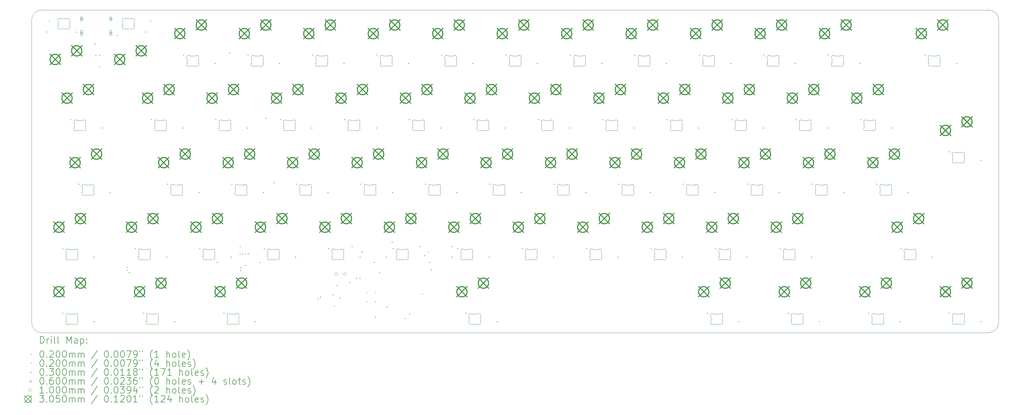
<source format=gbr>
%TF.GenerationSoftware,KiCad,Pcbnew,8.0.3*%
%TF.CreationDate,2024-11-03T23:48:09+08:00*%
%TF.ProjectId,PH60_Rev2,50483630-5f52-4657-9632-2e6b69636164,rev?*%
%TF.SameCoordinates,Original*%
%TF.FileFunction,Drillmap*%
%TF.FilePolarity,Positive*%
%FSLAX45Y45*%
G04 Gerber Fmt 4.5, Leading zero omitted, Abs format (unit mm)*
G04 Created by KiCad (PCBNEW 8.0.3) date 2024-11-03 23:48:09*
%MOMM*%
%LPD*%
G01*
G04 APERTURE LIST*
%ADD10C,0.050000*%
%ADD11C,0.100000*%
%ADD12C,0.200000*%
%ADD13C,0.305000*%
G04 APERTURE END LIST*
D10*
X2857500Y-3157500D02*
G75*
G02*
X3157500Y-2857500I300000J0D01*
G01*
X3157500Y-12382500D02*
G75*
G02*
X2857500Y-12082500I0J300000D01*
G01*
X3157500Y-12382500D02*
X31132500Y-12382500D01*
X31132500Y-2857500D02*
X3157500Y-2857500D01*
X31432500Y-12082500D02*
X31432500Y-3157500D01*
X2857500Y-3157500D02*
X2857500Y-12082500D01*
X31432500Y-12082500D02*
G75*
G02*
X31132500Y-12382500I-300000J0D01*
G01*
X31132500Y-2857500D02*
G75*
G02*
X31432500Y-3157500I0J-300000D01*
G01*
D11*
X14117500Y-6194716D02*
X14117500Y-6335284D01*
X14208055Y-6415000D02*
X14366945Y-6415000D01*
X14366945Y-6115000D02*
X14208055Y-6115000D01*
X14457500Y-6335284D02*
X14457500Y-6194716D01*
X14112552Y-6173028D02*
G75*
G02*
X14117499Y-6194716I-45082J-21692D01*
G01*
X14112552Y-6173028D02*
G75*
G02*
X14182829Y-6108170I45051J21688D01*
G01*
X14117500Y-6335284D02*
G75*
G02*
X14112551Y-6356972I-50039J9D01*
G01*
X14182829Y-6421830D02*
G75*
G02*
X14112552Y-6356972I-25226J43170D01*
G01*
X14182829Y-6421830D02*
G75*
G02*
X14208055Y-6415000I25226J-43171D01*
G01*
X14208055Y-6115000D02*
G75*
G02*
X14182829Y-6108170I0J50001D01*
G01*
X14366945Y-6415000D02*
G75*
G02*
X14392171Y-6421830I0J-50001D01*
G01*
X14392171Y-6108170D02*
G75*
G02*
X14366945Y-6115000I-25226J43171D01*
G01*
X14392171Y-6108170D02*
G75*
G02*
X14462448Y-6173028I25226J-43170D01*
G01*
X14457500Y-6194716D02*
G75*
G02*
X14462448Y-6173028I49999J0D01*
G01*
X14462448Y-6356972D02*
G75*
G02*
X14392171Y-6421830I-45052J-21688D01*
G01*
X14462448Y-6356972D02*
G75*
G02*
X14457500Y-6335284I45051J21688D01*
G01*
X15784375Y-11909716D02*
X15784375Y-12050284D01*
X15874930Y-12130000D02*
X16033820Y-12130000D01*
X16033820Y-11830000D02*
X15874930Y-11830000D01*
X16124375Y-12050284D02*
X16124375Y-11909716D01*
X15779427Y-11888028D02*
G75*
G02*
X15784374Y-11909716I-45082J-21692D01*
G01*
X15779427Y-11888028D02*
G75*
G02*
X15849704Y-11823170I45051J21688D01*
G01*
X15784375Y-12050284D02*
G75*
G02*
X15779426Y-12071972I-50039J9D01*
G01*
X15849704Y-12136830D02*
G75*
G02*
X15779427Y-12071972I-25226J43170D01*
G01*
X15849704Y-12136830D02*
G75*
G02*
X15874930Y-12130000I25226J-43171D01*
G01*
X15874930Y-11830000D02*
G75*
G02*
X15849704Y-11823170I0J50001D01*
G01*
X16033820Y-12130000D02*
G75*
G02*
X16059046Y-12136830I0J-50001D01*
G01*
X16059046Y-11823170D02*
G75*
G02*
X16033820Y-11830000I-25226J43171D01*
G01*
X16059046Y-11823170D02*
G75*
G02*
X16129323Y-11888028I25226J-43170D01*
G01*
X16124375Y-11909716D02*
G75*
G02*
X16129323Y-11888028I49999J0D01*
G01*
X16129323Y-12071972D02*
G75*
G02*
X16059046Y-12136830I-45052J-21688D01*
G01*
X16129323Y-12071972D02*
G75*
G02*
X16124375Y-12050284I45051J21688D01*
G01*
X29357500Y-4289716D02*
X29357500Y-4430284D01*
X29448055Y-4510000D02*
X29606945Y-4510000D01*
X29606945Y-4210000D02*
X29448055Y-4210000D01*
X29697500Y-4430284D02*
X29697500Y-4289716D01*
X29352552Y-4268028D02*
G75*
G02*
X29357499Y-4289716I-45082J-21692D01*
G01*
X29352552Y-4268028D02*
G75*
G02*
X29422829Y-4203170I45051J21688D01*
G01*
X29357500Y-4430284D02*
G75*
G02*
X29352551Y-4451972I-50039J9D01*
G01*
X29422829Y-4516830D02*
G75*
G02*
X29352552Y-4451972I-25226J43170D01*
G01*
X29422829Y-4516830D02*
G75*
G02*
X29448055Y-4510000I25226J-43171D01*
G01*
X29448055Y-4210000D02*
G75*
G02*
X29422829Y-4203170I0J50001D01*
G01*
X29606945Y-4510000D02*
G75*
G02*
X29632171Y-4516830I0J-50001D01*
G01*
X29632171Y-4203170D02*
G75*
G02*
X29606945Y-4210000I-25226J43171D01*
G01*
X29632171Y-4203170D02*
G75*
G02*
X29702448Y-4268028I25226J-43170D01*
G01*
X29697500Y-4289716D02*
G75*
G02*
X29702448Y-4268028I49999J0D01*
G01*
X29702448Y-4451972D02*
G75*
G02*
X29632171Y-4516830I-45052J-21688D01*
G01*
X29702448Y-4451972D02*
G75*
G02*
X29697500Y-4430284I45051J21688D01*
G01*
X3878125Y-11909716D02*
X3878125Y-12050284D01*
X3968680Y-12130000D02*
X4127570Y-12130000D01*
X4127570Y-11830000D02*
X3968680Y-11830000D01*
X4218125Y-12050284D02*
X4218125Y-11909716D01*
X3873177Y-11888028D02*
G75*
G02*
X3878124Y-11909716I-45082J-21692D01*
G01*
X3873177Y-11888028D02*
G75*
G02*
X3943454Y-11823170I45051J21688D01*
G01*
X3878125Y-12050284D02*
G75*
G02*
X3873176Y-12071972I-50039J9D01*
G01*
X3943454Y-12136830D02*
G75*
G02*
X3873177Y-12071972I-25226J43170D01*
G01*
X3943454Y-12136830D02*
G75*
G02*
X3968680Y-12130000I25226J-43171D01*
G01*
X3968680Y-11830000D02*
G75*
G02*
X3943454Y-11823170I0J50001D01*
G01*
X4127570Y-12130000D02*
G75*
G02*
X4152796Y-12136830I0J-50001D01*
G01*
X4152796Y-11823170D02*
G75*
G02*
X4127570Y-11830000I-25226J43171D01*
G01*
X4152796Y-11823170D02*
G75*
G02*
X4223073Y-11888028I25226J-43170D01*
G01*
X4218125Y-11909716D02*
G75*
G02*
X4223073Y-11888028I49999J0D01*
G01*
X4223073Y-12071972D02*
G75*
G02*
X4152796Y-12136830I-45052J-21688D01*
G01*
X4223073Y-12071972D02*
G75*
G02*
X4218125Y-12050284I45051J21688D01*
G01*
X8640625Y-11909716D02*
X8640625Y-12050284D01*
X8731180Y-12130000D02*
X8890070Y-12130000D01*
X8890070Y-11830000D02*
X8731180Y-11830000D01*
X8980625Y-12050284D02*
X8980625Y-11909716D01*
X8635677Y-11888028D02*
G75*
G02*
X8640624Y-11909716I-45082J-21692D01*
G01*
X8635677Y-11888028D02*
G75*
G02*
X8705954Y-11823170I45051J21688D01*
G01*
X8640625Y-12050284D02*
G75*
G02*
X8635677Y-12071972I-50039J9D01*
G01*
X8705954Y-12136830D02*
G75*
G02*
X8635677Y-12071972I-25226J43170D01*
G01*
X8705954Y-12136830D02*
G75*
G02*
X8731180Y-12130000I25226J-43171D01*
G01*
X8731180Y-11830000D02*
G75*
G02*
X8705954Y-11823170I0J50001D01*
G01*
X8890070Y-12130000D02*
G75*
G02*
X8915296Y-12136830I0J-50001D01*
G01*
X8915296Y-11823170D02*
G75*
G02*
X8890070Y-11830000I-25226J43171D01*
G01*
X8915296Y-11823170D02*
G75*
G02*
X8985573Y-11888028I25226J-43170D01*
G01*
X8980625Y-11909716D02*
G75*
G02*
X8985573Y-11888028I49999J0D01*
G01*
X8985573Y-12071972D02*
G75*
G02*
X8915296Y-12136830I-45052J-21688D01*
G01*
X8985573Y-12071972D02*
G75*
G02*
X8980625Y-12050284I45051J21688D01*
G01*
X22213750Y-8099716D02*
X22213750Y-8240284D01*
X22304305Y-8320000D02*
X22463195Y-8320000D01*
X22463195Y-8020000D02*
X22304305Y-8020000D01*
X22553750Y-8240284D02*
X22553750Y-8099716D01*
X22208802Y-8078028D02*
G75*
G02*
X22213749Y-8099716I-45082J-21692D01*
G01*
X22208802Y-8078028D02*
G75*
G02*
X22279079Y-8013170I45051J21688D01*
G01*
X22213750Y-8240284D02*
G75*
G02*
X22208802Y-8261972I-50039J9D01*
G01*
X22279079Y-8326830D02*
G75*
G02*
X22208802Y-8261972I-25226J43170D01*
G01*
X22279079Y-8326830D02*
G75*
G02*
X22304305Y-8320000I25226J-43171D01*
G01*
X22304305Y-8020000D02*
G75*
G02*
X22279079Y-8013170I0J50001D01*
G01*
X22463195Y-8320000D02*
G75*
G02*
X22488421Y-8326830I0J-50001D01*
G01*
X22488421Y-8013170D02*
G75*
G02*
X22463195Y-8020000I-25226J43171D01*
G01*
X22488421Y-8013170D02*
G75*
G02*
X22558698Y-8078028I25226J-43170D01*
G01*
X22553750Y-8099716D02*
G75*
G02*
X22558698Y-8078028I49999J0D01*
G01*
X22558698Y-8261972D02*
G75*
G02*
X22488421Y-8326830I-45052J-21688D01*
G01*
X22558698Y-8261972D02*
G75*
G02*
X22553750Y-8240284I45051J21688D01*
G01*
X20308750Y-8099716D02*
X20308750Y-8240284D01*
X20399305Y-8320000D02*
X20558195Y-8320000D01*
X20558195Y-8020000D02*
X20399305Y-8020000D01*
X20648750Y-8240284D02*
X20648750Y-8099716D01*
X20303802Y-8078028D02*
G75*
G02*
X20308749Y-8099716I-45082J-21692D01*
G01*
X20303802Y-8078028D02*
G75*
G02*
X20374079Y-8013170I45051J21688D01*
G01*
X20308750Y-8240284D02*
G75*
G02*
X20303802Y-8261972I-50039J9D01*
G01*
X20374079Y-8326830D02*
G75*
G02*
X20303802Y-8261972I-25226J43170D01*
G01*
X20374079Y-8326830D02*
G75*
G02*
X20399305Y-8320000I25226J-43171D01*
G01*
X20399305Y-8020000D02*
G75*
G02*
X20374079Y-8013170I0J50001D01*
G01*
X20558195Y-8320000D02*
G75*
G02*
X20583421Y-8326830I0J-50001D01*
G01*
X20583421Y-8013170D02*
G75*
G02*
X20558195Y-8020000I-25226J43171D01*
G01*
X20583421Y-8013170D02*
G75*
G02*
X20653698Y-8078028I25226J-43170D01*
G01*
X20648750Y-8099716D02*
G75*
G02*
X20653698Y-8078028I49999J0D01*
G01*
X20653698Y-8261972D02*
G75*
G02*
X20583421Y-8326830I-45052J-21688D01*
G01*
X20653698Y-8261972D02*
G75*
G02*
X20648750Y-8240284I45051J21688D01*
G01*
X23166250Y-10004716D02*
X23166250Y-10145284D01*
X23256805Y-10225000D02*
X23415695Y-10225000D01*
X23415695Y-9925000D02*
X23256805Y-9925000D01*
X23506250Y-10145284D02*
X23506250Y-10004716D01*
X23161302Y-9983028D02*
G75*
G02*
X23166249Y-10004716I-45082J-21692D01*
G01*
X23161302Y-9983028D02*
G75*
G02*
X23231579Y-9918170I45051J21688D01*
G01*
X23166250Y-10145284D02*
G75*
G02*
X23161301Y-10166972I-50039J9D01*
G01*
X23231579Y-10231830D02*
G75*
G02*
X23161302Y-10166972I-25226J43170D01*
G01*
X23231579Y-10231830D02*
G75*
G02*
X23256805Y-10225000I25226J-43171D01*
G01*
X23256805Y-9925000D02*
G75*
G02*
X23231579Y-9918170I0J50001D01*
G01*
X23415695Y-10225000D02*
G75*
G02*
X23440921Y-10231830I0J-50001D01*
G01*
X23440921Y-9918170D02*
G75*
G02*
X23415695Y-9925000I-25226J43171D01*
G01*
X23440921Y-9918170D02*
G75*
G02*
X23511198Y-9983028I25226J-43170D01*
G01*
X23506250Y-10004716D02*
G75*
G02*
X23511198Y-9983028I49999J0D01*
G01*
X23511198Y-10166972D02*
G75*
G02*
X23440921Y-10231830I-45052J-21688D01*
G01*
X23511198Y-10166972D02*
G75*
G02*
X23506250Y-10145284I45051J21688D01*
G01*
X7450000Y-4289716D02*
X7450000Y-4430284D01*
X7540555Y-4510000D02*
X7699445Y-4510000D01*
X7699445Y-4210000D02*
X7540555Y-4210000D01*
X7790000Y-4430284D02*
X7790000Y-4289716D01*
X7445052Y-4268028D02*
G75*
G02*
X7449999Y-4289716I-45082J-21692D01*
G01*
X7445052Y-4268028D02*
G75*
G02*
X7515329Y-4203170I45051J21688D01*
G01*
X7450000Y-4430284D02*
G75*
G02*
X7445051Y-4451972I-50039J9D01*
G01*
X7515329Y-4516830D02*
G75*
G02*
X7445052Y-4451972I-25226J43170D01*
G01*
X7515329Y-4516830D02*
G75*
G02*
X7540555Y-4510000I25226J-43171D01*
G01*
X7540555Y-4210000D02*
G75*
G02*
X7515329Y-4203170I0J50001D01*
G01*
X7699445Y-4510000D02*
G75*
G02*
X7724671Y-4516830I0J-50001D01*
G01*
X7724671Y-4203170D02*
G75*
G02*
X7699445Y-4210000I-25226J43171D01*
G01*
X7724671Y-4203170D02*
G75*
G02*
X7794948Y-4268028I25226J-43170D01*
G01*
X7790000Y-4289716D02*
G75*
G02*
X7794948Y-4268028I49999J0D01*
G01*
X7794948Y-4451972D02*
G75*
G02*
X7724671Y-4516830I-45052J-21688D01*
G01*
X7794948Y-4451972D02*
G75*
G02*
X7790000Y-4430284I45051J21688D01*
G01*
X25309375Y-11909716D02*
X25309375Y-12050284D01*
X25399930Y-12130000D02*
X25558820Y-12130000D01*
X25558820Y-11830000D02*
X25399930Y-11830000D01*
X25649375Y-12050284D02*
X25649375Y-11909716D01*
X25304427Y-11888028D02*
G75*
G02*
X25309374Y-11909716I-45082J-21692D01*
G01*
X25304427Y-11888028D02*
G75*
G02*
X25374704Y-11823170I45051J21688D01*
G01*
X25309375Y-12050284D02*
G75*
G02*
X25304426Y-12071972I-50039J9D01*
G01*
X25374704Y-12136830D02*
G75*
G02*
X25304427Y-12071972I-25226J43170D01*
G01*
X25374704Y-12136830D02*
G75*
G02*
X25399930Y-12130000I25226J-43171D01*
G01*
X25399930Y-11830000D02*
G75*
G02*
X25374704Y-11823170I0J50001D01*
G01*
X25558820Y-12130000D02*
G75*
G02*
X25584046Y-12136830I0J-50001D01*
G01*
X25584046Y-11823170D02*
G75*
G02*
X25558820Y-11830000I-25226J43171D01*
G01*
X25584046Y-11823170D02*
G75*
G02*
X25654323Y-11888028I25226J-43170D01*
G01*
X25649375Y-11909716D02*
G75*
G02*
X25654323Y-11888028I49999J0D01*
G01*
X25654323Y-12071972D02*
G75*
G02*
X25584046Y-12136830I-45052J-21688D01*
G01*
X25654323Y-12071972D02*
G75*
G02*
X25649375Y-12050284I45051J21688D01*
G01*
X11260000Y-4289716D02*
X11260000Y-4430284D01*
X11350555Y-4510000D02*
X11509445Y-4510000D01*
X11509445Y-4210000D02*
X11350555Y-4210000D01*
X11600000Y-4430284D02*
X11600000Y-4289716D01*
X11255052Y-4268028D02*
G75*
G02*
X11259999Y-4289716I-45082J-21692D01*
G01*
X11255052Y-4268028D02*
G75*
G02*
X11325329Y-4203170I45051J21688D01*
G01*
X11260000Y-4430284D02*
G75*
G02*
X11255051Y-4451972I-50039J9D01*
G01*
X11325329Y-4516830D02*
G75*
G02*
X11255052Y-4451972I-25226J43170D01*
G01*
X11325329Y-4516830D02*
G75*
G02*
X11350555Y-4510000I25226J-43171D01*
G01*
X11350555Y-4210000D02*
G75*
G02*
X11325329Y-4203170I0J50001D01*
G01*
X11509445Y-4510000D02*
G75*
G02*
X11534671Y-4516830I0J-50001D01*
G01*
X11534671Y-4203170D02*
G75*
G02*
X11509445Y-4210000I-25226J43171D01*
G01*
X11534671Y-4203170D02*
G75*
G02*
X11604948Y-4268028I25226J-43170D01*
G01*
X11600000Y-4289716D02*
G75*
G02*
X11604948Y-4268028I49999J0D01*
G01*
X11604948Y-4451972D02*
G75*
G02*
X11534671Y-4516830I-45052J-21688D01*
G01*
X11604948Y-4451972D02*
G75*
G02*
X11600000Y-4430284I45051J21688D01*
G01*
X6497500Y-6194716D02*
X6497500Y-6335284D01*
X6588055Y-6415000D02*
X6746945Y-6415000D01*
X6746945Y-6115000D02*
X6588055Y-6115000D01*
X6837500Y-6335284D02*
X6837500Y-6194716D01*
X6492552Y-6173028D02*
G75*
G02*
X6497499Y-6194716I-45082J-21692D01*
G01*
X6492552Y-6173028D02*
G75*
G02*
X6562829Y-6108170I45051J21688D01*
G01*
X6497500Y-6335284D02*
G75*
G02*
X6492551Y-6356972I-50039J9D01*
G01*
X6562829Y-6421830D02*
G75*
G02*
X6492552Y-6356972I-25226J43170D01*
G01*
X6562829Y-6421830D02*
G75*
G02*
X6588055Y-6415000I25226J-43171D01*
G01*
X6588055Y-6115000D02*
G75*
G02*
X6562829Y-6108170I0J50001D01*
G01*
X6746945Y-6415000D02*
G75*
G02*
X6772171Y-6421830I0J-50001D01*
G01*
X6772171Y-6108170D02*
G75*
G02*
X6746945Y-6115000I-25226J43171D01*
G01*
X6772171Y-6108170D02*
G75*
G02*
X6842448Y-6173028I25226J-43170D01*
G01*
X6837500Y-6194716D02*
G75*
G02*
X6842448Y-6173028I49999J0D01*
G01*
X6842448Y-6356972D02*
G75*
G02*
X6772171Y-6421830I-45052J-21688D01*
G01*
X6842448Y-6356972D02*
G75*
G02*
X6837500Y-6335284I45051J21688D01*
G01*
X21737500Y-6194716D02*
X21737500Y-6335284D01*
X21828055Y-6415000D02*
X21986945Y-6415000D01*
X21986945Y-6115000D02*
X21828055Y-6115000D01*
X22077500Y-6335284D02*
X22077500Y-6194716D01*
X21732552Y-6173028D02*
G75*
G02*
X21737499Y-6194716I-45082J-21692D01*
G01*
X21732552Y-6173028D02*
G75*
G02*
X21802829Y-6108170I45051J21688D01*
G01*
X21737500Y-6335284D02*
G75*
G02*
X21732552Y-6356972I-50039J9D01*
G01*
X21802829Y-6421830D02*
G75*
G02*
X21732552Y-6356972I-25226J43170D01*
G01*
X21802829Y-6421830D02*
G75*
G02*
X21828055Y-6415000I25226J-43171D01*
G01*
X21828055Y-6115000D02*
G75*
G02*
X21802829Y-6108170I0J50001D01*
G01*
X21986945Y-6415000D02*
G75*
G02*
X22012171Y-6421830I0J-50001D01*
G01*
X22012171Y-6108170D02*
G75*
G02*
X21986945Y-6115000I-25226J43171D01*
G01*
X22012171Y-6108170D02*
G75*
G02*
X22082448Y-6173028I25226J-43170D01*
G01*
X22077500Y-6194716D02*
G75*
G02*
X22082448Y-6173028I49999J0D01*
G01*
X22082448Y-6356972D02*
G75*
G02*
X22012171Y-6421830I-45052J-21688D01*
G01*
X22082448Y-6356972D02*
G75*
G02*
X22077500Y-6335284I45051J21688D01*
G01*
X10307500Y-6194716D02*
X10307500Y-6335284D01*
X10398055Y-6415000D02*
X10556945Y-6415000D01*
X10556945Y-6115000D02*
X10398055Y-6115000D01*
X10647500Y-6335284D02*
X10647500Y-6194716D01*
X10302552Y-6173028D02*
G75*
G02*
X10307499Y-6194716I-45082J-21692D01*
G01*
X10302552Y-6173028D02*
G75*
G02*
X10372829Y-6108170I45051J21688D01*
G01*
X10307500Y-6335284D02*
G75*
G02*
X10302552Y-6356972I-50039J9D01*
G01*
X10372829Y-6421830D02*
G75*
G02*
X10302552Y-6356972I-25226J43170D01*
G01*
X10372829Y-6421830D02*
G75*
G02*
X10398055Y-6415000I25226J-43171D01*
G01*
X10398055Y-6115000D02*
G75*
G02*
X10372829Y-6108170I0J50001D01*
G01*
X10556945Y-6415000D02*
G75*
G02*
X10582171Y-6421830I0J-50001D01*
G01*
X10582171Y-6108170D02*
G75*
G02*
X10556945Y-6115000I-25226J43171D01*
G01*
X10582171Y-6108170D02*
G75*
G02*
X10652448Y-6173028I25226J-43170D01*
G01*
X10647500Y-6194716D02*
G75*
G02*
X10652448Y-6173028I49999J0D01*
G01*
X10652448Y-6356972D02*
G75*
G02*
X10582171Y-6421830I-45052J-21688D01*
G01*
X10652448Y-6356972D02*
G75*
G02*
X10647500Y-6335284I45051J21688D01*
G01*
X27452500Y-6194716D02*
X27452500Y-6335284D01*
X27543055Y-6415000D02*
X27701945Y-6415000D01*
X27701945Y-6115000D02*
X27543055Y-6115000D01*
X27792500Y-6335284D02*
X27792500Y-6194716D01*
X27447552Y-6173028D02*
G75*
G02*
X27452499Y-6194716I-45082J-21692D01*
G01*
X27447552Y-6173028D02*
G75*
G02*
X27517829Y-6108170I45051J21688D01*
G01*
X27452500Y-6335284D02*
G75*
G02*
X27447551Y-6356972I-50039J9D01*
G01*
X27517829Y-6421830D02*
G75*
G02*
X27447552Y-6356972I-25226J43170D01*
G01*
X27517829Y-6421830D02*
G75*
G02*
X27543055Y-6415000I25226J-43171D01*
G01*
X27543055Y-6115000D02*
G75*
G02*
X27517829Y-6108170I0J50001D01*
G01*
X27701945Y-6415000D02*
G75*
G02*
X27727171Y-6421830I0J-50001D01*
G01*
X27727171Y-6108170D02*
G75*
G02*
X27701945Y-6115000I-25226J43171D01*
G01*
X27727171Y-6108170D02*
G75*
G02*
X27797448Y-6173028I25226J-43170D01*
G01*
X27792500Y-6194716D02*
G75*
G02*
X27797448Y-6173028I49999J0D01*
G01*
X27797448Y-6356972D02*
G75*
G02*
X27727171Y-6421830I-45052J-21688D01*
G01*
X27797448Y-6356972D02*
G75*
G02*
X27792500Y-6335284I45051J21688D01*
G01*
X14593750Y-8099716D02*
X14593750Y-8240284D01*
X14684305Y-8320000D02*
X14843195Y-8320000D01*
X14843195Y-8020000D02*
X14684305Y-8020000D01*
X14933750Y-8240284D02*
X14933750Y-8099716D01*
X14588802Y-8078028D02*
G75*
G02*
X14593749Y-8099716I-45082J-21692D01*
G01*
X14588802Y-8078028D02*
G75*
G02*
X14659079Y-8013170I45051J21688D01*
G01*
X14593750Y-8240284D02*
G75*
G02*
X14588801Y-8261972I-50039J9D01*
G01*
X14659079Y-8326830D02*
G75*
G02*
X14588802Y-8261972I-25226J43170D01*
G01*
X14659079Y-8326830D02*
G75*
G02*
X14684305Y-8320000I25226J-43171D01*
G01*
X14684305Y-8020000D02*
G75*
G02*
X14659079Y-8013170I0J50001D01*
G01*
X14843195Y-8320000D02*
G75*
G02*
X14868421Y-8326830I0J-50001D01*
G01*
X14868421Y-8013170D02*
G75*
G02*
X14843195Y-8020000I-25226J43171D01*
G01*
X14868421Y-8013170D02*
G75*
G02*
X14938698Y-8078028I25226J-43170D01*
G01*
X14933750Y-8099716D02*
G75*
G02*
X14938698Y-8078028I49999J0D01*
G01*
X14938698Y-8261972D02*
G75*
G02*
X14868421Y-8326830I-45052J-21688D01*
G01*
X14938698Y-8261972D02*
G75*
G02*
X14933750Y-8240284I45051J21688D01*
G01*
X13641250Y-10004716D02*
X13641250Y-10145284D01*
X13731805Y-10225000D02*
X13890695Y-10225000D01*
X13890695Y-9925000D02*
X13731805Y-9925000D01*
X13981250Y-10145284D02*
X13981250Y-10004716D01*
X13636302Y-9983028D02*
G75*
G02*
X13641249Y-10004716I-45082J-21692D01*
G01*
X13636302Y-9983028D02*
G75*
G02*
X13706579Y-9918170I45051J21688D01*
G01*
X13641250Y-10145284D02*
G75*
G02*
X13636301Y-10166972I-50039J9D01*
G01*
X13706579Y-10231830D02*
G75*
G02*
X13636302Y-10166972I-25226J43170D01*
G01*
X13706579Y-10231830D02*
G75*
G02*
X13731805Y-10225000I25226J-43171D01*
G01*
X13731805Y-9925000D02*
G75*
G02*
X13706579Y-9918170I0J50001D01*
G01*
X13890695Y-10225000D02*
G75*
G02*
X13915921Y-10231830I0J-50001D01*
G01*
X13915921Y-9918170D02*
G75*
G02*
X13890695Y-9925000I-25226J43171D01*
G01*
X13915921Y-9918170D02*
G75*
G02*
X13986198Y-9983028I25226J-43170D01*
G01*
X13981250Y-10004716D02*
G75*
G02*
X13986198Y-9983028I49999J0D01*
G01*
X13986198Y-10166972D02*
G75*
G02*
X13915921Y-10231830I-45052J-21688D01*
G01*
X13986198Y-10166972D02*
G75*
G02*
X13981250Y-10145284I45051J21688D01*
G01*
X4354375Y-8099716D02*
X4354375Y-8240284D01*
X4444930Y-8320000D02*
X4603820Y-8320000D01*
X4603820Y-8020000D02*
X4444930Y-8020000D01*
X4694375Y-8240284D02*
X4694375Y-8099716D01*
X4349427Y-8078028D02*
G75*
G02*
X4354374Y-8099716I-45082J-21692D01*
G01*
X4349427Y-8078028D02*
G75*
G02*
X4419704Y-8013170I45051J21688D01*
G01*
X4354375Y-8240284D02*
G75*
G02*
X4349427Y-8261972I-50039J9D01*
G01*
X4419704Y-8326830D02*
G75*
G02*
X4349427Y-8261972I-25226J43170D01*
G01*
X4419704Y-8326830D02*
G75*
G02*
X4444930Y-8320000I25226J-43171D01*
G01*
X4444930Y-8020000D02*
G75*
G02*
X4419704Y-8013170I0J50001D01*
G01*
X4603820Y-8320000D02*
G75*
G02*
X4629046Y-8326830I0J-50001D01*
G01*
X4629046Y-8013170D02*
G75*
G02*
X4603820Y-8020000I-25226J43171D01*
G01*
X4629046Y-8013170D02*
G75*
G02*
X4699323Y-8078028I25226J-43170D01*
G01*
X4694375Y-8099716D02*
G75*
G02*
X4699323Y-8078028I49999J0D01*
G01*
X4699323Y-8261972D02*
G75*
G02*
X4629046Y-8326830I-45052J-21688D01*
G01*
X4699323Y-8261972D02*
G75*
G02*
X4694375Y-8240284I45051J21688D01*
G01*
X15070000Y-4289716D02*
X15070000Y-4430284D01*
X15160555Y-4510000D02*
X15319445Y-4510000D01*
X15319445Y-4210000D02*
X15160555Y-4210000D01*
X15410000Y-4430284D02*
X15410000Y-4289716D01*
X15065052Y-4268028D02*
G75*
G02*
X15069999Y-4289716I-45082J-21692D01*
G01*
X15065052Y-4268028D02*
G75*
G02*
X15135329Y-4203170I45051J21688D01*
G01*
X15070000Y-4430284D02*
G75*
G02*
X15065051Y-4451972I-50039J9D01*
G01*
X15135329Y-4516830D02*
G75*
G02*
X15065052Y-4451972I-25226J43170D01*
G01*
X15135329Y-4516830D02*
G75*
G02*
X15160555Y-4510000I25226J-43171D01*
G01*
X15160555Y-4210000D02*
G75*
G02*
X15135329Y-4203170I0J50001D01*
G01*
X15319445Y-4510000D02*
G75*
G02*
X15344671Y-4516830I0J-50001D01*
G01*
X15344671Y-4203170D02*
G75*
G02*
X15319445Y-4210000I-25226J43171D01*
G01*
X15344671Y-4203170D02*
G75*
G02*
X15414948Y-4268028I25226J-43170D01*
G01*
X15410000Y-4289716D02*
G75*
G02*
X15414948Y-4268028I49999J0D01*
G01*
X15414948Y-4451972D02*
G75*
G02*
X15344671Y-4516830I-45052J-21688D01*
G01*
X15414948Y-4451972D02*
G75*
G02*
X15410000Y-4430284I45051J21688D01*
G01*
X15546250Y-10004716D02*
X15546250Y-10145284D01*
X15636805Y-10225000D02*
X15795695Y-10225000D01*
X15795695Y-9925000D02*
X15636805Y-9925000D01*
X15886250Y-10145284D02*
X15886250Y-10004716D01*
X15541302Y-9983028D02*
G75*
G02*
X15546249Y-10004716I-45082J-21692D01*
G01*
X15541302Y-9983028D02*
G75*
G02*
X15611579Y-9918170I45051J21688D01*
G01*
X15546250Y-10145284D02*
G75*
G02*
X15541301Y-10166972I-50039J9D01*
G01*
X15611579Y-10231830D02*
G75*
G02*
X15541302Y-10166972I-25226J43170D01*
G01*
X15611579Y-10231830D02*
G75*
G02*
X15636805Y-10225000I25226J-43171D01*
G01*
X15636805Y-9925000D02*
G75*
G02*
X15611579Y-9918170I0J50001D01*
G01*
X15795695Y-10225000D02*
G75*
G02*
X15820921Y-10231830I0J-50001D01*
G01*
X15820921Y-9918170D02*
G75*
G02*
X15795695Y-9925000I-25226J43171D01*
G01*
X15820921Y-9918170D02*
G75*
G02*
X15891198Y-9983028I25226J-43170D01*
G01*
X15886250Y-10004716D02*
G75*
G02*
X15891198Y-9983028I49999J0D01*
G01*
X15891198Y-10166972D02*
G75*
G02*
X15820921Y-10231830I-45052J-21688D01*
G01*
X15891198Y-10166972D02*
G75*
G02*
X15886250Y-10145284I45051J21688D01*
G01*
X9355000Y-4289716D02*
X9355000Y-4430284D01*
X9445555Y-4510000D02*
X9604445Y-4510000D01*
X9604445Y-4210000D02*
X9445555Y-4210000D01*
X9695000Y-4430284D02*
X9695000Y-4289716D01*
X9350052Y-4268028D02*
G75*
G02*
X9354999Y-4289716I-45082J-21692D01*
G01*
X9350052Y-4268028D02*
G75*
G02*
X9420329Y-4203170I45051J21688D01*
G01*
X9355000Y-4430284D02*
G75*
G02*
X9350052Y-4451972I-50039J9D01*
G01*
X9420329Y-4516830D02*
G75*
G02*
X9350052Y-4451972I-25226J43170D01*
G01*
X9420329Y-4516830D02*
G75*
G02*
X9445555Y-4510000I25226J-43171D01*
G01*
X9445555Y-4210000D02*
G75*
G02*
X9420329Y-4203170I0J50001D01*
G01*
X9604445Y-4510000D02*
G75*
G02*
X9629671Y-4516830I0J-50001D01*
G01*
X9629671Y-4203170D02*
G75*
G02*
X9604445Y-4210000I-25226J43171D01*
G01*
X9629671Y-4203170D02*
G75*
G02*
X9699948Y-4268028I25226J-43170D01*
G01*
X9695000Y-4289716D02*
G75*
G02*
X9699948Y-4268028I49999J0D01*
G01*
X9699948Y-4451972D02*
G75*
G02*
X9629671Y-4516830I-45052J-21688D01*
G01*
X9699948Y-4451972D02*
G75*
G02*
X9695000Y-4430284I45051J21688D01*
G01*
X8402500Y-6194716D02*
X8402500Y-6335284D01*
X8493055Y-6415000D02*
X8651945Y-6415000D01*
X8651945Y-6115000D02*
X8493055Y-6115000D01*
X8742500Y-6335284D02*
X8742500Y-6194716D01*
X8397552Y-6173028D02*
G75*
G02*
X8402499Y-6194716I-45082J-21692D01*
G01*
X8397552Y-6173028D02*
G75*
G02*
X8467829Y-6108170I45051J21688D01*
G01*
X8402500Y-6335284D02*
G75*
G02*
X8397552Y-6356972I-50039J9D01*
G01*
X8467829Y-6421830D02*
G75*
G02*
X8397552Y-6356972I-25226J43170D01*
G01*
X8467829Y-6421830D02*
G75*
G02*
X8493055Y-6415000I25226J-43171D01*
G01*
X8493055Y-6115000D02*
G75*
G02*
X8467829Y-6108170I0J50001D01*
G01*
X8651945Y-6415000D02*
G75*
G02*
X8677171Y-6421830I0J-50001D01*
G01*
X8677171Y-6108170D02*
G75*
G02*
X8651945Y-6115000I-25226J43171D01*
G01*
X8677171Y-6108170D02*
G75*
G02*
X8747448Y-6173028I25226J-43170D01*
G01*
X8742500Y-6194716D02*
G75*
G02*
X8747448Y-6173028I49999J0D01*
G01*
X8747448Y-6356972D02*
G75*
G02*
X8677171Y-6421830I-45052J-21688D01*
G01*
X8747448Y-6356972D02*
G75*
G02*
X8742500Y-6335284I45051J21688D01*
G01*
X18880000Y-4289716D02*
X18880000Y-4430284D01*
X18970555Y-4510000D02*
X19129445Y-4510000D01*
X19129445Y-4210000D02*
X18970555Y-4210000D01*
X19220000Y-4430284D02*
X19220000Y-4289716D01*
X18875052Y-4268028D02*
G75*
G02*
X18879999Y-4289716I-45082J-21692D01*
G01*
X18875052Y-4268028D02*
G75*
G02*
X18945329Y-4203170I45051J21688D01*
G01*
X18880000Y-4430284D02*
G75*
G02*
X18875052Y-4451972I-50039J9D01*
G01*
X18945329Y-4516830D02*
G75*
G02*
X18875052Y-4451972I-25226J43170D01*
G01*
X18945329Y-4516830D02*
G75*
G02*
X18970555Y-4510000I25226J-43171D01*
G01*
X18970555Y-4210000D02*
G75*
G02*
X18945329Y-4203170I0J50001D01*
G01*
X19129445Y-4510000D02*
G75*
G02*
X19154671Y-4516830I0J-50001D01*
G01*
X19154671Y-4203170D02*
G75*
G02*
X19129445Y-4210000I-25226J43171D01*
G01*
X19154671Y-4203170D02*
G75*
G02*
X19224948Y-4268028I25226J-43170D01*
G01*
X19220000Y-4289716D02*
G75*
G02*
X19224948Y-4268028I49999J0D01*
G01*
X19224948Y-4451972D02*
G75*
G02*
X19154671Y-4516830I-45052J-21688D01*
G01*
X19224948Y-4451972D02*
G75*
G02*
X19220000Y-4430284I45051J21688D01*
G01*
X22928125Y-11909716D02*
X22928125Y-12050284D01*
X23018680Y-12130000D02*
X23177570Y-12130000D01*
X23177570Y-11830000D02*
X23018680Y-11830000D01*
X23268125Y-12050284D02*
X23268125Y-11909716D01*
X22923177Y-11888028D02*
G75*
G02*
X22928124Y-11909716I-45082J-21692D01*
G01*
X22923177Y-11888028D02*
G75*
G02*
X22993454Y-11823170I45051J21688D01*
G01*
X22928125Y-12050284D02*
G75*
G02*
X22923176Y-12071972I-50039J9D01*
G01*
X22993454Y-12136830D02*
G75*
G02*
X22923177Y-12071972I-25226J43170D01*
G01*
X22993454Y-12136830D02*
G75*
G02*
X23018680Y-12130000I25226J-43171D01*
G01*
X23018680Y-11830000D02*
G75*
G02*
X22993454Y-11823170I0J50001D01*
G01*
X23177570Y-12130000D02*
G75*
G02*
X23202796Y-12136830I0J-50001D01*
G01*
X23202796Y-11823170D02*
G75*
G02*
X23177570Y-11830000I-25226J43171D01*
G01*
X23202796Y-11823170D02*
G75*
G02*
X23273073Y-11888028I25226J-43170D01*
G01*
X23268125Y-11909716D02*
G75*
G02*
X23273073Y-11888028I49999J0D01*
G01*
X23273073Y-12071972D02*
G75*
G02*
X23202796Y-12136830I-45052J-21688D01*
G01*
X23273073Y-12071972D02*
G75*
G02*
X23268125Y-12050284I45051J21688D01*
G01*
X16498750Y-8099716D02*
X16498750Y-8240284D01*
X16589305Y-8320000D02*
X16748195Y-8320000D01*
X16748195Y-8020000D02*
X16589305Y-8020000D01*
X16838750Y-8240284D02*
X16838750Y-8099716D01*
X16493802Y-8078028D02*
G75*
G02*
X16498749Y-8099716I-45082J-21692D01*
G01*
X16493802Y-8078028D02*
G75*
G02*
X16564079Y-8013170I45051J21688D01*
G01*
X16498750Y-8240284D02*
G75*
G02*
X16493801Y-8261972I-50039J9D01*
G01*
X16564079Y-8326830D02*
G75*
G02*
X16493802Y-8261972I-25226J43170D01*
G01*
X16564079Y-8326830D02*
G75*
G02*
X16589305Y-8320000I25226J-43171D01*
G01*
X16589305Y-8020000D02*
G75*
G02*
X16564079Y-8013170I0J50001D01*
G01*
X16748195Y-8320000D02*
G75*
G02*
X16773421Y-8326830I0J-50001D01*
G01*
X16773421Y-8013170D02*
G75*
G02*
X16748195Y-8020000I-25226J43171D01*
G01*
X16773421Y-8013170D02*
G75*
G02*
X16843698Y-8078028I25226J-43170D01*
G01*
X16838750Y-8099716D02*
G75*
G02*
X16843698Y-8078028I49999J0D01*
G01*
X16843698Y-8261972D02*
G75*
G02*
X16773421Y-8326830I-45052J-21688D01*
G01*
X16843698Y-8261972D02*
G75*
G02*
X16838750Y-8240284I45051J21688D01*
G01*
X11736250Y-10004716D02*
X11736250Y-10145284D01*
X11826805Y-10225000D02*
X11985695Y-10225000D01*
X11985695Y-9925000D02*
X11826805Y-9925000D01*
X12076250Y-10145284D02*
X12076250Y-10004716D01*
X11731302Y-9983028D02*
G75*
G02*
X11736249Y-10004716I-45082J-21692D01*
G01*
X11731302Y-9983028D02*
G75*
G02*
X11801579Y-9918170I45051J21688D01*
G01*
X11736250Y-10145284D02*
G75*
G02*
X11731301Y-10166972I-50039J9D01*
G01*
X11801579Y-10231830D02*
G75*
G02*
X11731302Y-10166972I-25226J43170D01*
G01*
X11801579Y-10231830D02*
G75*
G02*
X11826805Y-10225000I25226J-43171D01*
G01*
X11826805Y-9925000D02*
G75*
G02*
X11801579Y-9918170I0J50001D01*
G01*
X11985695Y-10225000D02*
G75*
G02*
X12010921Y-10231830I0J-50001D01*
G01*
X12010921Y-9918170D02*
G75*
G02*
X11985695Y-9925000I-25226J43171D01*
G01*
X12010921Y-9918170D02*
G75*
G02*
X12081198Y-9983028I25226J-43170D01*
G01*
X12076250Y-10004716D02*
G75*
G02*
X12081198Y-9983028I49999J0D01*
G01*
X12081198Y-10166972D02*
G75*
G02*
X12010921Y-10231830I-45052J-21688D01*
G01*
X12081198Y-10166972D02*
G75*
G02*
X12076250Y-10145284I45051J21688D01*
G01*
X7926250Y-10004716D02*
X7926250Y-10145284D01*
X8016805Y-10225000D02*
X8175695Y-10225000D01*
X8175695Y-9925000D02*
X8016805Y-9925000D01*
X8266250Y-10145284D02*
X8266250Y-10004716D01*
X7921302Y-9983028D02*
G75*
G02*
X7926249Y-10004716I-45082J-21692D01*
G01*
X7921302Y-9983028D02*
G75*
G02*
X7991579Y-9918170I45051J21688D01*
G01*
X7926250Y-10145284D02*
G75*
G02*
X7921301Y-10166972I-50039J9D01*
G01*
X7991579Y-10231830D02*
G75*
G02*
X7921302Y-10166972I-25226J43170D01*
G01*
X7991579Y-10231830D02*
G75*
G02*
X8016805Y-10225000I25226J-43171D01*
G01*
X8016805Y-9925000D02*
G75*
G02*
X7991579Y-9918170I0J50001D01*
G01*
X8175695Y-10225000D02*
G75*
G02*
X8200921Y-10231830I0J-50001D01*
G01*
X8200921Y-9918170D02*
G75*
G02*
X8175695Y-9925000I-25226J43171D01*
G01*
X8200921Y-9918170D02*
G75*
G02*
X8271198Y-9983028I25226J-43170D01*
G01*
X8266250Y-10004716D02*
G75*
G02*
X8271198Y-9983028I49999J0D01*
G01*
X8271198Y-10166972D02*
G75*
G02*
X8200921Y-10231830I-45052J-21688D01*
G01*
X8271198Y-10166972D02*
G75*
G02*
X8266250Y-10145284I45051J21688D01*
G01*
X19832500Y-6194716D02*
X19832500Y-6335284D01*
X19923055Y-6415000D02*
X20081945Y-6415000D01*
X20081945Y-6115000D02*
X19923055Y-6115000D01*
X20172500Y-6335284D02*
X20172500Y-6194716D01*
X19827552Y-6173028D02*
G75*
G02*
X19832499Y-6194716I-45082J-21692D01*
G01*
X19827552Y-6173028D02*
G75*
G02*
X19897829Y-6108170I45051J21688D01*
G01*
X19832500Y-6335284D02*
G75*
G02*
X19827552Y-6356972I-50039J9D01*
G01*
X19897829Y-6421830D02*
G75*
G02*
X19827552Y-6356972I-25226J43170D01*
G01*
X19897829Y-6421830D02*
G75*
G02*
X19923055Y-6415000I25226J-43171D01*
G01*
X19923055Y-6115000D02*
G75*
G02*
X19897829Y-6108170I0J50001D01*
G01*
X20081945Y-6415000D02*
G75*
G02*
X20107171Y-6421830I0J-50001D01*
G01*
X20107171Y-6108170D02*
G75*
G02*
X20081945Y-6115000I-25226J43171D01*
G01*
X20107171Y-6108170D02*
G75*
G02*
X20177448Y-6173028I25226J-43170D01*
G01*
X20172500Y-6194716D02*
G75*
G02*
X20177448Y-6173028I49999J0D01*
G01*
X20177448Y-6356972D02*
G75*
G02*
X20107171Y-6421830I-45052J-21688D01*
G01*
X20177448Y-6356972D02*
G75*
G02*
X20172500Y-6335284I45051J21688D01*
G01*
X19356250Y-10004716D02*
X19356250Y-10145284D01*
X19446805Y-10225000D02*
X19605695Y-10225000D01*
X19605695Y-9925000D02*
X19446805Y-9925000D01*
X19696250Y-10145284D02*
X19696250Y-10004716D01*
X19351302Y-9983028D02*
G75*
G02*
X19356249Y-10004716I-45082J-21692D01*
G01*
X19351302Y-9983028D02*
G75*
G02*
X19421579Y-9918170I45051J21688D01*
G01*
X19356250Y-10145284D02*
G75*
G02*
X19351302Y-10166972I-50039J9D01*
G01*
X19421579Y-10231830D02*
G75*
G02*
X19351302Y-10166972I-25226J43170D01*
G01*
X19421579Y-10231830D02*
G75*
G02*
X19446805Y-10225000I25226J-43171D01*
G01*
X19446805Y-9925000D02*
G75*
G02*
X19421579Y-9918170I0J50001D01*
G01*
X19605695Y-10225000D02*
G75*
G02*
X19630921Y-10231830I0J-50001D01*
G01*
X19630921Y-9918170D02*
G75*
G02*
X19605695Y-9925000I-25226J43171D01*
G01*
X19630921Y-9918170D02*
G75*
G02*
X19701198Y-9983028I25226J-43170D01*
G01*
X19696250Y-10004716D02*
G75*
G02*
X19701198Y-9983028I49999J0D01*
G01*
X19701198Y-10166972D02*
G75*
G02*
X19630921Y-10231830I-45052J-21688D01*
G01*
X19701198Y-10166972D02*
G75*
G02*
X19696250Y-10145284I45051J21688D01*
G01*
X12688750Y-8099716D02*
X12688750Y-8240284D01*
X12779305Y-8320000D02*
X12938195Y-8320000D01*
X12938195Y-8020000D02*
X12779305Y-8020000D01*
X13028750Y-8240284D02*
X13028750Y-8099716D01*
X12683802Y-8078028D02*
G75*
G02*
X12688749Y-8099716I-45082J-21692D01*
G01*
X12683802Y-8078028D02*
G75*
G02*
X12754079Y-8013170I45051J21688D01*
G01*
X12688750Y-8240284D02*
G75*
G02*
X12683801Y-8261972I-50039J9D01*
G01*
X12754079Y-8326830D02*
G75*
G02*
X12683802Y-8261972I-25226J43170D01*
G01*
X12754079Y-8326830D02*
G75*
G02*
X12779305Y-8320000I25226J-43171D01*
G01*
X12779305Y-8020000D02*
G75*
G02*
X12754079Y-8013170I0J50001D01*
G01*
X12938195Y-8320000D02*
G75*
G02*
X12963421Y-8326830I0J-50001D01*
G01*
X12963421Y-8013170D02*
G75*
G02*
X12938195Y-8020000I-25226J43171D01*
G01*
X12963421Y-8013170D02*
G75*
G02*
X13033698Y-8078028I25226J-43170D01*
G01*
X13028750Y-8099716D02*
G75*
G02*
X13033698Y-8078028I49999J0D01*
G01*
X13033698Y-8261972D02*
G75*
G02*
X12963421Y-8326830I-45052J-21688D01*
G01*
X13033698Y-8261972D02*
G75*
G02*
X13028750Y-8240284I45051J21688D01*
G01*
X25547500Y-6194716D02*
X25547500Y-6335284D01*
X25638055Y-6415000D02*
X25796945Y-6415000D01*
X25796945Y-6115000D02*
X25638055Y-6115000D01*
X25887500Y-6335284D02*
X25887500Y-6194716D01*
X25542552Y-6173028D02*
G75*
G02*
X25547499Y-6194716I-45082J-21692D01*
G01*
X25542552Y-6173028D02*
G75*
G02*
X25612829Y-6108170I45051J21688D01*
G01*
X25547500Y-6335284D02*
G75*
G02*
X25542551Y-6356972I-50039J9D01*
G01*
X25612829Y-6421830D02*
G75*
G02*
X25542552Y-6356972I-25226J43170D01*
G01*
X25612829Y-6421830D02*
G75*
G02*
X25638055Y-6415000I25226J-43171D01*
G01*
X25638055Y-6115000D02*
G75*
G02*
X25612829Y-6108170I0J50001D01*
G01*
X25796945Y-6415000D02*
G75*
G02*
X25822171Y-6421830I0J-50001D01*
G01*
X25822171Y-6108170D02*
G75*
G02*
X25796945Y-6115000I-25226J43171D01*
G01*
X25822171Y-6108170D02*
G75*
G02*
X25892448Y-6173028I25226J-43170D01*
G01*
X25887500Y-6194716D02*
G75*
G02*
X25892448Y-6173028I49999J0D01*
G01*
X25892448Y-6356972D02*
G75*
G02*
X25822171Y-6421830I-45052J-21688D01*
G01*
X25892448Y-6356972D02*
G75*
G02*
X25887500Y-6335284I45051J21688D01*
G01*
X27690625Y-11909716D02*
X27690625Y-12050284D01*
X27781180Y-12130000D02*
X27940070Y-12130000D01*
X27940070Y-11830000D02*
X27781180Y-11830000D01*
X28030625Y-12050284D02*
X28030625Y-11909716D01*
X27685677Y-11888028D02*
G75*
G02*
X27690624Y-11909716I-45082J-21692D01*
G01*
X27685677Y-11888028D02*
G75*
G02*
X27755954Y-11823170I45051J21688D01*
G01*
X27690625Y-12050284D02*
G75*
G02*
X27685676Y-12071972I-50039J9D01*
G01*
X27755954Y-12136830D02*
G75*
G02*
X27685677Y-12071972I-25226J43170D01*
G01*
X27755954Y-12136830D02*
G75*
G02*
X27781180Y-12130000I25226J-43171D01*
G01*
X27781180Y-11830000D02*
G75*
G02*
X27755954Y-11823170I0J50001D01*
G01*
X27940070Y-12130000D02*
G75*
G02*
X27965296Y-12136830I0J-50001D01*
G01*
X27965296Y-11823170D02*
G75*
G02*
X27940070Y-11830000I-25226J43171D01*
G01*
X27965296Y-11823170D02*
G75*
G02*
X28035573Y-11888028I25226J-43170D01*
G01*
X28030625Y-11909716D02*
G75*
G02*
X28035573Y-11888028I49999J0D01*
G01*
X28035573Y-12071972D02*
G75*
G02*
X27965296Y-12136830I-45052J-21688D01*
G01*
X28035573Y-12071972D02*
G75*
G02*
X28030625Y-12050284I45051J21688D01*
G01*
X30071875Y-11909716D02*
X30071875Y-12050284D01*
X30162430Y-12130000D02*
X30321320Y-12130000D01*
X30321320Y-11830000D02*
X30162430Y-11830000D01*
X30411875Y-12050284D02*
X30411875Y-11909716D01*
X30066927Y-11888028D02*
G75*
G02*
X30071874Y-11909716I-45082J-21692D01*
G01*
X30066927Y-11888028D02*
G75*
G02*
X30137204Y-11823170I45051J21688D01*
G01*
X30071875Y-12050284D02*
G75*
G02*
X30066926Y-12071972I-50039J9D01*
G01*
X30137204Y-12136830D02*
G75*
G02*
X30066927Y-12071972I-25226J43170D01*
G01*
X30137204Y-12136830D02*
G75*
G02*
X30162430Y-12130000I25226J-43171D01*
G01*
X30162430Y-11830000D02*
G75*
G02*
X30137204Y-11823170I0J50001D01*
G01*
X30321320Y-12130000D02*
G75*
G02*
X30346546Y-12136830I0J-50001D01*
G01*
X30346546Y-11823170D02*
G75*
G02*
X30321320Y-11830000I-25226J43171D01*
G01*
X30346546Y-11823170D02*
G75*
G02*
X30416823Y-11888028I25226J-43170D01*
G01*
X30411875Y-11909716D02*
G75*
G02*
X30416823Y-11888028I49999J0D01*
G01*
X30416823Y-12071972D02*
G75*
G02*
X30346546Y-12136830I-45052J-21688D01*
G01*
X30416823Y-12071972D02*
G75*
G02*
X30411875Y-12050284I45051J21688D01*
G01*
X17451250Y-10004716D02*
X17451250Y-10145284D01*
X17541805Y-10225000D02*
X17700695Y-10225000D01*
X17700695Y-9925000D02*
X17541805Y-9925000D01*
X17791250Y-10145284D02*
X17791250Y-10004716D01*
X17446302Y-9983028D02*
G75*
G02*
X17451249Y-10004716I-45082J-21692D01*
G01*
X17446302Y-9983028D02*
G75*
G02*
X17516579Y-9918170I45051J21688D01*
G01*
X17451250Y-10145284D02*
G75*
G02*
X17446302Y-10166972I-50039J9D01*
G01*
X17516579Y-10231830D02*
G75*
G02*
X17446302Y-10166972I-25226J43170D01*
G01*
X17516579Y-10231830D02*
G75*
G02*
X17541805Y-10225000I25226J-43171D01*
G01*
X17541805Y-9925000D02*
G75*
G02*
X17516579Y-9918170I0J50001D01*
G01*
X17700695Y-10225000D02*
G75*
G02*
X17725921Y-10231830I0J-50001D01*
G01*
X17725921Y-9918170D02*
G75*
G02*
X17700695Y-9925000I-25226J43171D01*
G01*
X17725921Y-9918170D02*
G75*
G02*
X17796198Y-9983028I25226J-43170D01*
G01*
X17791250Y-10004716D02*
G75*
G02*
X17796198Y-9983028I49999J0D01*
G01*
X17796198Y-10166972D02*
G75*
G02*
X17725921Y-10231830I-45052J-21688D01*
G01*
X17796198Y-10166972D02*
G75*
G02*
X17791250Y-10145284I45051J21688D01*
G01*
X30071875Y-7147216D02*
X30071875Y-7287784D01*
X30162430Y-7367500D02*
X30321320Y-7367500D01*
X30321320Y-7067500D02*
X30162430Y-7067500D01*
X30411875Y-7287784D02*
X30411875Y-7147216D01*
X30066927Y-7125528D02*
G75*
G02*
X30071874Y-7147216I-45082J-21692D01*
G01*
X30066927Y-7125528D02*
G75*
G02*
X30137204Y-7060670I45051J21688D01*
G01*
X30071875Y-7287784D02*
G75*
G02*
X30066926Y-7309472I-50039J9D01*
G01*
X30137204Y-7374330D02*
G75*
G02*
X30066927Y-7309472I-25226J43170D01*
G01*
X30137204Y-7374330D02*
G75*
G02*
X30162430Y-7367500I25226J-43171D01*
G01*
X30162430Y-7067500D02*
G75*
G02*
X30137204Y-7060670I0J50001D01*
G01*
X30321320Y-7367500D02*
G75*
G02*
X30346546Y-7374330I0J-50001D01*
G01*
X30346546Y-7060670D02*
G75*
G02*
X30321320Y-7067500I-25226J43171D01*
G01*
X30346546Y-7060670D02*
G75*
G02*
X30416823Y-7125528I25226J-43170D01*
G01*
X30411875Y-7147216D02*
G75*
G02*
X30416823Y-7125528I49999J0D01*
G01*
X30416823Y-7309472D02*
G75*
G02*
X30346546Y-7374330I-45052J-21688D01*
G01*
X30416823Y-7309472D02*
G75*
G02*
X30411875Y-7287784I45051J21688D01*
G01*
X26500000Y-4289716D02*
X26500000Y-4430284D01*
X26590555Y-4510000D02*
X26749445Y-4510000D01*
X26749445Y-4210000D02*
X26590555Y-4210000D01*
X26840000Y-4430284D02*
X26840000Y-4289716D01*
X26495052Y-4268028D02*
G75*
G02*
X26499999Y-4289716I-45082J-21692D01*
G01*
X26495052Y-4268028D02*
G75*
G02*
X26565329Y-4203170I45051J21688D01*
G01*
X26500000Y-4430284D02*
G75*
G02*
X26495051Y-4451972I-50039J9D01*
G01*
X26565329Y-4516830D02*
G75*
G02*
X26495052Y-4451972I-25226J43170D01*
G01*
X26565329Y-4516830D02*
G75*
G02*
X26590555Y-4510000I25226J-43171D01*
G01*
X26590555Y-4210000D02*
G75*
G02*
X26565329Y-4203170I0J50001D01*
G01*
X26749445Y-4510000D02*
G75*
G02*
X26774671Y-4516830I0J-50001D01*
G01*
X26774671Y-4203170D02*
G75*
G02*
X26749445Y-4210000I-25226J43171D01*
G01*
X26774671Y-4203170D02*
G75*
G02*
X26844948Y-4268028I25226J-43170D01*
G01*
X26840000Y-4289716D02*
G75*
G02*
X26844948Y-4268028I49999J0D01*
G01*
X26844948Y-4451972D02*
G75*
G02*
X26774671Y-4516830I-45052J-21688D01*
G01*
X26844948Y-4451972D02*
G75*
G02*
X26840000Y-4430284I45051J21688D01*
G01*
X24595000Y-4289716D02*
X24595000Y-4430284D01*
X24685555Y-4510000D02*
X24844445Y-4510000D01*
X24844445Y-4210000D02*
X24685555Y-4210000D01*
X24935000Y-4430284D02*
X24935000Y-4289716D01*
X24590052Y-4268028D02*
G75*
G02*
X24594999Y-4289716I-45082J-21692D01*
G01*
X24590052Y-4268028D02*
G75*
G02*
X24660329Y-4203170I45051J21688D01*
G01*
X24595000Y-4430284D02*
G75*
G02*
X24590051Y-4451972I-50039J9D01*
G01*
X24660329Y-4516830D02*
G75*
G02*
X24590052Y-4451972I-25226J43170D01*
G01*
X24660329Y-4516830D02*
G75*
G02*
X24685555Y-4510000I25226J-43171D01*
G01*
X24685555Y-4210000D02*
G75*
G02*
X24660329Y-4203170I0J50001D01*
G01*
X24844445Y-4510000D02*
G75*
G02*
X24869671Y-4516830I0J-50001D01*
G01*
X24869671Y-4203170D02*
G75*
G02*
X24844445Y-4210000I-25226J43171D01*
G01*
X24869671Y-4203170D02*
G75*
G02*
X24939948Y-4268028I25226J-43170D01*
G01*
X24935000Y-4289716D02*
G75*
G02*
X24939948Y-4268028I49999J0D01*
G01*
X24939948Y-4451972D02*
G75*
G02*
X24869671Y-4516830I-45052J-21688D01*
G01*
X24939948Y-4451972D02*
G75*
G02*
X24935000Y-4430284I45051J21688D01*
G01*
X28643125Y-10004716D02*
X28643125Y-10145284D01*
X28733680Y-10225000D02*
X28892570Y-10225000D01*
X28892570Y-9925000D02*
X28733680Y-9925000D01*
X28983125Y-10145284D02*
X28983125Y-10004716D01*
X28638177Y-9983028D02*
G75*
G02*
X28643124Y-10004716I-45082J-21692D01*
G01*
X28638177Y-9983028D02*
G75*
G02*
X28708454Y-9918170I45051J21688D01*
G01*
X28643125Y-10145284D02*
G75*
G02*
X28638176Y-10166972I-50039J9D01*
G01*
X28708454Y-10231830D02*
G75*
G02*
X28638177Y-10166972I-25226J43170D01*
G01*
X28708454Y-10231830D02*
G75*
G02*
X28733680Y-10225000I25226J-43171D01*
G01*
X28733680Y-9925000D02*
G75*
G02*
X28708454Y-9918170I0J50001D01*
G01*
X28892570Y-10225000D02*
G75*
G02*
X28917796Y-10231830I0J-50001D01*
G01*
X28917796Y-9918170D02*
G75*
G02*
X28892570Y-9925000I-25226J43171D01*
G01*
X28917796Y-9918170D02*
G75*
G02*
X28988073Y-9983028I25226J-43170D01*
G01*
X28983125Y-10004716D02*
G75*
G02*
X28988073Y-9983028I49999J0D01*
G01*
X28988073Y-10166972D02*
G75*
G02*
X28917796Y-10231830I-45052J-21688D01*
G01*
X28988073Y-10166972D02*
G75*
G02*
X28983125Y-10145284I45051J21688D01*
G01*
X27928750Y-8099716D02*
X27928750Y-8240284D01*
X28019305Y-8320000D02*
X28178195Y-8320000D01*
X28178195Y-8020000D02*
X28019305Y-8020000D01*
X28268750Y-8240284D02*
X28268750Y-8099716D01*
X27923802Y-8078028D02*
G75*
G02*
X27928749Y-8099716I-45082J-21692D01*
G01*
X27923802Y-8078028D02*
G75*
G02*
X27994079Y-8013170I45051J21688D01*
G01*
X27928750Y-8240284D02*
G75*
G02*
X27923801Y-8261972I-50039J9D01*
G01*
X27994079Y-8326830D02*
G75*
G02*
X27923802Y-8261972I-25226J43170D01*
G01*
X27994079Y-8326830D02*
G75*
G02*
X28019305Y-8320000I25226J-43171D01*
G01*
X28019305Y-8020000D02*
G75*
G02*
X27994079Y-8013170I0J50001D01*
G01*
X28178195Y-8320000D02*
G75*
G02*
X28203421Y-8326830I0J-50001D01*
G01*
X28203421Y-8013170D02*
G75*
G02*
X28178195Y-8020000I-25226J43171D01*
G01*
X28203421Y-8013170D02*
G75*
G02*
X28273698Y-8078028I25226J-43170D01*
G01*
X28268750Y-8099716D02*
G75*
G02*
X28273698Y-8078028I49999J0D01*
G01*
X28273698Y-8261972D02*
G75*
G02*
X28203421Y-8326830I-45052J-21688D01*
G01*
X28273698Y-8261972D02*
G75*
G02*
X28268750Y-8240284I45051J21688D01*
G01*
X5545000Y-3189716D02*
X5545000Y-3330284D01*
X5635555Y-3410000D02*
X5794445Y-3410000D01*
X5794445Y-3110000D02*
X5635555Y-3110000D01*
X5885000Y-3330284D02*
X5885000Y-3189716D01*
X5540052Y-3168028D02*
G75*
G02*
X5544999Y-3189716I-45082J-21692D01*
G01*
X5540052Y-3168028D02*
G75*
G02*
X5610329Y-3103170I45051J21688D01*
G01*
X5545000Y-3330284D02*
G75*
G02*
X5540052Y-3351972I-50039J9D01*
G01*
X5610329Y-3416830D02*
G75*
G02*
X5540052Y-3351972I-25226J43170D01*
G01*
X5610329Y-3416830D02*
G75*
G02*
X5635555Y-3410000I25226J-43171D01*
G01*
X5635555Y-3110000D02*
G75*
G02*
X5610329Y-3103170I0J50001D01*
G01*
X5794445Y-3410000D02*
G75*
G02*
X5819671Y-3416830I0J-50001D01*
G01*
X5819671Y-3103170D02*
G75*
G02*
X5794445Y-3110000I-25226J43171D01*
G01*
X5819671Y-3103170D02*
G75*
G02*
X5889948Y-3168028I25226J-43170D01*
G01*
X5885000Y-3189716D02*
G75*
G02*
X5889948Y-3168028I49999J0D01*
G01*
X5889948Y-3351972D02*
G75*
G02*
X5819671Y-3416830I-45052J-21688D01*
G01*
X5889948Y-3351972D02*
G75*
G02*
X5885000Y-3330284I45051J21688D01*
G01*
X6021250Y-10004716D02*
X6021250Y-10145284D01*
X6111805Y-10225000D02*
X6270695Y-10225000D01*
X6270695Y-9925000D02*
X6111805Y-9925000D01*
X6361250Y-10145284D02*
X6361250Y-10004716D01*
X6016302Y-9983028D02*
G75*
G02*
X6021249Y-10004716I-45082J-21692D01*
G01*
X6016302Y-9983028D02*
G75*
G02*
X6086579Y-9918170I45051J21688D01*
G01*
X6021250Y-10145284D02*
G75*
G02*
X6016301Y-10166972I-50039J9D01*
G01*
X6086579Y-10231830D02*
G75*
G02*
X6016302Y-10166972I-25226J43170D01*
G01*
X6086579Y-10231830D02*
G75*
G02*
X6111805Y-10225000I25226J-43171D01*
G01*
X6111805Y-9925000D02*
G75*
G02*
X6086579Y-9918170I0J50001D01*
G01*
X6270695Y-10225000D02*
G75*
G02*
X6295921Y-10231830I0J-50001D01*
G01*
X6295921Y-9918170D02*
G75*
G02*
X6270695Y-9925000I-25226J43171D01*
G01*
X6295921Y-9918170D02*
G75*
G02*
X6366198Y-9983028I25226J-43170D01*
G01*
X6361250Y-10004716D02*
G75*
G02*
X6366198Y-9983028I49999J0D01*
G01*
X6366198Y-10166972D02*
G75*
G02*
X6295921Y-10231830I-45052J-21688D01*
G01*
X6366198Y-10166972D02*
G75*
G02*
X6361250Y-10145284I45051J21688D01*
G01*
X3640000Y-3189716D02*
X3640000Y-3330284D01*
X3730555Y-3410000D02*
X3889445Y-3410000D01*
X3889445Y-3110000D02*
X3730555Y-3110000D01*
X3980000Y-3330284D02*
X3980000Y-3189716D01*
X3635052Y-3168028D02*
G75*
G02*
X3639999Y-3189716I-45082J-21692D01*
G01*
X3635052Y-3168028D02*
G75*
G02*
X3705329Y-3103170I45051J21688D01*
G01*
X3640000Y-3330284D02*
G75*
G02*
X3635051Y-3351972I-50039J9D01*
G01*
X3705329Y-3416830D02*
G75*
G02*
X3635052Y-3351972I-25226J43170D01*
G01*
X3705329Y-3416830D02*
G75*
G02*
X3730555Y-3410000I25226J-43171D01*
G01*
X3730555Y-3110000D02*
G75*
G02*
X3705329Y-3103170I0J50001D01*
G01*
X3889445Y-3410000D02*
G75*
G02*
X3914671Y-3416830I0J-50001D01*
G01*
X3914671Y-3103170D02*
G75*
G02*
X3889445Y-3110000I-25226J43171D01*
G01*
X3914671Y-3103170D02*
G75*
G02*
X3984948Y-3168028I25226J-43170D01*
G01*
X3980000Y-3189716D02*
G75*
G02*
X3984948Y-3168028I49999J0D01*
G01*
X3984948Y-3351972D02*
G75*
G02*
X3914671Y-3416830I-45052J-21688D01*
G01*
X3984948Y-3351972D02*
G75*
G02*
X3980000Y-3330284I45051J21688D01*
G01*
X26023750Y-8099716D02*
X26023750Y-8240284D01*
X26114305Y-8320000D02*
X26273195Y-8320000D01*
X26273195Y-8020000D02*
X26114305Y-8020000D01*
X26363750Y-8240284D02*
X26363750Y-8099716D01*
X26018802Y-8078028D02*
G75*
G02*
X26023749Y-8099716I-45082J-21692D01*
G01*
X26018802Y-8078028D02*
G75*
G02*
X26089079Y-8013170I45051J21688D01*
G01*
X26023750Y-8240284D02*
G75*
G02*
X26018801Y-8261972I-50039J9D01*
G01*
X26089079Y-8326830D02*
G75*
G02*
X26018802Y-8261972I-25226J43170D01*
G01*
X26089079Y-8326830D02*
G75*
G02*
X26114305Y-8320000I25226J-43171D01*
G01*
X26114305Y-8020000D02*
G75*
G02*
X26089079Y-8013170I0J50001D01*
G01*
X26273195Y-8320000D02*
G75*
G02*
X26298421Y-8326830I0J-50001D01*
G01*
X26298421Y-8013170D02*
G75*
G02*
X26273195Y-8020000I-25226J43171D01*
G01*
X26298421Y-8013170D02*
G75*
G02*
X26368698Y-8078028I25226J-43170D01*
G01*
X26363750Y-8099716D02*
G75*
G02*
X26368698Y-8078028I49999J0D01*
G01*
X26368698Y-8261972D02*
G75*
G02*
X26298421Y-8326830I-45052J-21688D01*
G01*
X26368698Y-8261972D02*
G75*
G02*
X26363750Y-8240284I45051J21688D01*
G01*
X17927500Y-6194716D02*
X17927500Y-6335284D01*
X18018055Y-6415000D02*
X18176945Y-6415000D01*
X18176945Y-6115000D02*
X18018055Y-6115000D01*
X18267500Y-6335284D02*
X18267500Y-6194716D01*
X17922552Y-6173028D02*
G75*
G02*
X17927499Y-6194716I-45082J-21692D01*
G01*
X17922552Y-6173028D02*
G75*
G02*
X17992829Y-6108170I45051J21688D01*
G01*
X17927500Y-6335284D02*
G75*
G02*
X17922552Y-6356972I-50039J9D01*
G01*
X17992829Y-6421830D02*
G75*
G02*
X17922552Y-6356972I-25226J43170D01*
G01*
X17992829Y-6421830D02*
G75*
G02*
X18018055Y-6415000I25226J-43171D01*
G01*
X18018055Y-6115000D02*
G75*
G02*
X17992829Y-6108170I0J50001D01*
G01*
X18176945Y-6415000D02*
G75*
G02*
X18202171Y-6421830I0J-50001D01*
G01*
X18202171Y-6108170D02*
G75*
G02*
X18176945Y-6115000I-25226J43171D01*
G01*
X18202171Y-6108170D02*
G75*
G02*
X18272448Y-6173028I25226J-43170D01*
G01*
X18267500Y-6194716D02*
G75*
G02*
X18272448Y-6173028I49999J0D01*
G01*
X18272448Y-6356972D02*
G75*
G02*
X18202171Y-6421830I-45052J-21688D01*
G01*
X18272448Y-6356972D02*
G75*
G02*
X18267500Y-6335284I45051J21688D01*
G01*
X13165000Y-4289716D02*
X13165000Y-4430284D01*
X13255555Y-4510000D02*
X13414445Y-4510000D01*
X13414445Y-4210000D02*
X13255555Y-4210000D01*
X13505000Y-4430284D02*
X13505000Y-4289716D01*
X13160052Y-4268028D02*
G75*
G02*
X13164999Y-4289716I-45082J-21692D01*
G01*
X13160052Y-4268028D02*
G75*
G02*
X13230329Y-4203170I45051J21688D01*
G01*
X13165000Y-4430284D02*
G75*
G02*
X13160051Y-4451972I-50039J9D01*
G01*
X13230329Y-4516830D02*
G75*
G02*
X13160052Y-4451972I-25226J43170D01*
G01*
X13230329Y-4516830D02*
G75*
G02*
X13255555Y-4510000I25226J-43171D01*
G01*
X13255555Y-4210000D02*
G75*
G02*
X13230329Y-4203170I0J50001D01*
G01*
X13414445Y-4510000D02*
G75*
G02*
X13439671Y-4516830I0J-50001D01*
G01*
X13439671Y-4203170D02*
G75*
G02*
X13414445Y-4210000I-25226J43171D01*
G01*
X13439671Y-4203170D02*
G75*
G02*
X13509948Y-4268028I25226J-43170D01*
G01*
X13505000Y-4289716D02*
G75*
G02*
X13509948Y-4268028I49999J0D01*
G01*
X13509948Y-4451972D02*
G75*
G02*
X13439671Y-4516830I-45052J-21688D01*
G01*
X13509948Y-4451972D02*
G75*
G02*
X13505000Y-4430284I45051J21688D01*
G01*
X25071250Y-10004716D02*
X25071250Y-10145284D01*
X25161805Y-10225000D02*
X25320695Y-10225000D01*
X25320695Y-9925000D02*
X25161805Y-9925000D01*
X25411250Y-10145284D02*
X25411250Y-10004716D01*
X25066302Y-9983028D02*
G75*
G02*
X25071249Y-10004716I-45082J-21692D01*
G01*
X25066302Y-9983028D02*
G75*
G02*
X25136579Y-9918170I45051J21688D01*
G01*
X25071250Y-10145284D02*
G75*
G02*
X25066301Y-10166972I-50039J9D01*
G01*
X25136579Y-10231830D02*
G75*
G02*
X25066302Y-10166972I-25226J43170D01*
G01*
X25136579Y-10231830D02*
G75*
G02*
X25161805Y-10225000I25226J-43171D01*
G01*
X25161805Y-9925000D02*
G75*
G02*
X25136579Y-9918170I0J50001D01*
G01*
X25320695Y-10225000D02*
G75*
G02*
X25345921Y-10231830I0J-50001D01*
G01*
X25345921Y-9918170D02*
G75*
G02*
X25320695Y-9925000I-25226J43171D01*
G01*
X25345921Y-9918170D02*
G75*
G02*
X25416198Y-9983028I25226J-43170D01*
G01*
X25411250Y-10004716D02*
G75*
G02*
X25416198Y-9983028I49999J0D01*
G01*
X25416198Y-10166972D02*
G75*
G02*
X25345921Y-10231830I-45052J-21688D01*
G01*
X25416198Y-10166972D02*
G75*
G02*
X25411250Y-10145284I45051J21688D01*
G01*
X9831250Y-10004716D02*
X9831250Y-10145284D01*
X9921805Y-10225000D02*
X10080695Y-10225000D01*
X10080695Y-9925000D02*
X9921805Y-9925000D01*
X10171250Y-10145284D02*
X10171250Y-10004716D01*
X9826302Y-9983028D02*
G75*
G02*
X9831249Y-10004716I-45082J-21692D01*
G01*
X9826302Y-9983028D02*
G75*
G02*
X9896579Y-9918170I45051J21688D01*
G01*
X9831250Y-10145284D02*
G75*
G02*
X9826302Y-10166972I-50039J9D01*
G01*
X9896579Y-10231830D02*
G75*
G02*
X9826302Y-10166972I-25226J43170D01*
G01*
X9896579Y-10231830D02*
G75*
G02*
X9921805Y-10225000I25226J-43171D01*
G01*
X9921805Y-9925000D02*
G75*
G02*
X9896579Y-9918170I0J50001D01*
G01*
X10080695Y-10225000D02*
G75*
G02*
X10105921Y-10231830I0J-50001D01*
G01*
X10105921Y-9918170D02*
G75*
G02*
X10080695Y-9925000I-25226J43171D01*
G01*
X10105921Y-9918170D02*
G75*
G02*
X10176198Y-9983028I25226J-43170D01*
G01*
X10171250Y-10004716D02*
G75*
G02*
X10176198Y-9983028I49999J0D01*
G01*
X10176198Y-10166972D02*
G75*
G02*
X10105921Y-10231830I-45052J-21688D01*
G01*
X10176198Y-10166972D02*
G75*
G02*
X10171250Y-10145284I45051J21688D01*
G01*
X6259375Y-11909716D02*
X6259375Y-12050284D01*
X6349930Y-12130000D02*
X6508820Y-12130000D01*
X6508820Y-11830000D02*
X6349930Y-11830000D01*
X6599375Y-12050284D02*
X6599375Y-11909716D01*
X6254427Y-11888028D02*
G75*
G02*
X6259374Y-11909716I-45082J-21692D01*
G01*
X6254427Y-11888028D02*
G75*
G02*
X6324704Y-11823170I45051J21688D01*
G01*
X6259375Y-12050284D02*
G75*
G02*
X6254426Y-12071972I-50039J9D01*
G01*
X6324704Y-12136830D02*
G75*
G02*
X6254427Y-12071972I-25226J43170D01*
G01*
X6324704Y-12136830D02*
G75*
G02*
X6349930Y-12130000I25226J-43171D01*
G01*
X6349930Y-11830000D02*
G75*
G02*
X6324704Y-11823170I0J50001D01*
G01*
X6508820Y-12130000D02*
G75*
G02*
X6534046Y-12136830I0J-50001D01*
G01*
X6534046Y-11823170D02*
G75*
G02*
X6508820Y-11830000I-25226J43171D01*
G01*
X6534046Y-11823170D02*
G75*
G02*
X6604323Y-11888028I25226J-43170D01*
G01*
X6599375Y-11909716D02*
G75*
G02*
X6604323Y-11888028I49999J0D01*
G01*
X6604323Y-12071972D02*
G75*
G02*
X6534046Y-12136830I-45052J-21688D01*
G01*
X6604323Y-12071972D02*
G75*
G02*
X6599375Y-12050284I45051J21688D01*
G01*
X8878750Y-8099716D02*
X8878750Y-8240284D01*
X8969305Y-8320000D02*
X9128195Y-8320000D01*
X9128195Y-8020000D02*
X8969305Y-8020000D01*
X9218750Y-8240284D02*
X9218750Y-8099716D01*
X8873802Y-8078028D02*
G75*
G02*
X8878749Y-8099716I-45082J-21692D01*
G01*
X8873802Y-8078028D02*
G75*
G02*
X8944079Y-8013170I45051J21688D01*
G01*
X8878750Y-8240284D02*
G75*
G02*
X8873802Y-8261972I-50039J9D01*
G01*
X8944079Y-8326830D02*
G75*
G02*
X8873802Y-8261972I-25226J43170D01*
G01*
X8944079Y-8326830D02*
G75*
G02*
X8969305Y-8320000I25226J-43171D01*
G01*
X8969305Y-8020000D02*
G75*
G02*
X8944079Y-8013170I0J50001D01*
G01*
X9128195Y-8320000D02*
G75*
G02*
X9153421Y-8326830I0J-50001D01*
G01*
X9153421Y-8013170D02*
G75*
G02*
X9128195Y-8020000I-25226J43171D01*
G01*
X9153421Y-8013170D02*
G75*
G02*
X9223698Y-8078028I25226J-43170D01*
G01*
X9218750Y-8099716D02*
G75*
G02*
X9223698Y-8078028I49999J0D01*
G01*
X9223698Y-8261972D02*
G75*
G02*
X9153421Y-8326830I-45052J-21688D01*
G01*
X9223698Y-8261972D02*
G75*
G02*
X9218750Y-8240284I45051J21688D01*
G01*
X23642500Y-6194716D02*
X23642500Y-6335284D01*
X23733055Y-6415000D02*
X23891945Y-6415000D01*
X23891945Y-6115000D02*
X23733055Y-6115000D01*
X23982500Y-6335284D02*
X23982500Y-6194716D01*
X23637552Y-6173028D02*
G75*
G02*
X23642499Y-6194716I-45082J-21692D01*
G01*
X23637552Y-6173028D02*
G75*
G02*
X23707829Y-6108170I45051J21688D01*
G01*
X23642500Y-6335284D02*
G75*
G02*
X23637551Y-6356972I-50039J9D01*
G01*
X23707829Y-6421830D02*
G75*
G02*
X23637552Y-6356972I-25226J43170D01*
G01*
X23707829Y-6421830D02*
G75*
G02*
X23733055Y-6415000I25226J-43171D01*
G01*
X23733055Y-6115000D02*
G75*
G02*
X23707829Y-6108170I0J50001D01*
G01*
X23891945Y-6415000D02*
G75*
G02*
X23917171Y-6421830I0J-50001D01*
G01*
X23917171Y-6108170D02*
G75*
G02*
X23891945Y-6115000I-25226J43171D01*
G01*
X23917171Y-6108170D02*
G75*
G02*
X23987448Y-6173028I25226J-43170D01*
G01*
X23982500Y-6194716D02*
G75*
G02*
X23987448Y-6173028I49999J0D01*
G01*
X23987448Y-6356972D02*
G75*
G02*
X23917171Y-6421830I-45052J-21688D01*
G01*
X23987448Y-6356972D02*
G75*
G02*
X23982500Y-6335284I45051J21688D01*
G01*
X20785000Y-4289716D02*
X20785000Y-4430284D01*
X20875555Y-4510000D02*
X21034445Y-4510000D01*
X21034445Y-4210000D02*
X20875555Y-4210000D01*
X21125000Y-4430284D02*
X21125000Y-4289716D01*
X20780052Y-4268028D02*
G75*
G02*
X20784999Y-4289716I-45082J-21692D01*
G01*
X20780052Y-4268028D02*
G75*
G02*
X20850329Y-4203170I45051J21688D01*
G01*
X20785000Y-4430284D02*
G75*
G02*
X20780052Y-4451972I-50039J9D01*
G01*
X20850329Y-4516830D02*
G75*
G02*
X20780052Y-4451972I-25226J43170D01*
G01*
X20850329Y-4516830D02*
G75*
G02*
X20875555Y-4510000I25226J-43171D01*
G01*
X20875555Y-4210000D02*
G75*
G02*
X20850329Y-4203170I0J50001D01*
G01*
X21034445Y-4510000D02*
G75*
G02*
X21059671Y-4516830I0J-50001D01*
G01*
X21059671Y-4203170D02*
G75*
G02*
X21034445Y-4210000I-25226J43171D01*
G01*
X21059671Y-4203170D02*
G75*
G02*
X21129948Y-4268028I25226J-43170D01*
G01*
X21125000Y-4289716D02*
G75*
G02*
X21129948Y-4268028I49999J0D01*
G01*
X21129948Y-4451972D02*
G75*
G02*
X21059671Y-4516830I-45052J-21688D01*
G01*
X21129948Y-4451972D02*
G75*
G02*
X21125000Y-4430284I45051J21688D01*
G01*
X21261250Y-10004716D02*
X21261250Y-10145284D01*
X21351805Y-10225000D02*
X21510695Y-10225000D01*
X21510695Y-9925000D02*
X21351805Y-9925000D01*
X21601250Y-10145284D02*
X21601250Y-10004716D01*
X21256302Y-9983028D02*
G75*
G02*
X21261249Y-10004716I-45082J-21692D01*
G01*
X21256302Y-9983028D02*
G75*
G02*
X21326579Y-9918170I45051J21688D01*
G01*
X21261250Y-10145284D02*
G75*
G02*
X21256302Y-10166972I-50039J9D01*
G01*
X21326579Y-10231830D02*
G75*
G02*
X21256302Y-10166972I-25226J43170D01*
G01*
X21326579Y-10231830D02*
G75*
G02*
X21351805Y-10225000I25226J-43171D01*
G01*
X21351805Y-9925000D02*
G75*
G02*
X21326579Y-9918170I0J50001D01*
G01*
X21510695Y-10225000D02*
G75*
G02*
X21535921Y-10231830I0J-50001D01*
G01*
X21535921Y-9918170D02*
G75*
G02*
X21510695Y-9925000I-25226J43171D01*
G01*
X21535921Y-9918170D02*
G75*
G02*
X21606198Y-9983028I25226J-43170D01*
G01*
X21601250Y-10004716D02*
G75*
G02*
X21606198Y-9983028I49999J0D01*
G01*
X21606198Y-10166972D02*
G75*
G02*
X21535921Y-10231830I-45052J-21688D01*
G01*
X21606198Y-10166972D02*
G75*
G02*
X21601250Y-10145284I45051J21688D01*
G01*
X16975000Y-4289716D02*
X16975000Y-4430284D01*
X17065555Y-4510000D02*
X17224445Y-4510000D01*
X17224445Y-4210000D02*
X17065555Y-4210000D01*
X17315000Y-4430284D02*
X17315000Y-4289716D01*
X16970052Y-4268028D02*
G75*
G02*
X16974999Y-4289716I-45082J-21692D01*
G01*
X16970052Y-4268028D02*
G75*
G02*
X17040329Y-4203170I45051J21688D01*
G01*
X16975000Y-4430284D02*
G75*
G02*
X16970052Y-4451972I-50039J9D01*
G01*
X17040329Y-4516830D02*
G75*
G02*
X16970052Y-4451972I-25226J43170D01*
G01*
X17040329Y-4516830D02*
G75*
G02*
X17065555Y-4510000I25226J-43171D01*
G01*
X17065555Y-4210000D02*
G75*
G02*
X17040329Y-4203170I0J50001D01*
G01*
X17224445Y-4510000D02*
G75*
G02*
X17249671Y-4516830I0J-50001D01*
G01*
X17249671Y-4203170D02*
G75*
G02*
X17224445Y-4210000I-25226J43171D01*
G01*
X17249671Y-4203170D02*
G75*
G02*
X17319948Y-4268028I25226J-43170D01*
G01*
X17315000Y-4289716D02*
G75*
G02*
X17319948Y-4268028I49999J0D01*
G01*
X17319948Y-4451972D02*
G75*
G02*
X17249671Y-4516830I-45052J-21688D01*
G01*
X17319948Y-4451972D02*
G75*
G02*
X17315000Y-4430284I45051J21688D01*
G01*
X4116250Y-6194716D02*
X4116250Y-6335284D01*
X4206805Y-6415000D02*
X4365695Y-6415000D01*
X4365695Y-6115000D02*
X4206805Y-6115000D01*
X4456250Y-6335284D02*
X4456250Y-6194716D01*
X4111302Y-6173028D02*
G75*
G02*
X4116249Y-6194716I-45082J-21692D01*
G01*
X4111302Y-6173028D02*
G75*
G02*
X4181579Y-6108170I45051J21688D01*
G01*
X4116250Y-6335284D02*
G75*
G02*
X4111301Y-6356972I-50039J9D01*
G01*
X4181579Y-6421830D02*
G75*
G02*
X4111302Y-6356972I-25226J43170D01*
G01*
X4181579Y-6421830D02*
G75*
G02*
X4206805Y-6415000I25226J-43171D01*
G01*
X4206805Y-6115000D02*
G75*
G02*
X4181579Y-6108170I0J50001D01*
G01*
X4365695Y-6415000D02*
G75*
G02*
X4390921Y-6421830I0J-50001D01*
G01*
X4390921Y-6108170D02*
G75*
G02*
X4365695Y-6115000I-25226J43171D01*
G01*
X4390921Y-6108170D02*
G75*
G02*
X4461198Y-6173028I25226J-43170D01*
G01*
X4456250Y-6194716D02*
G75*
G02*
X4461198Y-6173028I49999J0D01*
G01*
X4461198Y-6356972D02*
G75*
G02*
X4390921Y-6421830I-45052J-21688D01*
G01*
X4461198Y-6356972D02*
G75*
G02*
X4456250Y-6335284I45051J21688D01*
G01*
X22690000Y-4289716D02*
X22690000Y-4430284D01*
X22780555Y-4510000D02*
X22939445Y-4510000D01*
X22939445Y-4210000D02*
X22780555Y-4210000D01*
X23030000Y-4430284D02*
X23030000Y-4289716D01*
X22685052Y-4268028D02*
G75*
G02*
X22689999Y-4289716I-45082J-21692D01*
G01*
X22685052Y-4268028D02*
G75*
G02*
X22755329Y-4203170I45051J21688D01*
G01*
X22690000Y-4430284D02*
G75*
G02*
X22685051Y-4451972I-50039J9D01*
G01*
X22755329Y-4516830D02*
G75*
G02*
X22685052Y-4451972I-25226J43170D01*
G01*
X22755329Y-4516830D02*
G75*
G02*
X22780555Y-4510000I25226J-43171D01*
G01*
X22780555Y-4210000D02*
G75*
G02*
X22755329Y-4203170I0J50001D01*
G01*
X22939445Y-4510000D02*
G75*
G02*
X22964671Y-4516830I0J-50001D01*
G01*
X22964671Y-4203170D02*
G75*
G02*
X22939445Y-4210000I-25226J43171D01*
G01*
X22964671Y-4203170D02*
G75*
G02*
X23034948Y-4268028I25226J-43170D01*
G01*
X23030000Y-4289716D02*
G75*
G02*
X23034948Y-4268028I49999J0D01*
G01*
X23034948Y-4451972D02*
G75*
G02*
X22964671Y-4516830I-45052J-21688D01*
G01*
X23034948Y-4451972D02*
G75*
G02*
X23030000Y-4430284I45051J21688D01*
G01*
X10783750Y-8099716D02*
X10783750Y-8240284D01*
X10874305Y-8320000D02*
X11033195Y-8320000D01*
X11033195Y-8020000D02*
X10874305Y-8020000D01*
X11123750Y-8240284D02*
X11123750Y-8099716D01*
X10778802Y-8078028D02*
G75*
G02*
X10783749Y-8099716I-45082J-21692D01*
G01*
X10778802Y-8078028D02*
G75*
G02*
X10849079Y-8013170I45051J21688D01*
G01*
X10783750Y-8240284D02*
G75*
G02*
X10778802Y-8261972I-50039J9D01*
G01*
X10849079Y-8326830D02*
G75*
G02*
X10778802Y-8261972I-25226J43170D01*
G01*
X10849079Y-8326830D02*
G75*
G02*
X10874305Y-8320000I25226J-43171D01*
G01*
X10874305Y-8020000D02*
G75*
G02*
X10849079Y-8013170I0J50001D01*
G01*
X11033195Y-8320000D02*
G75*
G02*
X11058421Y-8326830I0J-50001D01*
G01*
X11058421Y-8013170D02*
G75*
G02*
X11033195Y-8020000I-25226J43171D01*
G01*
X11058421Y-8013170D02*
G75*
G02*
X11128698Y-8078028I25226J-43170D01*
G01*
X11123750Y-8099716D02*
G75*
G02*
X11128698Y-8078028I49999J0D01*
G01*
X11128698Y-8261972D02*
G75*
G02*
X11058421Y-8326830I-45052J-21688D01*
G01*
X11128698Y-8261972D02*
G75*
G02*
X11123750Y-8240284I45051J21688D01*
G01*
X12212500Y-6194716D02*
X12212500Y-6335284D01*
X12303055Y-6415000D02*
X12461945Y-6415000D01*
X12461945Y-6115000D02*
X12303055Y-6115000D01*
X12552500Y-6335284D02*
X12552500Y-6194716D01*
X12207552Y-6173028D02*
G75*
G02*
X12212499Y-6194716I-45082J-21692D01*
G01*
X12207552Y-6173028D02*
G75*
G02*
X12277829Y-6108170I45051J21688D01*
G01*
X12212500Y-6335284D02*
G75*
G02*
X12207551Y-6356972I-50039J9D01*
G01*
X12277829Y-6421830D02*
G75*
G02*
X12207552Y-6356972I-25226J43170D01*
G01*
X12277829Y-6421830D02*
G75*
G02*
X12303055Y-6415000I25226J-43171D01*
G01*
X12303055Y-6115000D02*
G75*
G02*
X12277829Y-6108170I0J50001D01*
G01*
X12461945Y-6415000D02*
G75*
G02*
X12487171Y-6421830I0J-50001D01*
G01*
X12487171Y-6108170D02*
G75*
G02*
X12461945Y-6115000I-25226J43171D01*
G01*
X12487171Y-6108170D02*
G75*
G02*
X12557448Y-6173028I25226J-43170D01*
G01*
X12552500Y-6194716D02*
G75*
G02*
X12557448Y-6173028I49999J0D01*
G01*
X12557448Y-6356972D02*
G75*
G02*
X12487171Y-6421830I-45052J-21688D01*
G01*
X12557448Y-6356972D02*
G75*
G02*
X12552500Y-6335284I45051J21688D01*
G01*
X6973750Y-8099716D02*
X6973750Y-8240284D01*
X7064305Y-8320000D02*
X7223195Y-8320000D01*
X7223195Y-8020000D02*
X7064305Y-8020000D01*
X7313750Y-8240284D02*
X7313750Y-8099716D01*
X6968802Y-8078028D02*
G75*
G02*
X6973749Y-8099716I-45082J-21692D01*
G01*
X6968802Y-8078028D02*
G75*
G02*
X7039079Y-8013170I45051J21688D01*
G01*
X6973750Y-8240284D02*
G75*
G02*
X6968801Y-8261972I-50039J9D01*
G01*
X7039079Y-8326830D02*
G75*
G02*
X6968802Y-8261972I-25226J43170D01*
G01*
X7039079Y-8326830D02*
G75*
G02*
X7064305Y-8320000I25226J-43171D01*
G01*
X7064305Y-8020000D02*
G75*
G02*
X7039079Y-8013170I0J50001D01*
G01*
X7223195Y-8320000D02*
G75*
G02*
X7248421Y-8326830I0J-50001D01*
G01*
X7248421Y-8013170D02*
G75*
G02*
X7223195Y-8020000I-25226J43171D01*
G01*
X7248421Y-8013170D02*
G75*
G02*
X7318698Y-8078028I25226J-43170D01*
G01*
X7313750Y-8099716D02*
G75*
G02*
X7318698Y-8078028I49999J0D01*
G01*
X7318698Y-8261972D02*
G75*
G02*
X7248421Y-8326830I-45052J-21688D01*
G01*
X7318698Y-8261972D02*
G75*
G02*
X7313750Y-8240284I45051J21688D01*
G01*
X3878125Y-10004716D02*
X3878125Y-10145284D01*
X3968680Y-10225000D02*
X4127570Y-10225000D01*
X4127570Y-9925000D02*
X3968680Y-9925000D01*
X4218125Y-10145284D02*
X4218125Y-10004716D01*
X3873177Y-9983028D02*
G75*
G02*
X3878124Y-10004716I-45082J-21692D01*
G01*
X3873177Y-9983028D02*
G75*
G02*
X3943454Y-9918170I45051J21688D01*
G01*
X3878125Y-10145284D02*
G75*
G02*
X3873176Y-10166972I-50039J9D01*
G01*
X3943454Y-10231830D02*
G75*
G02*
X3873177Y-10166972I-25226J43170D01*
G01*
X3943454Y-10231830D02*
G75*
G02*
X3968680Y-10225000I25226J-43171D01*
G01*
X3968680Y-9925000D02*
G75*
G02*
X3943454Y-9918170I0J50001D01*
G01*
X4127570Y-10225000D02*
G75*
G02*
X4152796Y-10231830I0J-50001D01*
G01*
X4152796Y-9918170D02*
G75*
G02*
X4127570Y-9925000I-25226J43171D01*
G01*
X4152796Y-9918170D02*
G75*
G02*
X4223073Y-9983028I25226J-43170D01*
G01*
X4218125Y-10004716D02*
G75*
G02*
X4223073Y-9983028I49999J0D01*
G01*
X4223073Y-10166972D02*
G75*
G02*
X4152796Y-10231830I-45052J-21688D01*
G01*
X4223073Y-10166972D02*
G75*
G02*
X4218125Y-10145284I45051J21688D01*
G01*
X24118750Y-8099716D02*
X24118750Y-8240284D01*
X24209305Y-8320000D02*
X24368195Y-8320000D01*
X24368195Y-8020000D02*
X24209305Y-8020000D01*
X24458750Y-8240284D02*
X24458750Y-8099716D01*
X24113802Y-8078028D02*
G75*
G02*
X24118749Y-8099716I-45082J-21692D01*
G01*
X24113802Y-8078028D02*
G75*
G02*
X24184079Y-8013170I45051J21688D01*
G01*
X24118750Y-8240284D02*
G75*
G02*
X24113801Y-8261972I-50039J9D01*
G01*
X24184079Y-8326830D02*
G75*
G02*
X24113802Y-8261972I-25226J43170D01*
G01*
X24184079Y-8326830D02*
G75*
G02*
X24209305Y-8320000I25226J-43171D01*
G01*
X24209305Y-8020000D02*
G75*
G02*
X24184079Y-8013170I0J50001D01*
G01*
X24368195Y-8320000D02*
G75*
G02*
X24393421Y-8326830I0J-50001D01*
G01*
X24393421Y-8013170D02*
G75*
G02*
X24368195Y-8020000I-25226J43171D01*
G01*
X24393421Y-8013170D02*
G75*
G02*
X24463698Y-8078028I25226J-43170D01*
G01*
X24458750Y-8099716D02*
G75*
G02*
X24463698Y-8078028I49999J0D01*
G01*
X24463698Y-8261972D02*
G75*
G02*
X24393421Y-8326830I-45052J-21688D01*
G01*
X24463698Y-8261972D02*
G75*
G02*
X24458750Y-8240284I45051J21688D01*
G01*
X16022500Y-6194716D02*
X16022500Y-6335284D01*
X16113055Y-6415000D02*
X16271945Y-6415000D01*
X16271945Y-6115000D02*
X16113055Y-6115000D01*
X16362500Y-6335284D02*
X16362500Y-6194716D01*
X16017552Y-6173028D02*
G75*
G02*
X16022499Y-6194716I-45082J-21692D01*
G01*
X16017552Y-6173028D02*
G75*
G02*
X16087829Y-6108170I45051J21688D01*
G01*
X16022500Y-6335284D02*
G75*
G02*
X16017551Y-6356972I-50039J9D01*
G01*
X16087829Y-6421830D02*
G75*
G02*
X16017552Y-6356972I-25226J43170D01*
G01*
X16087829Y-6421830D02*
G75*
G02*
X16113055Y-6415000I25226J-43171D01*
G01*
X16113055Y-6115000D02*
G75*
G02*
X16087829Y-6108170I0J50001D01*
G01*
X16271945Y-6415000D02*
G75*
G02*
X16297171Y-6421830I0J-50001D01*
G01*
X16297171Y-6108170D02*
G75*
G02*
X16271945Y-6115000I-25226J43171D01*
G01*
X16297171Y-6108170D02*
G75*
G02*
X16367448Y-6173028I25226J-43170D01*
G01*
X16362500Y-6194716D02*
G75*
G02*
X16367448Y-6173028I49999J0D01*
G01*
X16367448Y-6356972D02*
G75*
G02*
X16297171Y-6421830I-45052J-21688D01*
G01*
X16367448Y-6356972D02*
G75*
G02*
X16362500Y-6335284I45051J21688D01*
G01*
X18403750Y-8099716D02*
X18403750Y-8240284D01*
X18494305Y-8320000D02*
X18653195Y-8320000D01*
X18653195Y-8020000D02*
X18494305Y-8020000D01*
X18743750Y-8240284D02*
X18743750Y-8099716D01*
X18398802Y-8078028D02*
G75*
G02*
X18403749Y-8099716I-45082J-21692D01*
G01*
X18398802Y-8078028D02*
G75*
G02*
X18469079Y-8013170I45051J21688D01*
G01*
X18403750Y-8240284D02*
G75*
G02*
X18398802Y-8261972I-50039J9D01*
G01*
X18469079Y-8326830D02*
G75*
G02*
X18398802Y-8261972I-25226J43170D01*
G01*
X18469079Y-8326830D02*
G75*
G02*
X18494305Y-8320000I25226J-43171D01*
G01*
X18494305Y-8020000D02*
G75*
G02*
X18469079Y-8013170I0J50001D01*
G01*
X18653195Y-8320000D02*
G75*
G02*
X18678421Y-8326830I0J-50001D01*
G01*
X18678421Y-8013170D02*
G75*
G02*
X18653195Y-8020000I-25226J43171D01*
G01*
X18678421Y-8013170D02*
G75*
G02*
X18748698Y-8078028I25226J-43170D01*
G01*
X18743750Y-8099716D02*
G75*
G02*
X18748698Y-8078028I49999J0D01*
G01*
X18748698Y-8261972D02*
G75*
G02*
X18678421Y-8326830I-45052J-21688D01*
G01*
X18748698Y-8261972D02*
G75*
G02*
X18743750Y-8240284I45051J21688D01*
G01*
D12*
D11*
X14387500Y-11234500D02*
X14407500Y-11254500D01*
X14407500Y-11234500D02*
X14387500Y-11254500D01*
X12765000Y-11205000D02*
G75*
G02*
X12745000Y-11205000I-10000J0D01*
G01*
X12745000Y-11205000D02*
G75*
G02*
X12765000Y-11205000I10000J0D01*
G01*
X12765000Y-11475000D02*
G75*
G02*
X12745000Y-11475000I-10000J0D01*
G01*
X12745000Y-11475000D02*
G75*
G02*
X12765000Y-11475000I10000J0D01*
G01*
X13035000Y-11205000D02*
G75*
G02*
X13015000Y-11205000I-10000J0D01*
G01*
X13015000Y-11205000D02*
G75*
G02*
X13035000Y-11205000I10000J0D01*
G01*
X13035000Y-11475000D02*
G75*
G02*
X13015000Y-11475000I-10000J0D01*
G01*
X13015000Y-11475000D02*
G75*
G02*
X13035000Y-11475000I10000J0D01*
G01*
X3302000Y-3492000D02*
X3302000Y-3522000D01*
X3287000Y-3507000D02*
X3317000Y-3507000D01*
X3387500Y-3170000D02*
X3387500Y-3200000D01*
X3372500Y-3185000D02*
X3402500Y-3185000D01*
X3775625Y-9885000D02*
X3775625Y-9915000D01*
X3760625Y-9900000D02*
X3790625Y-9900000D01*
X3775625Y-11790000D02*
X3775625Y-11820000D01*
X3760625Y-11805000D02*
X3790625Y-11805000D01*
X4013750Y-6075000D02*
X4013750Y-6105000D01*
X3998750Y-6090000D02*
X4028750Y-6090000D01*
X4182500Y-3492500D02*
X4182500Y-3522500D01*
X4167500Y-3507500D02*
X4197500Y-3507500D01*
X4251875Y-7980000D02*
X4251875Y-8010000D01*
X4236875Y-7995000D02*
X4266875Y-7995000D01*
X4704125Y-10135000D02*
X4704125Y-10165000D01*
X4689125Y-10150000D02*
X4719125Y-10150000D01*
X4704125Y-12040000D02*
X4704125Y-12070000D01*
X4689125Y-12055000D02*
X4719125Y-12055000D01*
X4730000Y-3842500D02*
X4730000Y-3872500D01*
X4715000Y-3857500D02*
X4745000Y-3857500D01*
X4755000Y-4177500D02*
X4755000Y-4207500D01*
X4740000Y-4192500D02*
X4770000Y-4192500D01*
X4857777Y-4509450D02*
X4857777Y-4539450D01*
X4842777Y-4524450D02*
X4872777Y-4524450D01*
X4875000Y-4177500D02*
X4875000Y-4207500D01*
X4860000Y-4192500D02*
X4890000Y-4192500D01*
X4942250Y-6325000D02*
X4942250Y-6355000D01*
X4927250Y-6340000D02*
X4957250Y-6340000D01*
X5180375Y-8230000D02*
X5180375Y-8260000D01*
X5165375Y-8245000D02*
X5195375Y-8245000D01*
X5382500Y-3592500D02*
X5382500Y-3622500D01*
X5367500Y-3607500D02*
X5397500Y-3607500D01*
X5680000Y-10442500D02*
X5680000Y-10472500D01*
X5665000Y-10457500D02*
X5695000Y-10457500D01*
X5680000Y-10527500D02*
X5680000Y-10557500D01*
X5665000Y-10542500D02*
X5695000Y-10542500D01*
X5745000Y-10590000D02*
X5745000Y-10620000D01*
X5730000Y-10605000D02*
X5760000Y-10605000D01*
X5918750Y-9885000D02*
X5918750Y-9915000D01*
X5903750Y-9900000D02*
X5933750Y-9900000D01*
X6156875Y-11790000D02*
X6156875Y-11820000D01*
X6141875Y-11805000D02*
X6171875Y-11805000D01*
X6223000Y-3492000D02*
X6223000Y-3522000D01*
X6208000Y-3507000D02*
X6238000Y-3507000D01*
X6371000Y-3170000D02*
X6371000Y-3200000D01*
X6356000Y-3185000D02*
X6386000Y-3185000D01*
X6395000Y-6075000D02*
X6395000Y-6105000D01*
X6380000Y-6090000D02*
X6410000Y-6090000D01*
X6847250Y-10135000D02*
X6847250Y-10165000D01*
X6832250Y-10150000D02*
X6862250Y-10150000D01*
X6871250Y-7980000D02*
X6871250Y-8010000D01*
X6856250Y-7995000D02*
X6886250Y-7995000D01*
X7085375Y-12040000D02*
X7085375Y-12070000D01*
X7070375Y-12055000D02*
X7100375Y-12055000D01*
X7323500Y-6325000D02*
X7323500Y-6355000D01*
X7308500Y-6340000D02*
X7338500Y-6340000D01*
X7347500Y-4170000D02*
X7347500Y-4200000D01*
X7332500Y-4185000D02*
X7362500Y-4185000D01*
X7799750Y-8230000D02*
X7799750Y-8260000D01*
X7784750Y-8245000D02*
X7814750Y-8245000D01*
X7823750Y-9885000D02*
X7823750Y-9915000D01*
X7808750Y-9900000D02*
X7838750Y-9900000D01*
X8276000Y-4420000D02*
X8276000Y-4450000D01*
X8261000Y-4435000D02*
X8291000Y-4435000D01*
X8300000Y-6075000D02*
X8300000Y-6105000D01*
X8285000Y-6090000D02*
X8315000Y-6090000D01*
X8332500Y-10292500D02*
X8332500Y-10322500D01*
X8317500Y-10307500D02*
X8347500Y-10307500D01*
X8538125Y-11790000D02*
X8538125Y-11820000D01*
X8523125Y-11805000D02*
X8553125Y-11805000D01*
X8707500Y-4110000D02*
X8707500Y-4140000D01*
X8692500Y-4125000D02*
X8722500Y-4125000D01*
X8752250Y-10135000D02*
X8752250Y-10165000D01*
X8737250Y-10150000D02*
X8767250Y-10150000D01*
X8776250Y-7980000D02*
X8776250Y-8010000D01*
X8761250Y-7995000D02*
X8791250Y-7995000D01*
X9017499Y-9825000D02*
X9017499Y-9855000D01*
X9002499Y-9840000D02*
X9032499Y-9840000D01*
X9017499Y-10045000D02*
X9017499Y-10075000D01*
X9002499Y-10060000D02*
X9032499Y-10060000D01*
X9035000Y-10530000D02*
X9035000Y-10560000D01*
X9020000Y-10545000D02*
X9050000Y-10545000D01*
X9037500Y-10447500D02*
X9037500Y-10477500D01*
X9022500Y-10462500D02*
X9052500Y-10462500D01*
X9097499Y-10045000D02*
X9097499Y-10075000D01*
X9082499Y-10060000D02*
X9112499Y-10060000D01*
X9177500Y-10045000D02*
X9177500Y-10075000D01*
X9162500Y-10060000D02*
X9192500Y-10060000D01*
X9182500Y-10385000D02*
X9182500Y-10415000D01*
X9167500Y-10400000D02*
X9197500Y-10400000D01*
X9228500Y-6325000D02*
X9228500Y-6355000D01*
X9213500Y-6340000D02*
X9243500Y-6340000D01*
X9252500Y-4170000D02*
X9252500Y-4200000D01*
X9237500Y-4185000D02*
X9267500Y-4185000D01*
X9257500Y-10045000D02*
X9257500Y-10075000D01*
X9242500Y-10060000D02*
X9272500Y-10060000D01*
X9466625Y-12040000D02*
X9466625Y-12070000D01*
X9451625Y-12055000D02*
X9481625Y-12055000D01*
X9609958Y-10292500D02*
X9609958Y-10322500D01*
X9594958Y-10307500D02*
X9624958Y-10307500D01*
X9704750Y-8230000D02*
X9704750Y-8260000D01*
X9689750Y-8245000D02*
X9719750Y-8245000D01*
X9728750Y-9885000D02*
X9728750Y-9915000D01*
X9713750Y-9900000D02*
X9743750Y-9900000D01*
X9787000Y-6035000D02*
X9787000Y-6065000D01*
X9772000Y-6050000D02*
X9802000Y-6050000D01*
X10007500Y-7940000D02*
X10007500Y-7970000D01*
X9992500Y-7955000D02*
X10022500Y-7955000D01*
X10181000Y-4420000D02*
X10181000Y-4450000D01*
X10166000Y-4435000D02*
X10196000Y-4435000D01*
X10205000Y-6075000D02*
X10205000Y-6105000D01*
X10190000Y-6090000D02*
X10220000Y-6090000D01*
X10657250Y-10135000D02*
X10657250Y-10165000D01*
X10642250Y-10150000D02*
X10672250Y-10150000D01*
X10681250Y-7980000D02*
X10681250Y-8010000D01*
X10666250Y-7995000D02*
X10696250Y-7995000D01*
X11133500Y-6325000D02*
X11133500Y-6355000D01*
X11118500Y-6340000D02*
X11148500Y-6340000D01*
X11157500Y-4170000D02*
X11157500Y-4200000D01*
X11142500Y-4185000D02*
X11172500Y-4185000D01*
X11322500Y-11362500D02*
X11322500Y-11392500D01*
X11307500Y-11377500D02*
X11337500Y-11377500D01*
X11387500Y-11310000D02*
X11387500Y-11340000D01*
X11372500Y-11325000D02*
X11402500Y-11325000D01*
X11609750Y-8230000D02*
X11609750Y-8260000D01*
X11594750Y-8245000D02*
X11624750Y-8245000D01*
X11633750Y-9885000D02*
X11633750Y-9915000D01*
X11618750Y-9900000D02*
X11648750Y-9900000D01*
X11760750Y-11245000D02*
X11760750Y-11275000D01*
X11745750Y-11260000D02*
X11775750Y-11260000D01*
X11801500Y-11585500D02*
X11801500Y-11615500D01*
X11786500Y-11600500D02*
X11816500Y-11600500D01*
X11883750Y-10968576D02*
X11883750Y-10998576D01*
X11868750Y-10983576D02*
X11898750Y-10983576D01*
X11970561Y-11345000D02*
X11970561Y-11375000D01*
X11955561Y-11360000D02*
X11985561Y-11360000D01*
X12086000Y-4420000D02*
X12086000Y-4450000D01*
X12071000Y-4435000D02*
X12101000Y-4435000D01*
X12110000Y-6075000D02*
X12110000Y-6105000D01*
X12095000Y-6090000D02*
X12125000Y-6090000D01*
X12258750Y-10885000D02*
X12258750Y-10915000D01*
X12243750Y-10900000D02*
X12273750Y-10900000D01*
X12321250Y-9825000D02*
X12321250Y-9855000D01*
X12306250Y-9840000D02*
X12336250Y-9840000D01*
X12460750Y-10760000D02*
X12460750Y-10790000D01*
X12445750Y-10775000D02*
X12475750Y-10775000D01*
X12556750Y-10760000D02*
X12556750Y-10790000D01*
X12541750Y-10775000D02*
X12571750Y-10775000D01*
X12562250Y-10135000D02*
X12562250Y-10165000D01*
X12547250Y-10150000D02*
X12577250Y-10150000D01*
X12586250Y-7980000D02*
X12586250Y-8010000D01*
X12571250Y-7995000D02*
X12601250Y-7995000D01*
X12610000Y-9985000D02*
X12610000Y-10015000D01*
X12595000Y-10000000D02*
X12625000Y-10000000D01*
X12982500Y-10292500D02*
X12982500Y-10322500D01*
X12967500Y-10307500D02*
X12997500Y-10307500D01*
X13010750Y-11910000D02*
X13010750Y-11940000D01*
X12995750Y-11925000D02*
X13025750Y-11925000D01*
X13038500Y-6325000D02*
X13038500Y-6355000D01*
X13023500Y-6340000D02*
X13053500Y-6340000D01*
X13062500Y-4170000D02*
X13062500Y-4200000D01*
X13047500Y-4185000D02*
X13077500Y-4185000D01*
X13132500Y-10596500D02*
X13132500Y-10626500D01*
X13117500Y-10611500D02*
X13147500Y-10611500D01*
X13332500Y-10135000D02*
X13332500Y-10165000D01*
X13317500Y-10150000D02*
X13347500Y-10150000D01*
X13358750Y-11606000D02*
X13358750Y-11636000D01*
X13343750Y-11621000D02*
X13373750Y-11621000D01*
X13507500Y-9692500D02*
X13507500Y-9722500D01*
X13492500Y-9707500D02*
X13522500Y-9707500D01*
X13514750Y-8230000D02*
X13514750Y-8260000D01*
X13499750Y-8245000D02*
X13529750Y-8245000D01*
X13538750Y-9885000D02*
X13538750Y-9915000D01*
X13523750Y-9900000D02*
X13553750Y-9900000D01*
X13898750Y-11945000D02*
X13898750Y-11975000D01*
X13883750Y-11960000D02*
X13913750Y-11960000D01*
X13991000Y-4420000D02*
X13991000Y-4450000D01*
X13976000Y-4435000D02*
X14006000Y-4435000D01*
X14015000Y-6075000D02*
X14015000Y-6105000D01*
X14000000Y-6090000D02*
X14030000Y-6090000D01*
X14024750Y-11819000D02*
X14024750Y-11849000D01*
X14009750Y-11834000D02*
X14039750Y-11834000D01*
X14319250Y-9825000D02*
X14319250Y-9855000D01*
X14304250Y-9840000D02*
X14334250Y-9840000D01*
X14467250Y-10092500D02*
X14467250Y-10122500D01*
X14452250Y-10107500D02*
X14482250Y-10107500D01*
X14491250Y-7980000D02*
X14491250Y-8010000D01*
X14476250Y-7995000D02*
X14506250Y-7995000D01*
X14580037Y-9985110D02*
X14580037Y-10015110D01*
X14565037Y-10000110D02*
X14595037Y-10000110D01*
X14607500Y-10292500D02*
X14607500Y-10322500D01*
X14592500Y-10307500D02*
X14622500Y-10307500D01*
X14657500Y-10517000D02*
X14657500Y-10547000D01*
X14642500Y-10532000D02*
X14672500Y-10532000D01*
X14943500Y-6325000D02*
X14943500Y-6355000D01*
X14928500Y-6340000D02*
X14958500Y-6340000D01*
X14967500Y-4170000D02*
X14967500Y-4200000D01*
X14952500Y-4185000D02*
X14982500Y-4185000D01*
X15275250Y-9825000D02*
X15275250Y-9855000D01*
X15260250Y-9840000D02*
X15290250Y-9840000D01*
X15275250Y-10135000D02*
X15275250Y-10165000D01*
X15260250Y-10150000D02*
X15290250Y-10150000D01*
X15419750Y-8230000D02*
X15419750Y-8260000D01*
X15404750Y-8245000D02*
X15434750Y-8245000D01*
X15443750Y-9885000D02*
X15443750Y-9915000D01*
X15428750Y-9900000D02*
X15458750Y-9900000D01*
X15681875Y-11790000D02*
X15681875Y-11820000D01*
X15666875Y-11805000D02*
X15696875Y-11805000D01*
X15896000Y-4420000D02*
X15896000Y-4450000D01*
X15881000Y-4435000D02*
X15911000Y-4435000D01*
X15920000Y-6075000D02*
X15920000Y-6105000D01*
X15905000Y-6090000D02*
X15935000Y-6090000D01*
X16372250Y-10135000D02*
X16372250Y-10165000D01*
X16357250Y-10150000D02*
X16387250Y-10150000D01*
X16396250Y-7980000D02*
X16396250Y-8010000D01*
X16381250Y-7995000D02*
X16411250Y-7995000D01*
X16610375Y-12040000D02*
X16610375Y-12070000D01*
X16595375Y-12055000D02*
X16625375Y-12055000D01*
X16848500Y-6325000D02*
X16848500Y-6355000D01*
X16833500Y-6340000D02*
X16863500Y-6340000D01*
X16872500Y-4170000D02*
X16872500Y-4200000D01*
X16857500Y-4185000D02*
X16887500Y-4185000D01*
X17324750Y-8230000D02*
X17324750Y-8260000D01*
X17309750Y-8245000D02*
X17339750Y-8245000D01*
X17348750Y-9885000D02*
X17348750Y-9915000D01*
X17333750Y-9900000D02*
X17363750Y-9900000D01*
X17801000Y-4420000D02*
X17801000Y-4450000D01*
X17786000Y-4435000D02*
X17816000Y-4435000D01*
X17825000Y-6075000D02*
X17825000Y-6105000D01*
X17810000Y-6090000D02*
X17840000Y-6090000D01*
X18277250Y-10135000D02*
X18277250Y-10165000D01*
X18262250Y-10150000D02*
X18292250Y-10150000D01*
X18301250Y-7980000D02*
X18301250Y-8010000D01*
X18286250Y-7995000D02*
X18316250Y-7995000D01*
X18753500Y-6325000D02*
X18753500Y-6355000D01*
X18738500Y-6340000D02*
X18768500Y-6340000D01*
X18777500Y-4170000D02*
X18777500Y-4200000D01*
X18762500Y-4185000D02*
X18792500Y-4185000D01*
X19229750Y-8230000D02*
X19229750Y-8260000D01*
X19214750Y-8245000D02*
X19244750Y-8245000D01*
X19253750Y-9885000D02*
X19253750Y-9915000D01*
X19238750Y-9900000D02*
X19268750Y-9900000D01*
X19706000Y-4420000D02*
X19706000Y-4450000D01*
X19691000Y-4435000D02*
X19721000Y-4435000D01*
X19730000Y-6075000D02*
X19730000Y-6105000D01*
X19715000Y-6090000D02*
X19745000Y-6090000D01*
X20182250Y-10135000D02*
X20182250Y-10165000D01*
X20167250Y-10150000D02*
X20197250Y-10150000D01*
X20206250Y-7980000D02*
X20206250Y-8010000D01*
X20191250Y-7995000D02*
X20221250Y-7995000D01*
X20658500Y-6325000D02*
X20658500Y-6355000D01*
X20643500Y-6340000D02*
X20673500Y-6340000D01*
X20682500Y-4170000D02*
X20682500Y-4200000D01*
X20667500Y-4185000D02*
X20697500Y-4185000D01*
X21134750Y-8230000D02*
X21134750Y-8260000D01*
X21119750Y-8245000D02*
X21149750Y-8245000D01*
X21158750Y-9885000D02*
X21158750Y-9915000D01*
X21143750Y-9900000D02*
X21173750Y-9900000D01*
X21611000Y-4420000D02*
X21611000Y-4450000D01*
X21596000Y-4435000D02*
X21626000Y-4435000D01*
X21635000Y-6075000D02*
X21635000Y-6105000D01*
X21620000Y-6090000D02*
X21650000Y-6090000D01*
X22087250Y-10135000D02*
X22087250Y-10165000D01*
X22072250Y-10150000D02*
X22102250Y-10150000D01*
X22111250Y-7980000D02*
X22111250Y-8010000D01*
X22096250Y-7995000D02*
X22126250Y-7995000D01*
X22563500Y-6325000D02*
X22563500Y-6355000D01*
X22548500Y-6340000D02*
X22578500Y-6340000D01*
X22587500Y-4170000D02*
X22587500Y-4200000D01*
X22572500Y-4185000D02*
X22602500Y-4185000D01*
X22825625Y-11790000D02*
X22825625Y-11820000D01*
X22810625Y-11805000D02*
X22840625Y-11805000D01*
X23039750Y-8230000D02*
X23039750Y-8260000D01*
X23024750Y-8245000D02*
X23054750Y-8245000D01*
X23063750Y-9885000D02*
X23063750Y-9915000D01*
X23048750Y-9900000D02*
X23078750Y-9900000D01*
X23516000Y-4420000D02*
X23516000Y-4450000D01*
X23501000Y-4435000D02*
X23531000Y-4435000D01*
X23540000Y-6075000D02*
X23540000Y-6105000D01*
X23525000Y-6090000D02*
X23555000Y-6090000D01*
X23754125Y-12040000D02*
X23754125Y-12070000D01*
X23739125Y-12055000D02*
X23769125Y-12055000D01*
X23992250Y-10135000D02*
X23992250Y-10165000D01*
X23977250Y-10150000D02*
X24007250Y-10150000D01*
X24016250Y-7980000D02*
X24016250Y-8010000D01*
X24001250Y-7995000D02*
X24031250Y-7995000D01*
X24468500Y-6325000D02*
X24468500Y-6355000D01*
X24453500Y-6340000D02*
X24483500Y-6340000D01*
X24492500Y-4170000D02*
X24492500Y-4200000D01*
X24477500Y-4185000D02*
X24507500Y-4185000D01*
X24944750Y-8230000D02*
X24944750Y-8260000D01*
X24929750Y-8245000D02*
X24959750Y-8245000D01*
X24968750Y-9885000D02*
X24968750Y-9915000D01*
X24953750Y-9900000D02*
X24983750Y-9900000D01*
X25206875Y-11790000D02*
X25206875Y-11820000D01*
X25191875Y-11805000D02*
X25221875Y-11805000D01*
X25421000Y-4420000D02*
X25421000Y-4450000D01*
X25406000Y-4435000D02*
X25436000Y-4435000D01*
X25445000Y-6075000D02*
X25445000Y-6105000D01*
X25430000Y-6090000D02*
X25460000Y-6090000D01*
X25897250Y-10135000D02*
X25897250Y-10165000D01*
X25882250Y-10150000D02*
X25912250Y-10150000D01*
X25921250Y-7980000D02*
X25921250Y-8010000D01*
X25906250Y-7995000D02*
X25936250Y-7995000D01*
X26135375Y-12040000D02*
X26135375Y-12070000D01*
X26120375Y-12055000D02*
X26150375Y-12055000D01*
X26373500Y-6325000D02*
X26373500Y-6355000D01*
X26358500Y-6340000D02*
X26388500Y-6340000D01*
X26397500Y-4170000D02*
X26397500Y-4200000D01*
X26382500Y-4185000D02*
X26412500Y-4185000D01*
X26849750Y-8230000D02*
X26849750Y-8260000D01*
X26834750Y-8245000D02*
X26864750Y-8245000D01*
X27326000Y-4420000D02*
X27326000Y-4450000D01*
X27311000Y-4435000D02*
X27341000Y-4435000D01*
X27350000Y-6075000D02*
X27350000Y-6105000D01*
X27335000Y-6090000D02*
X27365000Y-6090000D01*
X27588125Y-11790000D02*
X27588125Y-11820000D01*
X27573125Y-11805000D02*
X27603125Y-11805000D01*
X27826250Y-7980000D02*
X27826250Y-8010000D01*
X27811250Y-7995000D02*
X27841250Y-7995000D01*
X28278500Y-6325000D02*
X28278500Y-6355000D01*
X28263500Y-6340000D02*
X28293500Y-6340000D01*
X28516625Y-12040000D02*
X28516625Y-12070000D01*
X28501625Y-12055000D02*
X28531625Y-12055000D01*
X28540625Y-9885000D02*
X28540625Y-9915000D01*
X28525625Y-9900000D02*
X28555625Y-9900000D01*
X28754750Y-8230000D02*
X28754750Y-8260000D01*
X28739750Y-8245000D02*
X28769750Y-8245000D01*
X29255000Y-4170000D02*
X29255000Y-4200000D01*
X29240000Y-4185000D02*
X29270000Y-4185000D01*
X29469125Y-10135000D02*
X29469125Y-10165000D01*
X29454125Y-10150000D02*
X29484125Y-10150000D01*
X29969375Y-7027500D02*
X29969375Y-7057500D01*
X29954375Y-7042500D02*
X29984375Y-7042500D01*
X29969375Y-11790000D02*
X29969375Y-11820000D01*
X29954375Y-11805000D02*
X29984375Y-11805000D01*
X30183500Y-4420000D02*
X30183500Y-4450000D01*
X30168500Y-4435000D02*
X30198500Y-4435000D01*
X30897875Y-7277500D02*
X30897875Y-7307500D01*
X30882875Y-7292500D02*
X30912875Y-7292500D01*
X30897875Y-12040000D02*
X30897875Y-12070000D01*
X30882875Y-12055000D02*
X30912875Y-12055000D01*
X4351713Y-3138713D02*
X4351713Y-3096287D01*
X4309287Y-3096287D01*
X4309287Y-3138713D01*
X4351713Y-3138713D01*
X4300500Y-3077500D02*
X4300500Y-3157500D01*
X4360500Y-3157500D02*
G75*
G02*
X4300500Y-3157500I-30000J0D01*
G01*
X4360500Y-3157500D02*
X4360500Y-3077500D01*
X4360500Y-3077500D02*
G75*
G03*
X4300500Y-3077500I-30000J0D01*
G01*
X4351713Y-3556713D02*
X4351713Y-3514287D01*
X4309287Y-3514287D01*
X4309287Y-3556713D01*
X4351713Y-3556713D01*
X4300500Y-3480500D02*
X4300500Y-3590500D01*
X4360500Y-3590500D02*
G75*
G02*
X4300500Y-3590500I-30000J0D01*
G01*
X4360500Y-3590500D02*
X4360500Y-3480500D01*
X4360500Y-3480500D02*
G75*
G03*
X4300500Y-3480500I-30000J0D01*
G01*
X5215713Y-3138713D02*
X5215713Y-3096287D01*
X5173287Y-3096287D01*
X5173287Y-3138713D01*
X5215713Y-3138713D01*
X5164500Y-3077500D02*
X5164500Y-3157500D01*
X5224500Y-3157500D02*
G75*
G02*
X5164500Y-3157500I-30000J0D01*
G01*
X5224500Y-3157500D02*
X5224500Y-3077500D01*
X5224500Y-3077500D02*
G75*
G03*
X5164500Y-3077500I-30000J0D01*
G01*
X5215713Y-3556713D02*
X5215713Y-3514287D01*
X5173287Y-3514287D01*
X5173287Y-3556713D01*
X5215713Y-3556713D01*
X5164500Y-3480500D02*
X5164500Y-3590500D01*
X5224500Y-3590500D02*
G75*
G02*
X5164500Y-3590500I-30000J0D01*
G01*
X5224500Y-3590500D02*
X5224500Y-3480500D01*
X5224500Y-3480500D02*
G75*
G03*
X5164500Y-3480500I-30000J0D01*
G01*
X11854750Y-10700000D02*
X11904750Y-10650000D01*
X11854750Y-10600000D01*
X11804750Y-10650000D01*
X11854750Y-10700000D01*
X12108750Y-10700000D02*
X12158750Y-10650000D01*
X12108750Y-10600000D01*
X12058750Y-10650000D01*
X12108750Y-10700000D01*
D13*
X3403500Y-4165500D02*
X3708500Y-4470500D01*
X3708500Y-4165500D02*
X3403500Y-4470500D01*
X3708500Y-4318000D02*
G75*
G02*
X3403500Y-4318000I-152500J0D01*
G01*
X3403500Y-4318000D02*
G75*
G02*
X3708500Y-4318000I152500J0D01*
G01*
X3514625Y-9118500D02*
X3819625Y-9423500D01*
X3819625Y-9118500D02*
X3514625Y-9423500D01*
X3819625Y-9271000D02*
G75*
G02*
X3514625Y-9271000I-152500J0D01*
G01*
X3514625Y-9271000D02*
G75*
G02*
X3819625Y-9271000I152500J0D01*
G01*
X3514625Y-11023500D02*
X3819625Y-11328500D01*
X3819625Y-11023500D02*
X3514625Y-11328500D01*
X3819625Y-11176000D02*
G75*
G02*
X3514625Y-11176000I-152500J0D01*
G01*
X3514625Y-11176000D02*
G75*
G02*
X3819625Y-11176000I152500J0D01*
G01*
X3752750Y-5308500D02*
X4057750Y-5613500D01*
X4057750Y-5308500D02*
X3752750Y-5613500D01*
X4057750Y-5461000D02*
G75*
G02*
X3752750Y-5461000I-152500J0D01*
G01*
X3752750Y-5461000D02*
G75*
G02*
X4057750Y-5461000I152500J0D01*
G01*
X3990875Y-7213500D02*
X4295875Y-7518500D01*
X4295875Y-7213500D02*
X3990875Y-7518500D01*
X4295875Y-7366000D02*
G75*
G02*
X3990875Y-7366000I-152500J0D01*
G01*
X3990875Y-7366000D02*
G75*
G02*
X4295875Y-7366000I152500J0D01*
G01*
X4038500Y-3911500D02*
X4343500Y-4216500D01*
X4343500Y-3911500D02*
X4038500Y-4216500D01*
X4343500Y-4064000D02*
G75*
G02*
X4038500Y-4064000I-152500J0D01*
G01*
X4038500Y-4064000D02*
G75*
G02*
X4343500Y-4064000I152500J0D01*
G01*
X4149625Y-8864500D02*
X4454625Y-9169500D01*
X4454625Y-8864500D02*
X4149625Y-9169500D01*
X4454625Y-9017000D02*
G75*
G02*
X4149625Y-9017000I-152500J0D01*
G01*
X4149625Y-9017000D02*
G75*
G02*
X4454625Y-9017000I152500J0D01*
G01*
X4149625Y-10769500D02*
X4454625Y-11074500D01*
X4454625Y-10769500D02*
X4149625Y-11074500D01*
X4454625Y-10922000D02*
G75*
G02*
X4149625Y-10922000I-152500J0D01*
G01*
X4149625Y-10922000D02*
G75*
G02*
X4454625Y-10922000I152500J0D01*
G01*
X4387750Y-5054500D02*
X4692750Y-5359500D01*
X4692750Y-5054500D02*
X4387750Y-5359500D01*
X4692750Y-5207000D02*
G75*
G02*
X4387750Y-5207000I-152500J0D01*
G01*
X4387750Y-5207000D02*
G75*
G02*
X4692750Y-5207000I152500J0D01*
G01*
X4625875Y-6959500D02*
X4930875Y-7264500D01*
X4930875Y-6959500D02*
X4625875Y-7264500D01*
X4930875Y-7112000D02*
G75*
G02*
X4625875Y-7112000I-152500J0D01*
G01*
X4625875Y-7112000D02*
G75*
G02*
X4930875Y-7112000I152500J0D01*
G01*
X5308500Y-4165500D02*
X5613500Y-4470500D01*
X5613500Y-4165500D02*
X5308500Y-4470500D01*
X5613500Y-4318000D02*
G75*
G02*
X5308500Y-4318000I-152500J0D01*
G01*
X5308500Y-4318000D02*
G75*
G02*
X5613500Y-4318000I152500J0D01*
G01*
X5657750Y-9118500D02*
X5962750Y-9423500D01*
X5962750Y-9118500D02*
X5657750Y-9423500D01*
X5962750Y-9271000D02*
G75*
G02*
X5657750Y-9271000I-152500J0D01*
G01*
X5657750Y-9271000D02*
G75*
G02*
X5962750Y-9271000I152500J0D01*
G01*
X5895875Y-11023500D02*
X6200875Y-11328500D01*
X6200875Y-11023500D02*
X5895875Y-11328500D01*
X6200875Y-11176000D02*
G75*
G02*
X5895875Y-11176000I-152500J0D01*
G01*
X5895875Y-11176000D02*
G75*
G02*
X6200875Y-11176000I152500J0D01*
G01*
X5943500Y-3911500D02*
X6248500Y-4216500D01*
X6248500Y-3911500D02*
X5943500Y-4216500D01*
X6248500Y-4064000D02*
G75*
G02*
X5943500Y-4064000I-152500J0D01*
G01*
X5943500Y-4064000D02*
G75*
G02*
X6248500Y-4064000I152500J0D01*
G01*
X6134000Y-5308500D02*
X6439000Y-5613500D01*
X6439000Y-5308500D02*
X6134000Y-5613500D01*
X6439000Y-5461000D02*
G75*
G02*
X6134000Y-5461000I-152500J0D01*
G01*
X6134000Y-5461000D02*
G75*
G02*
X6439000Y-5461000I152500J0D01*
G01*
X6292750Y-8864500D02*
X6597750Y-9169500D01*
X6597750Y-8864500D02*
X6292750Y-9169500D01*
X6597750Y-9017000D02*
G75*
G02*
X6292750Y-9017000I-152500J0D01*
G01*
X6292750Y-9017000D02*
G75*
G02*
X6597750Y-9017000I152500J0D01*
G01*
X6530875Y-10769500D02*
X6835875Y-11074500D01*
X6835875Y-10769500D02*
X6530875Y-11074500D01*
X6835875Y-10922000D02*
G75*
G02*
X6530875Y-10922000I-152500J0D01*
G01*
X6530875Y-10922000D02*
G75*
G02*
X6835875Y-10922000I152500J0D01*
G01*
X6610250Y-7213500D02*
X6915250Y-7518500D01*
X6915250Y-7213500D02*
X6610250Y-7518500D01*
X6915250Y-7366000D02*
G75*
G02*
X6610250Y-7366000I-152500J0D01*
G01*
X6610250Y-7366000D02*
G75*
G02*
X6915250Y-7366000I152500J0D01*
G01*
X6769000Y-5054500D02*
X7074000Y-5359500D01*
X7074000Y-5054500D02*
X6769000Y-5359500D01*
X7074000Y-5207000D02*
G75*
G02*
X6769000Y-5207000I-152500J0D01*
G01*
X6769000Y-5207000D02*
G75*
G02*
X7074000Y-5207000I152500J0D01*
G01*
X7086500Y-3403500D02*
X7391500Y-3708500D01*
X7391500Y-3403500D02*
X7086500Y-3708500D01*
X7391500Y-3556000D02*
G75*
G02*
X7086500Y-3556000I-152500J0D01*
G01*
X7086500Y-3556000D02*
G75*
G02*
X7391500Y-3556000I152500J0D01*
G01*
X7245250Y-6959500D02*
X7550250Y-7264500D01*
X7550250Y-6959500D02*
X7245250Y-7264500D01*
X7550250Y-7112000D02*
G75*
G02*
X7245250Y-7112000I-152500J0D01*
G01*
X7245250Y-7112000D02*
G75*
G02*
X7550250Y-7112000I152500J0D01*
G01*
X7562750Y-9118500D02*
X7867750Y-9423500D01*
X7867750Y-9118500D02*
X7562750Y-9423500D01*
X7867750Y-9271000D02*
G75*
G02*
X7562750Y-9271000I-152500J0D01*
G01*
X7562750Y-9271000D02*
G75*
G02*
X7867750Y-9271000I152500J0D01*
G01*
X7721500Y-3149500D02*
X8026500Y-3454500D01*
X8026500Y-3149500D02*
X7721500Y-3454500D01*
X8026500Y-3302000D02*
G75*
G02*
X7721500Y-3302000I-152500J0D01*
G01*
X7721500Y-3302000D02*
G75*
G02*
X8026500Y-3302000I152500J0D01*
G01*
X8039000Y-5308500D02*
X8344000Y-5613500D01*
X8344000Y-5308500D02*
X8039000Y-5613500D01*
X8344000Y-5461000D02*
G75*
G02*
X8039000Y-5461000I-152500J0D01*
G01*
X8039000Y-5461000D02*
G75*
G02*
X8344000Y-5461000I152500J0D01*
G01*
X8197750Y-8864500D02*
X8502750Y-9169500D01*
X8502750Y-8864500D02*
X8197750Y-9169500D01*
X8502750Y-9017000D02*
G75*
G02*
X8197750Y-9017000I-152500J0D01*
G01*
X8197750Y-9017000D02*
G75*
G02*
X8502750Y-9017000I152500J0D01*
G01*
X8277125Y-11023500D02*
X8582125Y-11328500D01*
X8582125Y-11023500D02*
X8277125Y-11328500D01*
X8582125Y-11176000D02*
G75*
G02*
X8277125Y-11176000I-152500J0D01*
G01*
X8277125Y-11176000D02*
G75*
G02*
X8582125Y-11176000I152500J0D01*
G01*
X8515250Y-7213500D02*
X8820250Y-7518500D01*
X8820250Y-7213500D02*
X8515250Y-7518500D01*
X8820250Y-7366000D02*
G75*
G02*
X8515250Y-7366000I-152500J0D01*
G01*
X8515250Y-7366000D02*
G75*
G02*
X8820250Y-7366000I152500J0D01*
G01*
X8674000Y-5054500D02*
X8979000Y-5359500D01*
X8979000Y-5054500D02*
X8674000Y-5359500D01*
X8979000Y-5207000D02*
G75*
G02*
X8674000Y-5207000I-152500J0D01*
G01*
X8674000Y-5207000D02*
G75*
G02*
X8979000Y-5207000I152500J0D01*
G01*
X8912125Y-10769500D02*
X9217125Y-11074500D01*
X9217125Y-10769500D02*
X8912125Y-11074500D01*
X9217125Y-10922000D02*
G75*
G02*
X8912125Y-10922000I-152500J0D01*
G01*
X8912125Y-10922000D02*
G75*
G02*
X9217125Y-10922000I152500J0D01*
G01*
X8991500Y-3403500D02*
X9296500Y-3708500D01*
X9296500Y-3403500D02*
X8991500Y-3708500D01*
X9296500Y-3556000D02*
G75*
G02*
X8991500Y-3556000I-152500J0D01*
G01*
X8991500Y-3556000D02*
G75*
G02*
X9296500Y-3556000I152500J0D01*
G01*
X9150250Y-6959500D02*
X9455250Y-7264500D01*
X9455250Y-6959500D02*
X9150250Y-7264500D01*
X9455250Y-7112000D02*
G75*
G02*
X9150250Y-7112000I-152500J0D01*
G01*
X9150250Y-7112000D02*
G75*
G02*
X9455250Y-7112000I152500J0D01*
G01*
X9467750Y-9118500D02*
X9772750Y-9423500D01*
X9772750Y-9118500D02*
X9467750Y-9423500D01*
X9772750Y-9271000D02*
G75*
G02*
X9467750Y-9271000I-152500J0D01*
G01*
X9467750Y-9271000D02*
G75*
G02*
X9772750Y-9271000I152500J0D01*
G01*
X9626500Y-3149500D02*
X9931500Y-3454500D01*
X9931500Y-3149500D02*
X9626500Y-3454500D01*
X9931500Y-3302000D02*
G75*
G02*
X9626500Y-3302000I-152500J0D01*
G01*
X9626500Y-3302000D02*
G75*
G02*
X9931500Y-3302000I152500J0D01*
G01*
X9944000Y-5308500D02*
X10249000Y-5613500D01*
X10249000Y-5308500D02*
X9944000Y-5613500D01*
X10249000Y-5461000D02*
G75*
G02*
X9944000Y-5461000I-152500J0D01*
G01*
X9944000Y-5461000D02*
G75*
G02*
X10249000Y-5461000I152500J0D01*
G01*
X10102750Y-8864500D02*
X10407750Y-9169500D01*
X10407750Y-8864500D02*
X10102750Y-9169500D01*
X10407750Y-9017000D02*
G75*
G02*
X10102750Y-9017000I-152500J0D01*
G01*
X10102750Y-9017000D02*
G75*
G02*
X10407750Y-9017000I152500J0D01*
G01*
X10420250Y-7213500D02*
X10725250Y-7518500D01*
X10725250Y-7213500D02*
X10420250Y-7518500D01*
X10725250Y-7366000D02*
G75*
G02*
X10420250Y-7366000I-152500J0D01*
G01*
X10420250Y-7366000D02*
G75*
G02*
X10725250Y-7366000I152500J0D01*
G01*
X10579000Y-5054500D02*
X10884000Y-5359500D01*
X10884000Y-5054500D02*
X10579000Y-5359500D01*
X10884000Y-5207000D02*
G75*
G02*
X10579000Y-5207000I-152500J0D01*
G01*
X10579000Y-5207000D02*
G75*
G02*
X10884000Y-5207000I152500J0D01*
G01*
X10896500Y-3403500D02*
X11201500Y-3708500D01*
X11201500Y-3403500D02*
X10896500Y-3708500D01*
X11201500Y-3556000D02*
G75*
G02*
X10896500Y-3556000I-152500J0D01*
G01*
X10896500Y-3556000D02*
G75*
G02*
X11201500Y-3556000I152500J0D01*
G01*
X11055250Y-6959500D02*
X11360250Y-7264500D01*
X11360250Y-6959500D02*
X11055250Y-7264500D01*
X11360250Y-7112000D02*
G75*
G02*
X11055250Y-7112000I-152500J0D01*
G01*
X11055250Y-7112000D02*
G75*
G02*
X11360250Y-7112000I152500J0D01*
G01*
X11372750Y-9118500D02*
X11677750Y-9423500D01*
X11677750Y-9118500D02*
X11372750Y-9423500D01*
X11677750Y-9271000D02*
G75*
G02*
X11372750Y-9271000I-152500J0D01*
G01*
X11372750Y-9271000D02*
G75*
G02*
X11677750Y-9271000I152500J0D01*
G01*
X11531500Y-3149500D02*
X11836500Y-3454500D01*
X11836500Y-3149500D02*
X11531500Y-3454500D01*
X11836500Y-3302000D02*
G75*
G02*
X11531500Y-3302000I-152500J0D01*
G01*
X11531500Y-3302000D02*
G75*
G02*
X11836500Y-3302000I152500J0D01*
G01*
X11849000Y-5308500D02*
X12154000Y-5613500D01*
X12154000Y-5308500D02*
X11849000Y-5613500D01*
X12154000Y-5461000D02*
G75*
G02*
X11849000Y-5461000I-152500J0D01*
G01*
X11849000Y-5461000D02*
G75*
G02*
X12154000Y-5461000I152500J0D01*
G01*
X12007750Y-8864500D02*
X12312750Y-9169500D01*
X12312750Y-8864500D02*
X12007750Y-9169500D01*
X12312750Y-9017000D02*
G75*
G02*
X12007750Y-9017000I-152500J0D01*
G01*
X12007750Y-9017000D02*
G75*
G02*
X12312750Y-9017000I152500J0D01*
G01*
X12325250Y-7213500D02*
X12630250Y-7518500D01*
X12630250Y-7213500D02*
X12325250Y-7518500D01*
X12630250Y-7366000D02*
G75*
G02*
X12325250Y-7366000I-152500J0D01*
G01*
X12325250Y-7366000D02*
G75*
G02*
X12630250Y-7366000I152500J0D01*
G01*
X12484000Y-5054500D02*
X12789000Y-5359500D01*
X12789000Y-5054500D02*
X12484000Y-5359500D01*
X12789000Y-5207000D02*
G75*
G02*
X12484000Y-5207000I-152500J0D01*
G01*
X12484000Y-5207000D02*
G75*
G02*
X12789000Y-5207000I152500J0D01*
G01*
X12801500Y-3403500D02*
X13106500Y-3708500D01*
X13106500Y-3403500D02*
X12801500Y-3708500D01*
X13106500Y-3556000D02*
G75*
G02*
X12801500Y-3556000I-152500J0D01*
G01*
X12801500Y-3556000D02*
G75*
G02*
X13106500Y-3556000I152500J0D01*
G01*
X12960250Y-6959500D02*
X13265250Y-7264500D01*
X13265250Y-6959500D02*
X12960250Y-7264500D01*
X13265250Y-7112000D02*
G75*
G02*
X12960250Y-7112000I-152500J0D01*
G01*
X12960250Y-7112000D02*
G75*
G02*
X13265250Y-7112000I152500J0D01*
G01*
X13277750Y-9118500D02*
X13582750Y-9423500D01*
X13582750Y-9118500D02*
X13277750Y-9423500D01*
X13582750Y-9271000D02*
G75*
G02*
X13277750Y-9271000I-152500J0D01*
G01*
X13277750Y-9271000D02*
G75*
G02*
X13582750Y-9271000I152500J0D01*
G01*
X13436500Y-3149500D02*
X13741500Y-3454500D01*
X13741500Y-3149500D02*
X13436500Y-3454500D01*
X13741500Y-3302000D02*
G75*
G02*
X13436500Y-3302000I-152500J0D01*
G01*
X13436500Y-3302000D02*
G75*
G02*
X13741500Y-3302000I152500J0D01*
G01*
X13754000Y-5308500D02*
X14059000Y-5613500D01*
X14059000Y-5308500D02*
X13754000Y-5613500D01*
X14059000Y-5461000D02*
G75*
G02*
X13754000Y-5461000I-152500J0D01*
G01*
X13754000Y-5461000D02*
G75*
G02*
X14059000Y-5461000I152500J0D01*
G01*
X13912750Y-8864500D02*
X14217750Y-9169500D01*
X14217750Y-8864500D02*
X13912750Y-9169500D01*
X14217750Y-9017000D02*
G75*
G02*
X13912750Y-9017000I-152500J0D01*
G01*
X13912750Y-9017000D02*
G75*
G02*
X14217750Y-9017000I152500J0D01*
G01*
X14230250Y-7213500D02*
X14535250Y-7518500D01*
X14535250Y-7213500D02*
X14230250Y-7518500D01*
X14535250Y-7366000D02*
G75*
G02*
X14230250Y-7366000I-152500J0D01*
G01*
X14230250Y-7366000D02*
G75*
G02*
X14535250Y-7366000I152500J0D01*
G01*
X14389000Y-5054500D02*
X14694000Y-5359500D01*
X14694000Y-5054500D02*
X14389000Y-5359500D01*
X14694000Y-5207000D02*
G75*
G02*
X14389000Y-5207000I-152500J0D01*
G01*
X14389000Y-5207000D02*
G75*
G02*
X14694000Y-5207000I152500J0D01*
G01*
X14706500Y-3403500D02*
X15011500Y-3708500D01*
X15011500Y-3403500D02*
X14706500Y-3708500D01*
X15011500Y-3556000D02*
G75*
G02*
X14706500Y-3556000I-152500J0D01*
G01*
X14706500Y-3556000D02*
G75*
G02*
X15011500Y-3556000I152500J0D01*
G01*
X14865250Y-6959500D02*
X15170250Y-7264500D01*
X15170250Y-6959500D02*
X14865250Y-7264500D01*
X15170250Y-7112000D02*
G75*
G02*
X14865250Y-7112000I-152500J0D01*
G01*
X14865250Y-7112000D02*
G75*
G02*
X15170250Y-7112000I152500J0D01*
G01*
X15182750Y-9118500D02*
X15487750Y-9423500D01*
X15487750Y-9118500D02*
X15182750Y-9423500D01*
X15487750Y-9271000D02*
G75*
G02*
X15182750Y-9271000I-152500J0D01*
G01*
X15182750Y-9271000D02*
G75*
G02*
X15487750Y-9271000I152500J0D01*
G01*
X15341500Y-3149500D02*
X15646500Y-3454500D01*
X15646500Y-3149500D02*
X15341500Y-3454500D01*
X15646500Y-3302000D02*
G75*
G02*
X15341500Y-3302000I-152500J0D01*
G01*
X15341500Y-3302000D02*
G75*
G02*
X15646500Y-3302000I152500J0D01*
G01*
X15420875Y-11023500D02*
X15725875Y-11328500D01*
X15725875Y-11023500D02*
X15420875Y-11328500D01*
X15725875Y-11176000D02*
G75*
G02*
X15420875Y-11176000I-152500J0D01*
G01*
X15420875Y-11176000D02*
G75*
G02*
X15725875Y-11176000I152500J0D01*
G01*
X15659000Y-5308500D02*
X15964000Y-5613500D01*
X15964000Y-5308500D02*
X15659000Y-5613500D01*
X15964000Y-5461000D02*
G75*
G02*
X15659000Y-5461000I-152500J0D01*
G01*
X15659000Y-5461000D02*
G75*
G02*
X15964000Y-5461000I152500J0D01*
G01*
X15817750Y-8864500D02*
X16122750Y-9169500D01*
X16122750Y-8864500D02*
X15817750Y-9169500D01*
X16122750Y-9017000D02*
G75*
G02*
X15817750Y-9017000I-152500J0D01*
G01*
X15817750Y-9017000D02*
G75*
G02*
X16122750Y-9017000I152500J0D01*
G01*
X16055875Y-10769500D02*
X16360875Y-11074500D01*
X16360875Y-10769500D02*
X16055875Y-11074500D01*
X16360875Y-10922000D02*
G75*
G02*
X16055875Y-10922000I-152500J0D01*
G01*
X16055875Y-10922000D02*
G75*
G02*
X16360875Y-10922000I152500J0D01*
G01*
X16135250Y-7213500D02*
X16440250Y-7518500D01*
X16440250Y-7213500D02*
X16135250Y-7518500D01*
X16440250Y-7366000D02*
G75*
G02*
X16135250Y-7366000I-152500J0D01*
G01*
X16135250Y-7366000D02*
G75*
G02*
X16440250Y-7366000I152500J0D01*
G01*
X16294000Y-5054500D02*
X16599000Y-5359500D01*
X16599000Y-5054500D02*
X16294000Y-5359500D01*
X16599000Y-5207000D02*
G75*
G02*
X16294000Y-5207000I-152500J0D01*
G01*
X16294000Y-5207000D02*
G75*
G02*
X16599000Y-5207000I152500J0D01*
G01*
X16611500Y-3403500D02*
X16916500Y-3708500D01*
X16916500Y-3403500D02*
X16611500Y-3708500D01*
X16916500Y-3556000D02*
G75*
G02*
X16611500Y-3556000I-152500J0D01*
G01*
X16611500Y-3556000D02*
G75*
G02*
X16916500Y-3556000I152500J0D01*
G01*
X16770250Y-6959500D02*
X17075250Y-7264500D01*
X17075250Y-6959500D02*
X16770250Y-7264500D01*
X17075250Y-7112000D02*
G75*
G02*
X16770250Y-7112000I-152500J0D01*
G01*
X16770250Y-7112000D02*
G75*
G02*
X17075250Y-7112000I152500J0D01*
G01*
X17087750Y-9118500D02*
X17392750Y-9423500D01*
X17392750Y-9118500D02*
X17087750Y-9423500D01*
X17392750Y-9271000D02*
G75*
G02*
X17087750Y-9271000I-152500J0D01*
G01*
X17087750Y-9271000D02*
G75*
G02*
X17392750Y-9271000I152500J0D01*
G01*
X17246500Y-3149500D02*
X17551500Y-3454500D01*
X17551500Y-3149500D02*
X17246500Y-3454500D01*
X17551500Y-3302000D02*
G75*
G02*
X17246500Y-3302000I-152500J0D01*
G01*
X17246500Y-3302000D02*
G75*
G02*
X17551500Y-3302000I152500J0D01*
G01*
X17564000Y-5308500D02*
X17869000Y-5613500D01*
X17869000Y-5308500D02*
X17564000Y-5613500D01*
X17869000Y-5461000D02*
G75*
G02*
X17564000Y-5461000I-152500J0D01*
G01*
X17564000Y-5461000D02*
G75*
G02*
X17869000Y-5461000I152500J0D01*
G01*
X17722750Y-8864500D02*
X18027750Y-9169500D01*
X18027750Y-8864500D02*
X17722750Y-9169500D01*
X18027750Y-9017000D02*
G75*
G02*
X17722750Y-9017000I-152500J0D01*
G01*
X17722750Y-9017000D02*
G75*
G02*
X18027750Y-9017000I152500J0D01*
G01*
X18040250Y-7213500D02*
X18345250Y-7518500D01*
X18345250Y-7213500D02*
X18040250Y-7518500D01*
X18345250Y-7366000D02*
G75*
G02*
X18040250Y-7366000I-152500J0D01*
G01*
X18040250Y-7366000D02*
G75*
G02*
X18345250Y-7366000I152500J0D01*
G01*
X18199000Y-5054500D02*
X18504000Y-5359500D01*
X18504000Y-5054500D02*
X18199000Y-5359500D01*
X18504000Y-5207000D02*
G75*
G02*
X18199000Y-5207000I-152500J0D01*
G01*
X18199000Y-5207000D02*
G75*
G02*
X18504000Y-5207000I152500J0D01*
G01*
X18516500Y-3403500D02*
X18821500Y-3708500D01*
X18821500Y-3403500D02*
X18516500Y-3708500D01*
X18821500Y-3556000D02*
G75*
G02*
X18516500Y-3556000I-152500J0D01*
G01*
X18516500Y-3556000D02*
G75*
G02*
X18821500Y-3556000I152500J0D01*
G01*
X18675250Y-6959500D02*
X18980250Y-7264500D01*
X18980250Y-6959500D02*
X18675250Y-7264500D01*
X18980250Y-7112000D02*
G75*
G02*
X18675250Y-7112000I-152500J0D01*
G01*
X18675250Y-7112000D02*
G75*
G02*
X18980250Y-7112000I152500J0D01*
G01*
X18992750Y-9118500D02*
X19297750Y-9423500D01*
X19297750Y-9118500D02*
X18992750Y-9423500D01*
X19297750Y-9271000D02*
G75*
G02*
X18992750Y-9271000I-152500J0D01*
G01*
X18992750Y-9271000D02*
G75*
G02*
X19297750Y-9271000I152500J0D01*
G01*
X19151500Y-3149500D02*
X19456500Y-3454500D01*
X19456500Y-3149500D02*
X19151500Y-3454500D01*
X19456500Y-3302000D02*
G75*
G02*
X19151500Y-3302000I-152500J0D01*
G01*
X19151500Y-3302000D02*
G75*
G02*
X19456500Y-3302000I152500J0D01*
G01*
X19469000Y-5308500D02*
X19774000Y-5613500D01*
X19774000Y-5308500D02*
X19469000Y-5613500D01*
X19774000Y-5461000D02*
G75*
G02*
X19469000Y-5461000I-152500J0D01*
G01*
X19469000Y-5461000D02*
G75*
G02*
X19774000Y-5461000I152500J0D01*
G01*
X19627750Y-8864500D02*
X19932750Y-9169500D01*
X19932750Y-8864500D02*
X19627750Y-9169500D01*
X19932750Y-9017000D02*
G75*
G02*
X19627750Y-9017000I-152500J0D01*
G01*
X19627750Y-9017000D02*
G75*
G02*
X19932750Y-9017000I152500J0D01*
G01*
X19945250Y-7213500D02*
X20250250Y-7518500D01*
X20250250Y-7213500D02*
X19945250Y-7518500D01*
X20250250Y-7366000D02*
G75*
G02*
X19945250Y-7366000I-152500J0D01*
G01*
X19945250Y-7366000D02*
G75*
G02*
X20250250Y-7366000I152500J0D01*
G01*
X20104000Y-5054500D02*
X20409000Y-5359500D01*
X20409000Y-5054500D02*
X20104000Y-5359500D01*
X20409000Y-5207000D02*
G75*
G02*
X20104000Y-5207000I-152500J0D01*
G01*
X20104000Y-5207000D02*
G75*
G02*
X20409000Y-5207000I152500J0D01*
G01*
X20421500Y-3403500D02*
X20726500Y-3708500D01*
X20726500Y-3403500D02*
X20421500Y-3708500D01*
X20726500Y-3556000D02*
G75*
G02*
X20421500Y-3556000I-152500J0D01*
G01*
X20421500Y-3556000D02*
G75*
G02*
X20726500Y-3556000I152500J0D01*
G01*
X20580250Y-6959500D02*
X20885250Y-7264500D01*
X20885250Y-6959500D02*
X20580250Y-7264500D01*
X20885250Y-7112000D02*
G75*
G02*
X20580250Y-7112000I-152500J0D01*
G01*
X20580250Y-7112000D02*
G75*
G02*
X20885250Y-7112000I152500J0D01*
G01*
X20897750Y-9118500D02*
X21202750Y-9423500D01*
X21202750Y-9118500D02*
X20897750Y-9423500D01*
X21202750Y-9271000D02*
G75*
G02*
X20897750Y-9271000I-152500J0D01*
G01*
X20897750Y-9271000D02*
G75*
G02*
X21202750Y-9271000I152500J0D01*
G01*
X21056500Y-3149500D02*
X21361500Y-3454500D01*
X21361500Y-3149500D02*
X21056500Y-3454500D01*
X21361500Y-3302000D02*
G75*
G02*
X21056500Y-3302000I-152500J0D01*
G01*
X21056500Y-3302000D02*
G75*
G02*
X21361500Y-3302000I152500J0D01*
G01*
X21374000Y-5308500D02*
X21679000Y-5613500D01*
X21679000Y-5308500D02*
X21374000Y-5613500D01*
X21679000Y-5461000D02*
G75*
G02*
X21374000Y-5461000I-152500J0D01*
G01*
X21374000Y-5461000D02*
G75*
G02*
X21679000Y-5461000I152500J0D01*
G01*
X21532750Y-8864500D02*
X21837750Y-9169500D01*
X21837750Y-8864500D02*
X21532750Y-9169500D01*
X21837750Y-9017000D02*
G75*
G02*
X21532750Y-9017000I-152500J0D01*
G01*
X21532750Y-9017000D02*
G75*
G02*
X21837750Y-9017000I152500J0D01*
G01*
X21850250Y-7213500D02*
X22155250Y-7518500D01*
X22155250Y-7213500D02*
X21850250Y-7518500D01*
X22155250Y-7366000D02*
G75*
G02*
X21850250Y-7366000I-152500J0D01*
G01*
X21850250Y-7366000D02*
G75*
G02*
X22155250Y-7366000I152500J0D01*
G01*
X22009000Y-5054500D02*
X22314000Y-5359500D01*
X22314000Y-5054500D02*
X22009000Y-5359500D01*
X22314000Y-5207000D02*
G75*
G02*
X22009000Y-5207000I-152500J0D01*
G01*
X22009000Y-5207000D02*
G75*
G02*
X22314000Y-5207000I152500J0D01*
G01*
X22326500Y-3403500D02*
X22631500Y-3708500D01*
X22631500Y-3403500D02*
X22326500Y-3708500D01*
X22631500Y-3556000D02*
G75*
G02*
X22326500Y-3556000I-152500J0D01*
G01*
X22326500Y-3556000D02*
G75*
G02*
X22631500Y-3556000I152500J0D01*
G01*
X22485250Y-6959500D02*
X22790250Y-7264500D01*
X22790250Y-6959500D02*
X22485250Y-7264500D01*
X22790250Y-7112000D02*
G75*
G02*
X22485250Y-7112000I-152500J0D01*
G01*
X22485250Y-7112000D02*
G75*
G02*
X22790250Y-7112000I152500J0D01*
G01*
X22564625Y-11023500D02*
X22869625Y-11328500D01*
X22869625Y-11023500D02*
X22564625Y-11328500D01*
X22869625Y-11176000D02*
G75*
G02*
X22564625Y-11176000I-152500J0D01*
G01*
X22564625Y-11176000D02*
G75*
G02*
X22869625Y-11176000I152500J0D01*
G01*
X22802750Y-9118500D02*
X23107750Y-9423500D01*
X23107750Y-9118500D02*
X22802750Y-9423500D01*
X23107750Y-9271000D02*
G75*
G02*
X22802750Y-9271000I-152500J0D01*
G01*
X22802750Y-9271000D02*
G75*
G02*
X23107750Y-9271000I152500J0D01*
G01*
X22961500Y-3149500D02*
X23266500Y-3454500D01*
X23266500Y-3149500D02*
X22961500Y-3454500D01*
X23266500Y-3302000D02*
G75*
G02*
X22961500Y-3302000I-152500J0D01*
G01*
X22961500Y-3302000D02*
G75*
G02*
X23266500Y-3302000I152500J0D01*
G01*
X23199625Y-10769500D02*
X23504625Y-11074500D01*
X23504625Y-10769500D02*
X23199625Y-11074500D01*
X23504625Y-10922000D02*
G75*
G02*
X23199625Y-10922000I-152500J0D01*
G01*
X23199625Y-10922000D02*
G75*
G02*
X23504625Y-10922000I152500J0D01*
G01*
X23279000Y-5308500D02*
X23584000Y-5613500D01*
X23584000Y-5308500D02*
X23279000Y-5613500D01*
X23584000Y-5461000D02*
G75*
G02*
X23279000Y-5461000I-152500J0D01*
G01*
X23279000Y-5461000D02*
G75*
G02*
X23584000Y-5461000I152500J0D01*
G01*
X23437750Y-8864500D02*
X23742750Y-9169500D01*
X23742750Y-8864500D02*
X23437750Y-9169500D01*
X23742750Y-9017000D02*
G75*
G02*
X23437750Y-9017000I-152500J0D01*
G01*
X23437750Y-9017000D02*
G75*
G02*
X23742750Y-9017000I152500J0D01*
G01*
X23755250Y-7213500D02*
X24060250Y-7518500D01*
X24060250Y-7213500D02*
X23755250Y-7518500D01*
X24060250Y-7366000D02*
G75*
G02*
X23755250Y-7366000I-152500J0D01*
G01*
X23755250Y-7366000D02*
G75*
G02*
X24060250Y-7366000I152500J0D01*
G01*
X23914000Y-5054500D02*
X24219000Y-5359500D01*
X24219000Y-5054500D02*
X23914000Y-5359500D01*
X24219000Y-5207000D02*
G75*
G02*
X23914000Y-5207000I-152500J0D01*
G01*
X23914000Y-5207000D02*
G75*
G02*
X24219000Y-5207000I152500J0D01*
G01*
X24231500Y-3403500D02*
X24536500Y-3708500D01*
X24536500Y-3403500D02*
X24231500Y-3708500D01*
X24536500Y-3556000D02*
G75*
G02*
X24231500Y-3556000I-152500J0D01*
G01*
X24231500Y-3556000D02*
G75*
G02*
X24536500Y-3556000I152500J0D01*
G01*
X24390250Y-6959500D02*
X24695250Y-7264500D01*
X24695250Y-6959500D02*
X24390250Y-7264500D01*
X24695250Y-7112000D02*
G75*
G02*
X24390250Y-7112000I-152500J0D01*
G01*
X24390250Y-7112000D02*
G75*
G02*
X24695250Y-7112000I152500J0D01*
G01*
X24707750Y-9118500D02*
X25012750Y-9423500D01*
X25012750Y-9118500D02*
X24707750Y-9423500D01*
X25012750Y-9271000D02*
G75*
G02*
X24707750Y-9271000I-152500J0D01*
G01*
X24707750Y-9271000D02*
G75*
G02*
X25012750Y-9271000I152500J0D01*
G01*
X24866500Y-3149500D02*
X25171500Y-3454500D01*
X25171500Y-3149500D02*
X24866500Y-3454500D01*
X25171500Y-3302000D02*
G75*
G02*
X24866500Y-3302000I-152500J0D01*
G01*
X24866500Y-3302000D02*
G75*
G02*
X25171500Y-3302000I152500J0D01*
G01*
X24945875Y-11023500D02*
X25250875Y-11328500D01*
X25250875Y-11023500D02*
X24945875Y-11328500D01*
X25250875Y-11176000D02*
G75*
G02*
X24945875Y-11176000I-152500J0D01*
G01*
X24945875Y-11176000D02*
G75*
G02*
X25250875Y-11176000I152500J0D01*
G01*
X25184000Y-5308500D02*
X25489000Y-5613500D01*
X25489000Y-5308500D02*
X25184000Y-5613500D01*
X25489000Y-5461000D02*
G75*
G02*
X25184000Y-5461000I-152500J0D01*
G01*
X25184000Y-5461000D02*
G75*
G02*
X25489000Y-5461000I152500J0D01*
G01*
X25342750Y-8864500D02*
X25647750Y-9169500D01*
X25647750Y-8864500D02*
X25342750Y-9169500D01*
X25647750Y-9017000D02*
G75*
G02*
X25342750Y-9017000I-152500J0D01*
G01*
X25342750Y-9017000D02*
G75*
G02*
X25647750Y-9017000I152500J0D01*
G01*
X25580875Y-10769500D02*
X25885875Y-11074500D01*
X25885875Y-10769500D02*
X25580875Y-11074500D01*
X25885875Y-10922000D02*
G75*
G02*
X25580875Y-10922000I-152500J0D01*
G01*
X25580875Y-10922000D02*
G75*
G02*
X25885875Y-10922000I152500J0D01*
G01*
X25660250Y-7213500D02*
X25965250Y-7518500D01*
X25965250Y-7213500D02*
X25660250Y-7518500D01*
X25965250Y-7366000D02*
G75*
G02*
X25660250Y-7366000I-152500J0D01*
G01*
X25660250Y-7366000D02*
G75*
G02*
X25965250Y-7366000I152500J0D01*
G01*
X25819000Y-5054500D02*
X26124000Y-5359500D01*
X26124000Y-5054500D02*
X25819000Y-5359500D01*
X26124000Y-5207000D02*
G75*
G02*
X25819000Y-5207000I-152500J0D01*
G01*
X25819000Y-5207000D02*
G75*
G02*
X26124000Y-5207000I152500J0D01*
G01*
X26136500Y-3403500D02*
X26441500Y-3708500D01*
X26441500Y-3403500D02*
X26136500Y-3708500D01*
X26441500Y-3556000D02*
G75*
G02*
X26136500Y-3556000I-152500J0D01*
G01*
X26136500Y-3556000D02*
G75*
G02*
X26441500Y-3556000I152500J0D01*
G01*
X26295250Y-6959500D02*
X26600250Y-7264500D01*
X26600250Y-6959500D02*
X26295250Y-7264500D01*
X26600250Y-7112000D02*
G75*
G02*
X26295250Y-7112000I-152500J0D01*
G01*
X26295250Y-7112000D02*
G75*
G02*
X26600250Y-7112000I152500J0D01*
G01*
X26771500Y-3149500D02*
X27076500Y-3454500D01*
X27076500Y-3149500D02*
X26771500Y-3454500D01*
X27076500Y-3302000D02*
G75*
G02*
X26771500Y-3302000I-152500J0D01*
G01*
X26771500Y-3302000D02*
G75*
G02*
X27076500Y-3302000I152500J0D01*
G01*
X27089000Y-5308500D02*
X27394000Y-5613500D01*
X27394000Y-5308500D02*
X27089000Y-5613500D01*
X27394000Y-5461000D02*
G75*
G02*
X27089000Y-5461000I-152500J0D01*
G01*
X27089000Y-5461000D02*
G75*
G02*
X27394000Y-5461000I152500J0D01*
G01*
X27327125Y-11023500D02*
X27632125Y-11328500D01*
X27632125Y-11023500D02*
X27327125Y-11328500D01*
X27632125Y-11176000D02*
G75*
G02*
X27327125Y-11176000I-152500J0D01*
G01*
X27327125Y-11176000D02*
G75*
G02*
X27632125Y-11176000I152500J0D01*
G01*
X27565250Y-7213500D02*
X27870250Y-7518500D01*
X27870250Y-7213500D02*
X27565250Y-7518500D01*
X27870250Y-7366000D02*
G75*
G02*
X27565250Y-7366000I-152500J0D01*
G01*
X27565250Y-7366000D02*
G75*
G02*
X27870250Y-7366000I152500J0D01*
G01*
X27724000Y-5054500D02*
X28029000Y-5359500D01*
X28029000Y-5054500D02*
X27724000Y-5359500D01*
X28029000Y-5207000D02*
G75*
G02*
X27724000Y-5207000I-152500J0D01*
G01*
X27724000Y-5207000D02*
G75*
G02*
X28029000Y-5207000I152500J0D01*
G01*
X27962125Y-10769500D02*
X28267125Y-11074500D01*
X28267125Y-10769500D02*
X27962125Y-11074500D01*
X28267125Y-10922000D02*
G75*
G02*
X27962125Y-10922000I-152500J0D01*
G01*
X27962125Y-10922000D02*
G75*
G02*
X28267125Y-10922000I152500J0D01*
G01*
X28200250Y-6959500D02*
X28505250Y-7264500D01*
X28505250Y-6959500D02*
X28200250Y-7264500D01*
X28505250Y-7112000D02*
G75*
G02*
X28200250Y-7112000I-152500J0D01*
G01*
X28200250Y-7112000D02*
G75*
G02*
X28505250Y-7112000I152500J0D01*
G01*
X28279625Y-9118500D02*
X28584625Y-9423500D01*
X28584625Y-9118500D02*
X28279625Y-9423500D01*
X28584625Y-9271000D02*
G75*
G02*
X28279625Y-9271000I-152500J0D01*
G01*
X28279625Y-9271000D02*
G75*
G02*
X28584625Y-9271000I152500J0D01*
G01*
X28914625Y-8864500D02*
X29219625Y-9169500D01*
X29219625Y-8864500D02*
X28914625Y-9169500D01*
X29219625Y-9017000D02*
G75*
G02*
X28914625Y-9017000I-152500J0D01*
G01*
X28914625Y-9017000D02*
G75*
G02*
X29219625Y-9017000I152500J0D01*
G01*
X28994000Y-3403500D02*
X29299000Y-3708500D01*
X29299000Y-3403500D02*
X28994000Y-3708500D01*
X29299000Y-3556000D02*
G75*
G02*
X28994000Y-3556000I-152500J0D01*
G01*
X28994000Y-3556000D02*
G75*
G02*
X29299000Y-3556000I152500J0D01*
G01*
X29629000Y-3149500D02*
X29934000Y-3454500D01*
X29934000Y-3149500D02*
X29629000Y-3454500D01*
X29934000Y-3302000D02*
G75*
G02*
X29629000Y-3302000I-152500J0D01*
G01*
X29629000Y-3302000D02*
G75*
G02*
X29934000Y-3302000I152500J0D01*
G01*
X29708375Y-6261000D02*
X30013375Y-6566000D01*
X30013375Y-6261000D02*
X29708375Y-6566000D01*
X30013375Y-6413500D02*
G75*
G02*
X29708375Y-6413500I-152500J0D01*
G01*
X29708375Y-6413500D02*
G75*
G02*
X30013375Y-6413500I152500J0D01*
G01*
X29708375Y-11023500D02*
X30013375Y-11328500D01*
X30013375Y-11023500D02*
X29708375Y-11328500D01*
X30013375Y-11176000D02*
G75*
G02*
X29708375Y-11176000I-152500J0D01*
G01*
X29708375Y-11176000D02*
G75*
G02*
X30013375Y-11176000I152500J0D01*
G01*
X30343375Y-6007000D02*
X30648375Y-6312000D01*
X30648375Y-6007000D02*
X30343375Y-6312000D01*
X30648375Y-6159500D02*
G75*
G02*
X30343375Y-6159500I-152500J0D01*
G01*
X30343375Y-6159500D02*
G75*
G02*
X30648375Y-6159500I152500J0D01*
G01*
X30343375Y-10769500D02*
X30648375Y-11074500D01*
X30648375Y-10769500D02*
X30343375Y-11074500D01*
X30648375Y-10922000D02*
G75*
G02*
X30343375Y-10922000I-152500J0D01*
G01*
X30343375Y-10922000D02*
G75*
G02*
X30648375Y-10922000I152500J0D01*
G01*
D12*
X3115777Y-12696484D02*
X3115777Y-12496484D01*
X3115777Y-12496484D02*
X3163396Y-12496484D01*
X3163396Y-12496484D02*
X3191967Y-12506008D01*
X3191967Y-12506008D02*
X3211015Y-12525055D01*
X3211015Y-12525055D02*
X3220539Y-12544103D01*
X3220539Y-12544103D02*
X3230062Y-12582198D01*
X3230062Y-12582198D02*
X3230062Y-12610769D01*
X3230062Y-12610769D02*
X3220539Y-12648865D01*
X3220539Y-12648865D02*
X3211015Y-12667912D01*
X3211015Y-12667912D02*
X3191967Y-12686960D01*
X3191967Y-12686960D02*
X3163396Y-12696484D01*
X3163396Y-12696484D02*
X3115777Y-12696484D01*
X3315777Y-12696484D02*
X3315777Y-12563150D01*
X3315777Y-12601246D02*
X3325301Y-12582198D01*
X3325301Y-12582198D02*
X3334824Y-12572674D01*
X3334824Y-12572674D02*
X3353872Y-12563150D01*
X3353872Y-12563150D02*
X3372920Y-12563150D01*
X3439586Y-12696484D02*
X3439586Y-12563150D01*
X3439586Y-12496484D02*
X3430062Y-12506008D01*
X3430062Y-12506008D02*
X3439586Y-12515531D01*
X3439586Y-12515531D02*
X3449110Y-12506008D01*
X3449110Y-12506008D02*
X3439586Y-12496484D01*
X3439586Y-12496484D02*
X3439586Y-12515531D01*
X3563396Y-12696484D02*
X3544348Y-12686960D01*
X3544348Y-12686960D02*
X3534824Y-12667912D01*
X3534824Y-12667912D02*
X3534824Y-12496484D01*
X3668158Y-12696484D02*
X3649110Y-12686960D01*
X3649110Y-12686960D02*
X3639586Y-12667912D01*
X3639586Y-12667912D02*
X3639586Y-12496484D01*
X3896729Y-12696484D02*
X3896729Y-12496484D01*
X3896729Y-12496484D02*
X3963396Y-12639341D01*
X3963396Y-12639341D02*
X4030062Y-12496484D01*
X4030062Y-12496484D02*
X4030062Y-12696484D01*
X4211015Y-12696484D02*
X4211015Y-12591722D01*
X4211015Y-12591722D02*
X4201491Y-12572674D01*
X4201491Y-12572674D02*
X4182443Y-12563150D01*
X4182443Y-12563150D02*
X4144348Y-12563150D01*
X4144348Y-12563150D02*
X4125301Y-12572674D01*
X4211015Y-12686960D02*
X4191967Y-12696484D01*
X4191967Y-12696484D02*
X4144348Y-12696484D01*
X4144348Y-12696484D02*
X4125301Y-12686960D01*
X4125301Y-12686960D02*
X4115777Y-12667912D01*
X4115777Y-12667912D02*
X4115777Y-12648865D01*
X4115777Y-12648865D02*
X4125301Y-12629817D01*
X4125301Y-12629817D02*
X4144348Y-12620293D01*
X4144348Y-12620293D02*
X4191967Y-12620293D01*
X4191967Y-12620293D02*
X4211015Y-12610769D01*
X4306253Y-12563150D02*
X4306253Y-12763150D01*
X4306253Y-12572674D02*
X4325301Y-12563150D01*
X4325301Y-12563150D02*
X4363396Y-12563150D01*
X4363396Y-12563150D02*
X4382444Y-12572674D01*
X4382444Y-12572674D02*
X4391967Y-12582198D01*
X4391967Y-12582198D02*
X4401491Y-12601246D01*
X4401491Y-12601246D02*
X4401491Y-12658388D01*
X4401491Y-12658388D02*
X4391967Y-12677436D01*
X4391967Y-12677436D02*
X4382444Y-12686960D01*
X4382444Y-12686960D02*
X4363396Y-12696484D01*
X4363396Y-12696484D02*
X4325301Y-12696484D01*
X4325301Y-12696484D02*
X4306253Y-12686960D01*
X4487205Y-12677436D02*
X4496729Y-12686960D01*
X4496729Y-12686960D02*
X4487205Y-12696484D01*
X4487205Y-12696484D02*
X4477682Y-12686960D01*
X4477682Y-12686960D02*
X4487205Y-12677436D01*
X4487205Y-12677436D02*
X4487205Y-12696484D01*
X4487205Y-12572674D02*
X4496729Y-12582198D01*
X4496729Y-12582198D02*
X4487205Y-12591722D01*
X4487205Y-12591722D02*
X4477682Y-12582198D01*
X4477682Y-12582198D02*
X4487205Y-12572674D01*
X4487205Y-12572674D02*
X4487205Y-12591722D01*
D11*
X2835000Y-13015000D02*
X2855000Y-13035000D01*
X2855000Y-13015000D02*
X2835000Y-13035000D01*
D12*
X3153872Y-12916484D02*
X3172920Y-12916484D01*
X3172920Y-12916484D02*
X3191967Y-12926008D01*
X3191967Y-12926008D02*
X3201491Y-12935531D01*
X3201491Y-12935531D02*
X3211015Y-12954579D01*
X3211015Y-12954579D02*
X3220539Y-12992674D01*
X3220539Y-12992674D02*
X3220539Y-13040293D01*
X3220539Y-13040293D02*
X3211015Y-13078388D01*
X3211015Y-13078388D02*
X3201491Y-13097436D01*
X3201491Y-13097436D02*
X3191967Y-13106960D01*
X3191967Y-13106960D02*
X3172920Y-13116484D01*
X3172920Y-13116484D02*
X3153872Y-13116484D01*
X3153872Y-13116484D02*
X3134824Y-13106960D01*
X3134824Y-13106960D02*
X3125301Y-13097436D01*
X3125301Y-13097436D02*
X3115777Y-13078388D01*
X3115777Y-13078388D02*
X3106253Y-13040293D01*
X3106253Y-13040293D02*
X3106253Y-12992674D01*
X3106253Y-12992674D02*
X3115777Y-12954579D01*
X3115777Y-12954579D02*
X3125301Y-12935531D01*
X3125301Y-12935531D02*
X3134824Y-12926008D01*
X3134824Y-12926008D02*
X3153872Y-12916484D01*
X3306253Y-13097436D02*
X3315777Y-13106960D01*
X3315777Y-13106960D02*
X3306253Y-13116484D01*
X3306253Y-13116484D02*
X3296729Y-13106960D01*
X3296729Y-13106960D02*
X3306253Y-13097436D01*
X3306253Y-13097436D02*
X3306253Y-13116484D01*
X3391967Y-12935531D02*
X3401491Y-12926008D01*
X3401491Y-12926008D02*
X3420539Y-12916484D01*
X3420539Y-12916484D02*
X3468158Y-12916484D01*
X3468158Y-12916484D02*
X3487205Y-12926008D01*
X3487205Y-12926008D02*
X3496729Y-12935531D01*
X3496729Y-12935531D02*
X3506253Y-12954579D01*
X3506253Y-12954579D02*
X3506253Y-12973627D01*
X3506253Y-12973627D02*
X3496729Y-13002198D01*
X3496729Y-13002198D02*
X3382443Y-13116484D01*
X3382443Y-13116484D02*
X3506253Y-13116484D01*
X3630062Y-12916484D02*
X3649110Y-12916484D01*
X3649110Y-12916484D02*
X3668158Y-12926008D01*
X3668158Y-12926008D02*
X3677682Y-12935531D01*
X3677682Y-12935531D02*
X3687205Y-12954579D01*
X3687205Y-12954579D02*
X3696729Y-12992674D01*
X3696729Y-12992674D02*
X3696729Y-13040293D01*
X3696729Y-13040293D02*
X3687205Y-13078388D01*
X3687205Y-13078388D02*
X3677682Y-13097436D01*
X3677682Y-13097436D02*
X3668158Y-13106960D01*
X3668158Y-13106960D02*
X3649110Y-13116484D01*
X3649110Y-13116484D02*
X3630062Y-13116484D01*
X3630062Y-13116484D02*
X3611015Y-13106960D01*
X3611015Y-13106960D02*
X3601491Y-13097436D01*
X3601491Y-13097436D02*
X3591967Y-13078388D01*
X3591967Y-13078388D02*
X3582443Y-13040293D01*
X3582443Y-13040293D02*
X3582443Y-12992674D01*
X3582443Y-12992674D02*
X3591967Y-12954579D01*
X3591967Y-12954579D02*
X3601491Y-12935531D01*
X3601491Y-12935531D02*
X3611015Y-12926008D01*
X3611015Y-12926008D02*
X3630062Y-12916484D01*
X3820539Y-12916484D02*
X3839586Y-12916484D01*
X3839586Y-12916484D02*
X3858634Y-12926008D01*
X3858634Y-12926008D02*
X3868158Y-12935531D01*
X3868158Y-12935531D02*
X3877682Y-12954579D01*
X3877682Y-12954579D02*
X3887205Y-12992674D01*
X3887205Y-12992674D02*
X3887205Y-13040293D01*
X3887205Y-13040293D02*
X3877682Y-13078388D01*
X3877682Y-13078388D02*
X3868158Y-13097436D01*
X3868158Y-13097436D02*
X3858634Y-13106960D01*
X3858634Y-13106960D02*
X3839586Y-13116484D01*
X3839586Y-13116484D02*
X3820539Y-13116484D01*
X3820539Y-13116484D02*
X3801491Y-13106960D01*
X3801491Y-13106960D02*
X3791967Y-13097436D01*
X3791967Y-13097436D02*
X3782443Y-13078388D01*
X3782443Y-13078388D02*
X3772920Y-13040293D01*
X3772920Y-13040293D02*
X3772920Y-12992674D01*
X3772920Y-12992674D02*
X3782443Y-12954579D01*
X3782443Y-12954579D02*
X3791967Y-12935531D01*
X3791967Y-12935531D02*
X3801491Y-12926008D01*
X3801491Y-12926008D02*
X3820539Y-12916484D01*
X3972920Y-13116484D02*
X3972920Y-12983150D01*
X3972920Y-13002198D02*
X3982443Y-12992674D01*
X3982443Y-12992674D02*
X4001491Y-12983150D01*
X4001491Y-12983150D02*
X4030063Y-12983150D01*
X4030063Y-12983150D02*
X4049110Y-12992674D01*
X4049110Y-12992674D02*
X4058634Y-13011722D01*
X4058634Y-13011722D02*
X4058634Y-13116484D01*
X4058634Y-13011722D02*
X4068158Y-12992674D01*
X4068158Y-12992674D02*
X4087205Y-12983150D01*
X4087205Y-12983150D02*
X4115777Y-12983150D01*
X4115777Y-12983150D02*
X4134824Y-12992674D01*
X4134824Y-12992674D02*
X4144348Y-13011722D01*
X4144348Y-13011722D02*
X4144348Y-13116484D01*
X4239586Y-13116484D02*
X4239586Y-12983150D01*
X4239586Y-13002198D02*
X4249110Y-12992674D01*
X4249110Y-12992674D02*
X4268158Y-12983150D01*
X4268158Y-12983150D02*
X4296729Y-12983150D01*
X4296729Y-12983150D02*
X4315777Y-12992674D01*
X4315777Y-12992674D02*
X4325301Y-13011722D01*
X4325301Y-13011722D02*
X4325301Y-13116484D01*
X4325301Y-13011722D02*
X4334825Y-12992674D01*
X4334825Y-12992674D02*
X4353872Y-12983150D01*
X4353872Y-12983150D02*
X4382444Y-12983150D01*
X4382444Y-12983150D02*
X4401491Y-12992674D01*
X4401491Y-12992674D02*
X4411015Y-13011722D01*
X4411015Y-13011722D02*
X4411015Y-13116484D01*
X4801491Y-12906960D02*
X4630063Y-13164103D01*
X5058634Y-12916484D02*
X5077682Y-12916484D01*
X5077682Y-12916484D02*
X5096729Y-12926008D01*
X5096729Y-12926008D02*
X5106253Y-12935531D01*
X5106253Y-12935531D02*
X5115777Y-12954579D01*
X5115777Y-12954579D02*
X5125301Y-12992674D01*
X5125301Y-12992674D02*
X5125301Y-13040293D01*
X5125301Y-13040293D02*
X5115777Y-13078388D01*
X5115777Y-13078388D02*
X5106253Y-13097436D01*
X5106253Y-13097436D02*
X5096729Y-13106960D01*
X5096729Y-13106960D02*
X5077682Y-13116484D01*
X5077682Y-13116484D02*
X5058634Y-13116484D01*
X5058634Y-13116484D02*
X5039587Y-13106960D01*
X5039587Y-13106960D02*
X5030063Y-13097436D01*
X5030063Y-13097436D02*
X5020539Y-13078388D01*
X5020539Y-13078388D02*
X5011015Y-13040293D01*
X5011015Y-13040293D02*
X5011015Y-12992674D01*
X5011015Y-12992674D02*
X5020539Y-12954579D01*
X5020539Y-12954579D02*
X5030063Y-12935531D01*
X5030063Y-12935531D02*
X5039587Y-12926008D01*
X5039587Y-12926008D02*
X5058634Y-12916484D01*
X5211015Y-13097436D02*
X5220539Y-13106960D01*
X5220539Y-13106960D02*
X5211015Y-13116484D01*
X5211015Y-13116484D02*
X5201491Y-13106960D01*
X5201491Y-13106960D02*
X5211015Y-13097436D01*
X5211015Y-13097436D02*
X5211015Y-13116484D01*
X5344348Y-12916484D02*
X5363396Y-12916484D01*
X5363396Y-12916484D02*
X5382444Y-12926008D01*
X5382444Y-12926008D02*
X5391968Y-12935531D01*
X5391968Y-12935531D02*
X5401491Y-12954579D01*
X5401491Y-12954579D02*
X5411015Y-12992674D01*
X5411015Y-12992674D02*
X5411015Y-13040293D01*
X5411015Y-13040293D02*
X5401491Y-13078388D01*
X5401491Y-13078388D02*
X5391968Y-13097436D01*
X5391968Y-13097436D02*
X5382444Y-13106960D01*
X5382444Y-13106960D02*
X5363396Y-13116484D01*
X5363396Y-13116484D02*
X5344348Y-13116484D01*
X5344348Y-13116484D02*
X5325301Y-13106960D01*
X5325301Y-13106960D02*
X5315777Y-13097436D01*
X5315777Y-13097436D02*
X5306253Y-13078388D01*
X5306253Y-13078388D02*
X5296729Y-13040293D01*
X5296729Y-13040293D02*
X5296729Y-12992674D01*
X5296729Y-12992674D02*
X5306253Y-12954579D01*
X5306253Y-12954579D02*
X5315777Y-12935531D01*
X5315777Y-12935531D02*
X5325301Y-12926008D01*
X5325301Y-12926008D02*
X5344348Y-12916484D01*
X5534825Y-12916484D02*
X5553872Y-12916484D01*
X5553872Y-12916484D02*
X5572920Y-12926008D01*
X5572920Y-12926008D02*
X5582444Y-12935531D01*
X5582444Y-12935531D02*
X5591968Y-12954579D01*
X5591968Y-12954579D02*
X5601491Y-12992674D01*
X5601491Y-12992674D02*
X5601491Y-13040293D01*
X5601491Y-13040293D02*
X5591968Y-13078388D01*
X5591968Y-13078388D02*
X5582444Y-13097436D01*
X5582444Y-13097436D02*
X5572920Y-13106960D01*
X5572920Y-13106960D02*
X5553872Y-13116484D01*
X5553872Y-13116484D02*
X5534825Y-13116484D01*
X5534825Y-13116484D02*
X5515777Y-13106960D01*
X5515777Y-13106960D02*
X5506253Y-13097436D01*
X5506253Y-13097436D02*
X5496729Y-13078388D01*
X5496729Y-13078388D02*
X5487206Y-13040293D01*
X5487206Y-13040293D02*
X5487206Y-12992674D01*
X5487206Y-12992674D02*
X5496729Y-12954579D01*
X5496729Y-12954579D02*
X5506253Y-12935531D01*
X5506253Y-12935531D02*
X5515777Y-12926008D01*
X5515777Y-12926008D02*
X5534825Y-12916484D01*
X5668158Y-12916484D02*
X5801491Y-12916484D01*
X5801491Y-12916484D02*
X5715777Y-13116484D01*
X5887206Y-13116484D02*
X5925301Y-13116484D01*
X5925301Y-13116484D02*
X5944348Y-13106960D01*
X5944348Y-13106960D02*
X5953872Y-13097436D01*
X5953872Y-13097436D02*
X5972920Y-13068865D01*
X5972920Y-13068865D02*
X5982444Y-13030769D01*
X5982444Y-13030769D02*
X5982444Y-12954579D01*
X5982444Y-12954579D02*
X5972920Y-12935531D01*
X5972920Y-12935531D02*
X5963396Y-12926008D01*
X5963396Y-12926008D02*
X5944348Y-12916484D01*
X5944348Y-12916484D02*
X5906253Y-12916484D01*
X5906253Y-12916484D02*
X5887206Y-12926008D01*
X5887206Y-12926008D02*
X5877682Y-12935531D01*
X5877682Y-12935531D02*
X5868158Y-12954579D01*
X5868158Y-12954579D02*
X5868158Y-13002198D01*
X5868158Y-13002198D02*
X5877682Y-13021246D01*
X5877682Y-13021246D02*
X5887206Y-13030769D01*
X5887206Y-13030769D02*
X5906253Y-13040293D01*
X5906253Y-13040293D02*
X5944348Y-13040293D01*
X5944348Y-13040293D02*
X5963396Y-13030769D01*
X5963396Y-13030769D02*
X5972920Y-13021246D01*
X5972920Y-13021246D02*
X5982444Y-13002198D01*
X6058634Y-12916484D02*
X6058634Y-12954579D01*
X6134825Y-12916484D02*
X6134825Y-12954579D01*
X6430063Y-13192674D02*
X6420539Y-13183150D01*
X6420539Y-13183150D02*
X6401491Y-13154579D01*
X6401491Y-13154579D02*
X6391968Y-13135531D01*
X6391968Y-13135531D02*
X6382444Y-13106960D01*
X6382444Y-13106960D02*
X6372920Y-13059341D01*
X6372920Y-13059341D02*
X6372920Y-13021246D01*
X6372920Y-13021246D02*
X6382444Y-12973627D01*
X6382444Y-12973627D02*
X6391968Y-12945055D01*
X6391968Y-12945055D02*
X6401491Y-12926008D01*
X6401491Y-12926008D02*
X6420539Y-12897436D01*
X6420539Y-12897436D02*
X6430063Y-12887912D01*
X6611015Y-13116484D02*
X6496729Y-13116484D01*
X6553872Y-13116484D02*
X6553872Y-12916484D01*
X6553872Y-12916484D02*
X6534825Y-12945055D01*
X6534825Y-12945055D02*
X6515777Y-12964103D01*
X6515777Y-12964103D02*
X6496729Y-12973627D01*
X6849110Y-13116484D02*
X6849110Y-12916484D01*
X6934825Y-13116484D02*
X6934825Y-13011722D01*
X6934825Y-13011722D02*
X6925301Y-12992674D01*
X6925301Y-12992674D02*
X6906253Y-12983150D01*
X6906253Y-12983150D02*
X6877682Y-12983150D01*
X6877682Y-12983150D02*
X6858634Y-12992674D01*
X6858634Y-12992674D02*
X6849110Y-13002198D01*
X7058634Y-13116484D02*
X7039587Y-13106960D01*
X7039587Y-13106960D02*
X7030063Y-13097436D01*
X7030063Y-13097436D02*
X7020539Y-13078388D01*
X7020539Y-13078388D02*
X7020539Y-13021246D01*
X7020539Y-13021246D02*
X7030063Y-13002198D01*
X7030063Y-13002198D02*
X7039587Y-12992674D01*
X7039587Y-12992674D02*
X7058634Y-12983150D01*
X7058634Y-12983150D02*
X7087206Y-12983150D01*
X7087206Y-12983150D02*
X7106253Y-12992674D01*
X7106253Y-12992674D02*
X7115777Y-13002198D01*
X7115777Y-13002198D02*
X7125301Y-13021246D01*
X7125301Y-13021246D02*
X7125301Y-13078388D01*
X7125301Y-13078388D02*
X7115777Y-13097436D01*
X7115777Y-13097436D02*
X7106253Y-13106960D01*
X7106253Y-13106960D02*
X7087206Y-13116484D01*
X7087206Y-13116484D02*
X7058634Y-13116484D01*
X7239587Y-13116484D02*
X7220539Y-13106960D01*
X7220539Y-13106960D02*
X7211015Y-13087912D01*
X7211015Y-13087912D02*
X7211015Y-12916484D01*
X7391968Y-13106960D02*
X7372920Y-13116484D01*
X7372920Y-13116484D02*
X7334825Y-13116484D01*
X7334825Y-13116484D02*
X7315777Y-13106960D01*
X7315777Y-13106960D02*
X7306253Y-13087912D01*
X7306253Y-13087912D02*
X7306253Y-13011722D01*
X7306253Y-13011722D02*
X7315777Y-12992674D01*
X7315777Y-12992674D02*
X7334825Y-12983150D01*
X7334825Y-12983150D02*
X7372920Y-12983150D01*
X7372920Y-12983150D02*
X7391968Y-12992674D01*
X7391968Y-12992674D02*
X7401491Y-13011722D01*
X7401491Y-13011722D02*
X7401491Y-13030769D01*
X7401491Y-13030769D02*
X7306253Y-13049817D01*
X7468158Y-13192674D02*
X7477682Y-13183150D01*
X7477682Y-13183150D02*
X7496730Y-13154579D01*
X7496730Y-13154579D02*
X7506253Y-13135531D01*
X7506253Y-13135531D02*
X7515777Y-13106960D01*
X7515777Y-13106960D02*
X7525301Y-13059341D01*
X7525301Y-13059341D02*
X7525301Y-13021246D01*
X7525301Y-13021246D02*
X7515777Y-12973627D01*
X7515777Y-12973627D02*
X7506253Y-12945055D01*
X7506253Y-12945055D02*
X7496730Y-12926008D01*
X7496730Y-12926008D02*
X7477682Y-12897436D01*
X7477682Y-12897436D02*
X7468158Y-12887912D01*
D11*
X2855000Y-13289000D02*
G75*
G02*
X2835000Y-13289000I-10000J0D01*
G01*
X2835000Y-13289000D02*
G75*
G02*
X2855000Y-13289000I10000J0D01*
G01*
D12*
X3153872Y-13180484D02*
X3172920Y-13180484D01*
X3172920Y-13180484D02*
X3191967Y-13190008D01*
X3191967Y-13190008D02*
X3201491Y-13199531D01*
X3201491Y-13199531D02*
X3211015Y-13218579D01*
X3211015Y-13218579D02*
X3220539Y-13256674D01*
X3220539Y-13256674D02*
X3220539Y-13304293D01*
X3220539Y-13304293D02*
X3211015Y-13342388D01*
X3211015Y-13342388D02*
X3201491Y-13361436D01*
X3201491Y-13361436D02*
X3191967Y-13370960D01*
X3191967Y-13370960D02*
X3172920Y-13380484D01*
X3172920Y-13380484D02*
X3153872Y-13380484D01*
X3153872Y-13380484D02*
X3134824Y-13370960D01*
X3134824Y-13370960D02*
X3125301Y-13361436D01*
X3125301Y-13361436D02*
X3115777Y-13342388D01*
X3115777Y-13342388D02*
X3106253Y-13304293D01*
X3106253Y-13304293D02*
X3106253Y-13256674D01*
X3106253Y-13256674D02*
X3115777Y-13218579D01*
X3115777Y-13218579D02*
X3125301Y-13199531D01*
X3125301Y-13199531D02*
X3134824Y-13190008D01*
X3134824Y-13190008D02*
X3153872Y-13180484D01*
X3306253Y-13361436D02*
X3315777Y-13370960D01*
X3315777Y-13370960D02*
X3306253Y-13380484D01*
X3306253Y-13380484D02*
X3296729Y-13370960D01*
X3296729Y-13370960D02*
X3306253Y-13361436D01*
X3306253Y-13361436D02*
X3306253Y-13380484D01*
X3391967Y-13199531D02*
X3401491Y-13190008D01*
X3401491Y-13190008D02*
X3420539Y-13180484D01*
X3420539Y-13180484D02*
X3468158Y-13180484D01*
X3468158Y-13180484D02*
X3487205Y-13190008D01*
X3487205Y-13190008D02*
X3496729Y-13199531D01*
X3496729Y-13199531D02*
X3506253Y-13218579D01*
X3506253Y-13218579D02*
X3506253Y-13237627D01*
X3506253Y-13237627D02*
X3496729Y-13266198D01*
X3496729Y-13266198D02*
X3382443Y-13380484D01*
X3382443Y-13380484D02*
X3506253Y-13380484D01*
X3630062Y-13180484D02*
X3649110Y-13180484D01*
X3649110Y-13180484D02*
X3668158Y-13190008D01*
X3668158Y-13190008D02*
X3677682Y-13199531D01*
X3677682Y-13199531D02*
X3687205Y-13218579D01*
X3687205Y-13218579D02*
X3696729Y-13256674D01*
X3696729Y-13256674D02*
X3696729Y-13304293D01*
X3696729Y-13304293D02*
X3687205Y-13342388D01*
X3687205Y-13342388D02*
X3677682Y-13361436D01*
X3677682Y-13361436D02*
X3668158Y-13370960D01*
X3668158Y-13370960D02*
X3649110Y-13380484D01*
X3649110Y-13380484D02*
X3630062Y-13380484D01*
X3630062Y-13380484D02*
X3611015Y-13370960D01*
X3611015Y-13370960D02*
X3601491Y-13361436D01*
X3601491Y-13361436D02*
X3591967Y-13342388D01*
X3591967Y-13342388D02*
X3582443Y-13304293D01*
X3582443Y-13304293D02*
X3582443Y-13256674D01*
X3582443Y-13256674D02*
X3591967Y-13218579D01*
X3591967Y-13218579D02*
X3601491Y-13199531D01*
X3601491Y-13199531D02*
X3611015Y-13190008D01*
X3611015Y-13190008D02*
X3630062Y-13180484D01*
X3820539Y-13180484D02*
X3839586Y-13180484D01*
X3839586Y-13180484D02*
X3858634Y-13190008D01*
X3858634Y-13190008D02*
X3868158Y-13199531D01*
X3868158Y-13199531D02*
X3877682Y-13218579D01*
X3877682Y-13218579D02*
X3887205Y-13256674D01*
X3887205Y-13256674D02*
X3887205Y-13304293D01*
X3887205Y-13304293D02*
X3877682Y-13342388D01*
X3877682Y-13342388D02*
X3868158Y-13361436D01*
X3868158Y-13361436D02*
X3858634Y-13370960D01*
X3858634Y-13370960D02*
X3839586Y-13380484D01*
X3839586Y-13380484D02*
X3820539Y-13380484D01*
X3820539Y-13380484D02*
X3801491Y-13370960D01*
X3801491Y-13370960D02*
X3791967Y-13361436D01*
X3791967Y-13361436D02*
X3782443Y-13342388D01*
X3782443Y-13342388D02*
X3772920Y-13304293D01*
X3772920Y-13304293D02*
X3772920Y-13256674D01*
X3772920Y-13256674D02*
X3782443Y-13218579D01*
X3782443Y-13218579D02*
X3791967Y-13199531D01*
X3791967Y-13199531D02*
X3801491Y-13190008D01*
X3801491Y-13190008D02*
X3820539Y-13180484D01*
X3972920Y-13380484D02*
X3972920Y-13247150D01*
X3972920Y-13266198D02*
X3982443Y-13256674D01*
X3982443Y-13256674D02*
X4001491Y-13247150D01*
X4001491Y-13247150D02*
X4030063Y-13247150D01*
X4030063Y-13247150D02*
X4049110Y-13256674D01*
X4049110Y-13256674D02*
X4058634Y-13275722D01*
X4058634Y-13275722D02*
X4058634Y-13380484D01*
X4058634Y-13275722D02*
X4068158Y-13256674D01*
X4068158Y-13256674D02*
X4087205Y-13247150D01*
X4087205Y-13247150D02*
X4115777Y-13247150D01*
X4115777Y-13247150D02*
X4134824Y-13256674D01*
X4134824Y-13256674D02*
X4144348Y-13275722D01*
X4144348Y-13275722D02*
X4144348Y-13380484D01*
X4239586Y-13380484D02*
X4239586Y-13247150D01*
X4239586Y-13266198D02*
X4249110Y-13256674D01*
X4249110Y-13256674D02*
X4268158Y-13247150D01*
X4268158Y-13247150D02*
X4296729Y-13247150D01*
X4296729Y-13247150D02*
X4315777Y-13256674D01*
X4315777Y-13256674D02*
X4325301Y-13275722D01*
X4325301Y-13275722D02*
X4325301Y-13380484D01*
X4325301Y-13275722D02*
X4334825Y-13256674D01*
X4334825Y-13256674D02*
X4353872Y-13247150D01*
X4353872Y-13247150D02*
X4382444Y-13247150D01*
X4382444Y-13247150D02*
X4401491Y-13256674D01*
X4401491Y-13256674D02*
X4411015Y-13275722D01*
X4411015Y-13275722D02*
X4411015Y-13380484D01*
X4801491Y-13170960D02*
X4630063Y-13428103D01*
X5058634Y-13180484D02*
X5077682Y-13180484D01*
X5077682Y-13180484D02*
X5096729Y-13190008D01*
X5096729Y-13190008D02*
X5106253Y-13199531D01*
X5106253Y-13199531D02*
X5115777Y-13218579D01*
X5115777Y-13218579D02*
X5125301Y-13256674D01*
X5125301Y-13256674D02*
X5125301Y-13304293D01*
X5125301Y-13304293D02*
X5115777Y-13342388D01*
X5115777Y-13342388D02*
X5106253Y-13361436D01*
X5106253Y-13361436D02*
X5096729Y-13370960D01*
X5096729Y-13370960D02*
X5077682Y-13380484D01*
X5077682Y-13380484D02*
X5058634Y-13380484D01*
X5058634Y-13380484D02*
X5039587Y-13370960D01*
X5039587Y-13370960D02*
X5030063Y-13361436D01*
X5030063Y-13361436D02*
X5020539Y-13342388D01*
X5020539Y-13342388D02*
X5011015Y-13304293D01*
X5011015Y-13304293D02*
X5011015Y-13256674D01*
X5011015Y-13256674D02*
X5020539Y-13218579D01*
X5020539Y-13218579D02*
X5030063Y-13199531D01*
X5030063Y-13199531D02*
X5039587Y-13190008D01*
X5039587Y-13190008D02*
X5058634Y-13180484D01*
X5211015Y-13361436D02*
X5220539Y-13370960D01*
X5220539Y-13370960D02*
X5211015Y-13380484D01*
X5211015Y-13380484D02*
X5201491Y-13370960D01*
X5201491Y-13370960D02*
X5211015Y-13361436D01*
X5211015Y-13361436D02*
X5211015Y-13380484D01*
X5344348Y-13180484D02*
X5363396Y-13180484D01*
X5363396Y-13180484D02*
X5382444Y-13190008D01*
X5382444Y-13190008D02*
X5391968Y-13199531D01*
X5391968Y-13199531D02*
X5401491Y-13218579D01*
X5401491Y-13218579D02*
X5411015Y-13256674D01*
X5411015Y-13256674D02*
X5411015Y-13304293D01*
X5411015Y-13304293D02*
X5401491Y-13342388D01*
X5401491Y-13342388D02*
X5391968Y-13361436D01*
X5391968Y-13361436D02*
X5382444Y-13370960D01*
X5382444Y-13370960D02*
X5363396Y-13380484D01*
X5363396Y-13380484D02*
X5344348Y-13380484D01*
X5344348Y-13380484D02*
X5325301Y-13370960D01*
X5325301Y-13370960D02*
X5315777Y-13361436D01*
X5315777Y-13361436D02*
X5306253Y-13342388D01*
X5306253Y-13342388D02*
X5296729Y-13304293D01*
X5296729Y-13304293D02*
X5296729Y-13256674D01*
X5296729Y-13256674D02*
X5306253Y-13218579D01*
X5306253Y-13218579D02*
X5315777Y-13199531D01*
X5315777Y-13199531D02*
X5325301Y-13190008D01*
X5325301Y-13190008D02*
X5344348Y-13180484D01*
X5534825Y-13180484D02*
X5553872Y-13180484D01*
X5553872Y-13180484D02*
X5572920Y-13190008D01*
X5572920Y-13190008D02*
X5582444Y-13199531D01*
X5582444Y-13199531D02*
X5591968Y-13218579D01*
X5591968Y-13218579D02*
X5601491Y-13256674D01*
X5601491Y-13256674D02*
X5601491Y-13304293D01*
X5601491Y-13304293D02*
X5591968Y-13342388D01*
X5591968Y-13342388D02*
X5582444Y-13361436D01*
X5582444Y-13361436D02*
X5572920Y-13370960D01*
X5572920Y-13370960D02*
X5553872Y-13380484D01*
X5553872Y-13380484D02*
X5534825Y-13380484D01*
X5534825Y-13380484D02*
X5515777Y-13370960D01*
X5515777Y-13370960D02*
X5506253Y-13361436D01*
X5506253Y-13361436D02*
X5496729Y-13342388D01*
X5496729Y-13342388D02*
X5487206Y-13304293D01*
X5487206Y-13304293D02*
X5487206Y-13256674D01*
X5487206Y-13256674D02*
X5496729Y-13218579D01*
X5496729Y-13218579D02*
X5506253Y-13199531D01*
X5506253Y-13199531D02*
X5515777Y-13190008D01*
X5515777Y-13190008D02*
X5534825Y-13180484D01*
X5668158Y-13180484D02*
X5801491Y-13180484D01*
X5801491Y-13180484D02*
X5715777Y-13380484D01*
X5887206Y-13380484D02*
X5925301Y-13380484D01*
X5925301Y-13380484D02*
X5944348Y-13370960D01*
X5944348Y-13370960D02*
X5953872Y-13361436D01*
X5953872Y-13361436D02*
X5972920Y-13332865D01*
X5972920Y-13332865D02*
X5982444Y-13294769D01*
X5982444Y-13294769D02*
X5982444Y-13218579D01*
X5982444Y-13218579D02*
X5972920Y-13199531D01*
X5972920Y-13199531D02*
X5963396Y-13190008D01*
X5963396Y-13190008D02*
X5944348Y-13180484D01*
X5944348Y-13180484D02*
X5906253Y-13180484D01*
X5906253Y-13180484D02*
X5887206Y-13190008D01*
X5887206Y-13190008D02*
X5877682Y-13199531D01*
X5877682Y-13199531D02*
X5868158Y-13218579D01*
X5868158Y-13218579D02*
X5868158Y-13266198D01*
X5868158Y-13266198D02*
X5877682Y-13285246D01*
X5877682Y-13285246D02*
X5887206Y-13294769D01*
X5887206Y-13294769D02*
X5906253Y-13304293D01*
X5906253Y-13304293D02*
X5944348Y-13304293D01*
X5944348Y-13304293D02*
X5963396Y-13294769D01*
X5963396Y-13294769D02*
X5972920Y-13285246D01*
X5972920Y-13285246D02*
X5982444Y-13266198D01*
X6058634Y-13180484D02*
X6058634Y-13218579D01*
X6134825Y-13180484D02*
X6134825Y-13218579D01*
X6430063Y-13456674D02*
X6420539Y-13447150D01*
X6420539Y-13447150D02*
X6401491Y-13418579D01*
X6401491Y-13418579D02*
X6391968Y-13399531D01*
X6391968Y-13399531D02*
X6382444Y-13370960D01*
X6382444Y-13370960D02*
X6372920Y-13323341D01*
X6372920Y-13323341D02*
X6372920Y-13285246D01*
X6372920Y-13285246D02*
X6382444Y-13237627D01*
X6382444Y-13237627D02*
X6391968Y-13209055D01*
X6391968Y-13209055D02*
X6401491Y-13190008D01*
X6401491Y-13190008D02*
X6420539Y-13161436D01*
X6420539Y-13161436D02*
X6430063Y-13151912D01*
X6591968Y-13247150D02*
X6591968Y-13380484D01*
X6544348Y-13170960D02*
X6496729Y-13313817D01*
X6496729Y-13313817D02*
X6620539Y-13313817D01*
X6849110Y-13380484D02*
X6849110Y-13180484D01*
X6934825Y-13380484D02*
X6934825Y-13275722D01*
X6934825Y-13275722D02*
X6925301Y-13256674D01*
X6925301Y-13256674D02*
X6906253Y-13247150D01*
X6906253Y-13247150D02*
X6877682Y-13247150D01*
X6877682Y-13247150D02*
X6858634Y-13256674D01*
X6858634Y-13256674D02*
X6849110Y-13266198D01*
X7058634Y-13380484D02*
X7039587Y-13370960D01*
X7039587Y-13370960D02*
X7030063Y-13361436D01*
X7030063Y-13361436D02*
X7020539Y-13342388D01*
X7020539Y-13342388D02*
X7020539Y-13285246D01*
X7020539Y-13285246D02*
X7030063Y-13266198D01*
X7030063Y-13266198D02*
X7039587Y-13256674D01*
X7039587Y-13256674D02*
X7058634Y-13247150D01*
X7058634Y-13247150D02*
X7087206Y-13247150D01*
X7087206Y-13247150D02*
X7106253Y-13256674D01*
X7106253Y-13256674D02*
X7115777Y-13266198D01*
X7115777Y-13266198D02*
X7125301Y-13285246D01*
X7125301Y-13285246D02*
X7125301Y-13342388D01*
X7125301Y-13342388D02*
X7115777Y-13361436D01*
X7115777Y-13361436D02*
X7106253Y-13370960D01*
X7106253Y-13370960D02*
X7087206Y-13380484D01*
X7087206Y-13380484D02*
X7058634Y-13380484D01*
X7239587Y-13380484D02*
X7220539Y-13370960D01*
X7220539Y-13370960D02*
X7211015Y-13351912D01*
X7211015Y-13351912D02*
X7211015Y-13180484D01*
X7391968Y-13370960D02*
X7372920Y-13380484D01*
X7372920Y-13380484D02*
X7334825Y-13380484D01*
X7334825Y-13380484D02*
X7315777Y-13370960D01*
X7315777Y-13370960D02*
X7306253Y-13351912D01*
X7306253Y-13351912D02*
X7306253Y-13275722D01*
X7306253Y-13275722D02*
X7315777Y-13256674D01*
X7315777Y-13256674D02*
X7334825Y-13247150D01*
X7334825Y-13247150D02*
X7372920Y-13247150D01*
X7372920Y-13247150D02*
X7391968Y-13256674D01*
X7391968Y-13256674D02*
X7401491Y-13275722D01*
X7401491Y-13275722D02*
X7401491Y-13294769D01*
X7401491Y-13294769D02*
X7306253Y-13313817D01*
X7477682Y-13370960D02*
X7496730Y-13380484D01*
X7496730Y-13380484D02*
X7534825Y-13380484D01*
X7534825Y-13380484D02*
X7553872Y-13370960D01*
X7553872Y-13370960D02*
X7563396Y-13351912D01*
X7563396Y-13351912D02*
X7563396Y-13342388D01*
X7563396Y-13342388D02*
X7553872Y-13323341D01*
X7553872Y-13323341D02*
X7534825Y-13313817D01*
X7534825Y-13313817D02*
X7506253Y-13313817D01*
X7506253Y-13313817D02*
X7487206Y-13304293D01*
X7487206Y-13304293D02*
X7477682Y-13285246D01*
X7477682Y-13285246D02*
X7477682Y-13275722D01*
X7477682Y-13275722D02*
X7487206Y-13256674D01*
X7487206Y-13256674D02*
X7506253Y-13247150D01*
X7506253Y-13247150D02*
X7534825Y-13247150D01*
X7534825Y-13247150D02*
X7553872Y-13256674D01*
X7630063Y-13456674D02*
X7639587Y-13447150D01*
X7639587Y-13447150D02*
X7658634Y-13418579D01*
X7658634Y-13418579D02*
X7668158Y-13399531D01*
X7668158Y-13399531D02*
X7677682Y-13370960D01*
X7677682Y-13370960D02*
X7687206Y-13323341D01*
X7687206Y-13323341D02*
X7687206Y-13285246D01*
X7687206Y-13285246D02*
X7677682Y-13237627D01*
X7677682Y-13237627D02*
X7668158Y-13209055D01*
X7668158Y-13209055D02*
X7658634Y-13190008D01*
X7658634Y-13190008D02*
X7639587Y-13161436D01*
X7639587Y-13161436D02*
X7630063Y-13151912D01*
D11*
X2840000Y-13538000D02*
X2840000Y-13568000D01*
X2825000Y-13553000D02*
X2855000Y-13553000D01*
D12*
X3153872Y-13444484D02*
X3172920Y-13444484D01*
X3172920Y-13444484D02*
X3191967Y-13454008D01*
X3191967Y-13454008D02*
X3201491Y-13463531D01*
X3201491Y-13463531D02*
X3211015Y-13482579D01*
X3211015Y-13482579D02*
X3220539Y-13520674D01*
X3220539Y-13520674D02*
X3220539Y-13568293D01*
X3220539Y-13568293D02*
X3211015Y-13606388D01*
X3211015Y-13606388D02*
X3201491Y-13625436D01*
X3201491Y-13625436D02*
X3191967Y-13634960D01*
X3191967Y-13634960D02*
X3172920Y-13644484D01*
X3172920Y-13644484D02*
X3153872Y-13644484D01*
X3153872Y-13644484D02*
X3134824Y-13634960D01*
X3134824Y-13634960D02*
X3125301Y-13625436D01*
X3125301Y-13625436D02*
X3115777Y-13606388D01*
X3115777Y-13606388D02*
X3106253Y-13568293D01*
X3106253Y-13568293D02*
X3106253Y-13520674D01*
X3106253Y-13520674D02*
X3115777Y-13482579D01*
X3115777Y-13482579D02*
X3125301Y-13463531D01*
X3125301Y-13463531D02*
X3134824Y-13454008D01*
X3134824Y-13454008D02*
X3153872Y-13444484D01*
X3306253Y-13625436D02*
X3315777Y-13634960D01*
X3315777Y-13634960D02*
X3306253Y-13644484D01*
X3306253Y-13644484D02*
X3296729Y-13634960D01*
X3296729Y-13634960D02*
X3306253Y-13625436D01*
X3306253Y-13625436D02*
X3306253Y-13644484D01*
X3382443Y-13444484D02*
X3506253Y-13444484D01*
X3506253Y-13444484D02*
X3439586Y-13520674D01*
X3439586Y-13520674D02*
X3468158Y-13520674D01*
X3468158Y-13520674D02*
X3487205Y-13530198D01*
X3487205Y-13530198D02*
X3496729Y-13539722D01*
X3496729Y-13539722D02*
X3506253Y-13558769D01*
X3506253Y-13558769D02*
X3506253Y-13606388D01*
X3506253Y-13606388D02*
X3496729Y-13625436D01*
X3496729Y-13625436D02*
X3487205Y-13634960D01*
X3487205Y-13634960D02*
X3468158Y-13644484D01*
X3468158Y-13644484D02*
X3411015Y-13644484D01*
X3411015Y-13644484D02*
X3391967Y-13634960D01*
X3391967Y-13634960D02*
X3382443Y-13625436D01*
X3630062Y-13444484D02*
X3649110Y-13444484D01*
X3649110Y-13444484D02*
X3668158Y-13454008D01*
X3668158Y-13454008D02*
X3677682Y-13463531D01*
X3677682Y-13463531D02*
X3687205Y-13482579D01*
X3687205Y-13482579D02*
X3696729Y-13520674D01*
X3696729Y-13520674D02*
X3696729Y-13568293D01*
X3696729Y-13568293D02*
X3687205Y-13606388D01*
X3687205Y-13606388D02*
X3677682Y-13625436D01*
X3677682Y-13625436D02*
X3668158Y-13634960D01*
X3668158Y-13634960D02*
X3649110Y-13644484D01*
X3649110Y-13644484D02*
X3630062Y-13644484D01*
X3630062Y-13644484D02*
X3611015Y-13634960D01*
X3611015Y-13634960D02*
X3601491Y-13625436D01*
X3601491Y-13625436D02*
X3591967Y-13606388D01*
X3591967Y-13606388D02*
X3582443Y-13568293D01*
X3582443Y-13568293D02*
X3582443Y-13520674D01*
X3582443Y-13520674D02*
X3591967Y-13482579D01*
X3591967Y-13482579D02*
X3601491Y-13463531D01*
X3601491Y-13463531D02*
X3611015Y-13454008D01*
X3611015Y-13454008D02*
X3630062Y-13444484D01*
X3820539Y-13444484D02*
X3839586Y-13444484D01*
X3839586Y-13444484D02*
X3858634Y-13454008D01*
X3858634Y-13454008D02*
X3868158Y-13463531D01*
X3868158Y-13463531D02*
X3877682Y-13482579D01*
X3877682Y-13482579D02*
X3887205Y-13520674D01*
X3887205Y-13520674D02*
X3887205Y-13568293D01*
X3887205Y-13568293D02*
X3877682Y-13606388D01*
X3877682Y-13606388D02*
X3868158Y-13625436D01*
X3868158Y-13625436D02*
X3858634Y-13634960D01*
X3858634Y-13634960D02*
X3839586Y-13644484D01*
X3839586Y-13644484D02*
X3820539Y-13644484D01*
X3820539Y-13644484D02*
X3801491Y-13634960D01*
X3801491Y-13634960D02*
X3791967Y-13625436D01*
X3791967Y-13625436D02*
X3782443Y-13606388D01*
X3782443Y-13606388D02*
X3772920Y-13568293D01*
X3772920Y-13568293D02*
X3772920Y-13520674D01*
X3772920Y-13520674D02*
X3782443Y-13482579D01*
X3782443Y-13482579D02*
X3791967Y-13463531D01*
X3791967Y-13463531D02*
X3801491Y-13454008D01*
X3801491Y-13454008D02*
X3820539Y-13444484D01*
X3972920Y-13644484D02*
X3972920Y-13511150D01*
X3972920Y-13530198D02*
X3982443Y-13520674D01*
X3982443Y-13520674D02*
X4001491Y-13511150D01*
X4001491Y-13511150D02*
X4030063Y-13511150D01*
X4030063Y-13511150D02*
X4049110Y-13520674D01*
X4049110Y-13520674D02*
X4058634Y-13539722D01*
X4058634Y-13539722D02*
X4058634Y-13644484D01*
X4058634Y-13539722D02*
X4068158Y-13520674D01*
X4068158Y-13520674D02*
X4087205Y-13511150D01*
X4087205Y-13511150D02*
X4115777Y-13511150D01*
X4115777Y-13511150D02*
X4134824Y-13520674D01*
X4134824Y-13520674D02*
X4144348Y-13539722D01*
X4144348Y-13539722D02*
X4144348Y-13644484D01*
X4239586Y-13644484D02*
X4239586Y-13511150D01*
X4239586Y-13530198D02*
X4249110Y-13520674D01*
X4249110Y-13520674D02*
X4268158Y-13511150D01*
X4268158Y-13511150D02*
X4296729Y-13511150D01*
X4296729Y-13511150D02*
X4315777Y-13520674D01*
X4315777Y-13520674D02*
X4325301Y-13539722D01*
X4325301Y-13539722D02*
X4325301Y-13644484D01*
X4325301Y-13539722D02*
X4334825Y-13520674D01*
X4334825Y-13520674D02*
X4353872Y-13511150D01*
X4353872Y-13511150D02*
X4382444Y-13511150D01*
X4382444Y-13511150D02*
X4401491Y-13520674D01*
X4401491Y-13520674D02*
X4411015Y-13539722D01*
X4411015Y-13539722D02*
X4411015Y-13644484D01*
X4801491Y-13434960D02*
X4630063Y-13692103D01*
X5058634Y-13444484D02*
X5077682Y-13444484D01*
X5077682Y-13444484D02*
X5096729Y-13454008D01*
X5096729Y-13454008D02*
X5106253Y-13463531D01*
X5106253Y-13463531D02*
X5115777Y-13482579D01*
X5115777Y-13482579D02*
X5125301Y-13520674D01*
X5125301Y-13520674D02*
X5125301Y-13568293D01*
X5125301Y-13568293D02*
X5115777Y-13606388D01*
X5115777Y-13606388D02*
X5106253Y-13625436D01*
X5106253Y-13625436D02*
X5096729Y-13634960D01*
X5096729Y-13634960D02*
X5077682Y-13644484D01*
X5077682Y-13644484D02*
X5058634Y-13644484D01*
X5058634Y-13644484D02*
X5039587Y-13634960D01*
X5039587Y-13634960D02*
X5030063Y-13625436D01*
X5030063Y-13625436D02*
X5020539Y-13606388D01*
X5020539Y-13606388D02*
X5011015Y-13568293D01*
X5011015Y-13568293D02*
X5011015Y-13520674D01*
X5011015Y-13520674D02*
X5020539Y-13482579D01*
X5020539Y-13482579D02*
X5030063Y-13463531D01*
X5030063Y-13463531D02*
X5039587Y-13454008D01*
X5039587Y-13454008D02*
X5058634Y-13444484D01*
X5211015Y-13625436D02*
X5220539Y-13634960D01*
X5220539Y-13634960D02*
X5211015Y-13644484D01*
X5211015Y-13644484D02*
X5201491Y-13634960D01*
X5201491Y-13634960D02*
X5211015Y-13625436D01*
X5211015Y-13625436D02*
X5211015Y-13644484D01*
X5344348Y-13444484D02*
X5363396Y-13444484D01*
X5363396Y-13444484D02*
X5382444Y-13454008D01*
X5382444Y-13454008D02*
X5391968Y-13463531D01*
X5391968Y-13463531D02*
X5401491Y-13482579D01*
X5401491Y-13482579D02*
X5411015Y-13520674D01*
X5411015Y-13520674D02*
X5411015Y-13568293D01*
X5411015Y-13568293D02*
X5401491Y-13606388D01*
X5401491Y-13606388D02*
X5391968Y-13625436D01*
X5391968Y-13625436D02*
X5382444Y-13634960D01*
X5382444Y-13634960D02*
X5363396Y-13644484D01*
X5363396Y-13644484D02*
X5344348Y-13644484D01*
X5344348Y-13644484D02*
X5325301Y-13634960D01*
X5325301Y-13634960D02*
X5315777Y-13625436D01*
X5315777Y-13625436D02*
X5306253Y-13606388D01*
X5306253Y-13606388D02*
X5296729Y-13568293D01*
X5296729Y-13568293D02*
X5296729Y-13520674D01*
X5296729Y-13520674D02*
X5306253Y-13482579D01*
X5306253Y-13482579D02*
X5315777Y-13463531D01*
X5315777Y-13463531D02*
X5325301Y-13454008D01*
X5325301Y-13454008D02*
X5344348Y-13444484D01*
X5601491Y-13644484D02*
X5487206Y-13644484D01*
X5544348Y-13644484D02*
X5544348Y-13444484D01*
X5544348Y-13444484D02*
X5525301Y-13473055D01*
X5525301Y-13473055D02*
X5506253Y-13492103D01*
X5506253Y-13492103D02*
X5487206Y-13501627D01*
X5791967Y-13644484D02*
X5677682Y-13644484D01*
X5734825Y-13644484D02*
X5734825Y-13444484D01*
X5734825Y-13444484D02*
X5715777Y-13473055D01*
X5715777Y-13473055D02*
X5696729Y-13492103D01*
X5696729Y-13492103D02*
X5677682Y-13501627D01*
X5906253Y-13530198D02*
X5887206Y-13520674D01*
X5887206Y-13520674D02*
X5877682Y-13511150D01*
X5877682Y-13511150D02*
X5868158Y-13492103D01*
X5868158Y-13492103D02*
X5868158Y-13482579D01*
X5868158Y-13482579D02*
X5877682Y-13463531D01*
X5877682Y-13463531D02*
X5887206Y-13454008D01*
X5887206Y-13454008D02*
X5906253Y-13444484D01*
X5906253Y-13444484D02*
X5944348Y-13444484D01*
X5944348Y-13444484D02*
X5963396Y-13454008D01*
X5963396Y-13454008D02*
X5972920Y-13463531D01*
X5972920Y-13463531D02*
X5982444Y-13482579D01*
X5982444Y-13482579D02*
X5982444Y-13492103D01*
X5982444Y-13492103D02*
X5972920Y-13511150D01*
X5972920Y-13511150D02*
X5963396Y-13520674D01*
X5963396Y-13520674D02*
X5944348Y-13530198D01*
X5944348Y-13530198D02*
X5906253Y-13530198D01*
X5906253Y-13530198D02*
X5887206Y-13539722D01*
X5887206Y-13539722D02*
X5877682Y-13549246D01*
X5877682Y-13549246D02*
X5868158Y-13568293D01*
X5868158Y-13568293D02*
X5868158Y-13606388D01*
X5868158Y-13606388D02*
X5877682Y-13625436D01*
X5877682Y-13625436D02*
X5887206Y-13634960D01*
X5887206Y-13634960D02*
X5906253Y-13644484D01*
X5906253Y-13644484D02*
X5944348Y-13644484D01*
X5944348Y-13644484D02*
X5963396Y-13634960D01*
X5963396Y-13634960D02*
X5972920Y-13625436D01*
X5972920Y-13625436D02*
X5982444Y-13606388D01*
X5982444Y-13606388D02*
X5982444Y-13568293D01*
X5982444Y-13568293D02*
X5972920Y-13549246D01*
X5972920Y-13549246D02*
X5963396Y-13539722D01*
X5963396Y-13539722D02*
X5944348Y-13530198D01*
X6058634Y-13444484D02*
X6058634Y-13482579D01*
X6134825Y-13444484D02*
X6134825Y-13482579D01*
X6430063Y-13720674D02*
X6420539Y-13711150D01*
X6420539Y-13711150D02*
X6401491Y-13682579D01*
X6401491Y-13682579D02*
X6391968Y-13663531D01*
X6391968Y-13663531D02*
X6382444Y-13634960D01*
X6382444Y-13634960D02*
X6372920Y-13587341D01*
X6372920Y-13587341D02*
X6372920Y-13549246D01*
X6372920Y-13549246D02*
X6382444Y-13501627D01*
X6382444Y-13501627D02*
X6391968Y-13473055D01*
X6391968Y-13473055D02*
X6401491Y-13454008D01*
X6401491Y-13454008D02*
X6420539Y-13425436D01*
X6420539Y-13425436D02*
X6430063Y-13415912D01*
X6611015Y-13644484D02*
X6496729Y-13644484D01*
X6553872Y-13644484D02*
X6553872Y-13444484D01*
X6553872Y-13444484D02*
X6534825Y-13473055D01*
X6534825Y-13473055D02*
X6515777Y-13492103D01*
X6515777Y-13492103D02*
X6496729Y-13501627D01*
X6677682Y-13444484D02*
X6811015Y-13444484D01*
X6811015Y-13444484D02*
X6725301Y-13644484D01*
X6991968Y-13644484D02*
X6877682Y-13644484D01*
X6934825Y-13644484D02*
X6934825Y-13444484D01*
X6934825Y-13444484D02*
X6915777Y-13473055D01*
X6915777Y-13473055D02*
X6896729Y-13492103D01*
X6896729Y-13492103D02*
X6877682Y-13501627D01*
X7230063Y-13644484D02*
X7230063Y-13444484D01*
X7315777Y-13644484D02*
X7315777Y-13539722D01*
X7315777Y-13539722D02*
X7306253Y-13520674D01*
X7306253Y-13520674D02*
X7287206Y-13511150D01*
X7287206Y-13511150D02*
X7258634Y-13511150D01*
X7258634Y-13511150D02*
X7239587Y-13520674D01*
X7239587Y-13520674D02*
X7230063Y-13530198D01*
X7439587Y-13644484D02*
X7420539Y-13634960D01*
X7420539Y-13634960D02*
X7411015Y-13625436D01*
X7411015Y-13625436D02*
X7401491Y-13606388D01*
X7401491Y-13606388D02*
X7401491Y-13549246D01*
X7401491Y-13549246D02*
X7411015Y-13530198D01*
X7411015Y-13530198D02*
X7420539Y-13520674D01*
X7420539Y-13520674D02*
X7439587Y-13511150D01*
X7439587Y-13511150D02*
X7468158Y-13511150D01*
X7468158Y-13511150D02*
X7487206Y-13520674D01*
X7487206Y-13520674D02*
X7496730Y-13530198D01*
X7496730Y-13530198D02*
X7506253Y-13549246D01*
X7506253Y-13549246D02*
X7506253Y-13606388D01*
X7506253Y-13606388D02*
X7496730Y-13625436D01*
X7496730Y-13625436D02*
X7487206Y-13634960D01*
X7487206Y-13634960D02*
X7468158Y-13644484D01*
X7468158Y-13644484D02*
X7439587Y-13644484D01*
X7620539Y-13644484D02*
X7601491Y-13634960D01*
X7601491Y-13634960D02*
X7591968Y-13615912D01*
X7591968Y-13615912D02*
X7591968Y-13444484D01*
X7772920Y-13634960D02*
X7753872Y-13644484D01*
X7753872Y-13644484D02*
X7715777Y-13644484D01*
X7715777Y-13644484D02*
X7696730Y-13634960D01*
X7696730Y-13634960D02*
X7687206Y-13615912D01*
X7687206Y-13615912D02*
X7687206Y-13539722D01*
X7687206Y-13539722D02*
X7696730Y-13520674D01*
X7696730Y-13520674D02*
X7715777Y-13511150D01*
X7715777Y-13511150D02*
X7753872Y-13511150D01*
X7753872Y-13511150D02*
X7772920Y-13520674D01*
X7772920Y-13520674D02*
X7782444Y-13539722D01*
X7782444Y-13539722D02*
X7782444Y-13558769D01*
X7782444Y-13558769D02*
X7687206Y-13577817D01*
X7858634Y-13634960D02*
X7877682Y-13644484D01*
X7877682Y-13644484D02*
X7915777Y-13644484D01*
X7915777Y-13644484D02*
X7934825Y-13634960D01*
X7934825Y-13634960D02*
X7944349Y-13615912D01*
X7944349Y-13615912D02*
X7944349Y-13606388D01*
X7944349Y-13606388D02*
X7934825Y-13587341D01*
X7934825Y-13587341D02*
X7915777Y-13577817D01*
X7915777Y-13577817D02*
X7887206Y-13577817D01*
X7887206Y-13577817D02*
X7868158Y-13568293D01*
X7868158Y-13568293D02*
X7858634Y-13549246D01*
X7858634Y-13549246D02*
X7858634Y-13539722D01*
X7858634Y-13539722D02*
X7868158Y-13520674D01*
X7868158Y-13520674D02*
X7887206Y-13511150D01*
X7887206Y-13511150D02*
X7915777Y-13511150D01*
X7915777Y-13511150D02*
X7934825Y-13520674D01*
X8011015Y-13720674D02*
X8020539Y-13711150D01*
X8020539Y-13711150D02*
X8039587Y-13682579D01*
X8039587Y-13682579D02*
X8049111Y-13663531D01*
X8049111Y-13663531D02*
X8058634Y-13634960D01*
X8058634Y-13634960D02*
X8068158Y-13587341D01*
X8068158Y-13587341D02*
X8068158Y-13549246D01*
X8068158Y-13549246D02*
X8058634Y-13501627D01*
X8058634Y-13501627D02*
X8049111Y-13473055D01*
X8049111Y-13473055D02*
X8039587Y-13454008D01*
X8039587Y-13454008D02*
X8020539Y-13425436D01*
X8020539Y-13425436D02*
X8011015Y-13415912D01*
D11*
X2846213Y-13838213D02*
X2846213Y-13795787D01*
X2803787Y-13795787D01*
X2803787Y-13838213D01*
X2846213Y-13838213D01*
D12*
X3153872Y-13708484D02*
X3172920Y-13708484D01*
X3172920Y-13708484D02*
X3191967Y-13718008D01*
X3191967Y-13718008D02*
X3201491Y-13727531D01*
X3201491Y-13727531D02*
X3211015Y-13746579D01*
X3211015Y-13746579D02*
X3220539Y-13784674D01*
X3220539Y-13784674D02*
X3220539Y-13832293D01*
X3220539Y-13832293D02*
X3211015Y-13870388D01*
X3211015Y-13870388D02*
X3201491Y-13889436D01*
X3201491Y-13889436D02*
X3191967Y-13898960D01*
X3191967Y-13898960D02*
X3172920Y-13908484D01*
X3172920Y-13908484D02*
X3153872Y-13908484D01*
X3153872Y-13908484D02*
X3134824Y-13898960D01*
X3134824Y-13898960D02*
X3125301Y-13889436D01*
X3125301Y-13889436D02*
X3115777Y-13870388D01*
X3115777Y-13870388D02*
X3106253Y-13832293D01*
X3106253Y-13832293D02*
X3106253Y-13784674D01*
X3106253Y-13784674D02*
X3115777Y-13746579D01*
X3115777Y-13746579D02*
X3125301Y-13727531D01*
X3125301Y-13727531D02*
X3134824Y-13718008D01*
X3134824Y-13718008D02*
X3153872Y-13708484D01*
X3306253Y-13889436D02*
X3315777Y-13898960D01*
X3315777Y-13898960D02*
X3306253Y-13908484D01*
X3306253Y-13908484D02*
X3296729Y-13898960D01*
X3296729Y-13898960D02*
X3306253Y-13889436D01*
X3306253Y-13889436D02*
X3306253Y-13908484D01*
X3487205Y-13708484D02*
X3449110Y-13708484D01*
X3449110Y-13708484D02*
X3430062Y-13718008D01*
X3430062Y-13718008D02*
X3420539Y-13727531D01*
X3420539Y-13727531D02*
X3401491Y-13756103D01*
X3401491Y-13756103D02*
X3391967Y-13794198D01*
X3391967Y-13794198D02*
X3391967Y-13870388D01*
X3391967Y-13870388D02*
X3401491Y-13889436D01*
X3401491Y-13889436D02*
X3411015Y-13898960D01*
X3411015Y-13898960D02*
X3430062Y-13908484D01*
X3430062Y-13908484D02*
X3468158Y-13908484D01*
X3468158Y-13908484D02*
X3487205Y-13898960D01*
X3487205Y-13898960D02*
X3496729Y-13889436D01*
X3496729Y-13889436D02*
X3506253Y-13870388D01*
X3506253Y-13870388D02*
X3506253Y-13822769D01*
X3506253Y-13822769D02*
X3496729Y-13803722D01*
X3496729Y-13803722D02*
X3487205Y-13794198D01*
X3487205Y-13794198D02*
X3468158Y-13784674D01*
X3468158Y-13784674D02*
X3430062Y-13784674D01*
X3430062Y-13784674D02*
X3411015Y-13794198D01*
X3411015Y-13794198D02*
X3401491Y-13803722D01*
X3401491Y-13803722D02*
X3391967Y-13822769D01*
X3630062Y-13708484D02*
X3649110Y-13708484D01*
X3649110Y-13708484D02*
X3668158Y-13718008D01*
X3668158Y-13718008D02*
X3677682Y-13727531D01*
X3677682Y-13727531D02*
X3687205Y-13746579D01*
X3687205Y-13746579D02*
X3696729Y-13784674D01*
X3696729Y-13784674D02*
X3696729Y-13832293D01*
X3696729Y-13832293D02*
X3687205Y-13870388D01*
X3687205Y-13870388D02*
X3677682Y-13889436D01*
X3677682Y-13889436D02*
X3668158Y-13898960D01*
X3668158Y-13898960D02*
X3649110Y-13908484D01*
X3649110Y-13908484D02*
X3630062Y-13908484D01*
X3630062Y-13908484D02*
X3611015Y-13898960D01*
X3611015Y-13898960D02*
X3601491Y-13889436D01*
X3601491Y-13889436D02*
X3591967Y-13870388D01*
X3591967Y-13870388D02*
X3582443Y-13832293D01*
X3582443Y-13832293D02*
X3582443Y-13784674D01*
X3582443Y-13784674D02*
X3591967Y-13746579D01*
X3591967Y-13746579D02*
X3601491Y-13727531D01*
X3601491Y-13727531D02*
X3611015Y-13718008D01*
X3611015Y-13718008D02*
X3630062Y-13708484D01*
X3820539Y-13708484D02*
X3839586Y-13708484D01*
X3839586Y-13708484D02*
X3858634Y-13718008D01*
X3858634Y-13718008D02*
X3868158Y-13727531D01*
X3868158Y-13727531D02*
X3877682Y-13746579D01*
X3877682Y-13746579D02*
X3887205Y-13784674D01*
X3887205Y-13784674D02*
X3887205Y-13832293D01*
X3887205Y-13832293D02*
X3877682Y-13870388D01*
X3877682Y-13870388D02*
X3868158Y-13889436D01*
X3868158Y-13889436D02*
X3858634Y-13898960D01*
X3858634Y-13898960D02*
X3839586Y-13908484D01*
X3839586Y-13908484D02*
X3820539Y-13908484D01*
X3820539Y-13908484D02*
X3801491Y-13898960D01*
X3801491Y-13898960D02*
X3791967Y-13889436D01*
X3791967Y-13889436D02*
X3782443Y-13870388D01*
X3782443Y-13870388D02*
X3772920Y-13832293D01*
X3772920Y-13832293D02*
X3772920Y-13784674D01*
X3772920Y-13784674D02*
X3782443Y-13746579D01*
X3782443Y-13746579D02*
X3791967Y-13727531D01*
X3791967Y-13727531D02*
X3801491Y-13718008D01*
X3801491Y-13718008D02*
X3820539Y-13708484D01*
X3972920Y-13908484D02*
X3972920Y-13775150D01*
X3972920Y-13794198D02*
X3982443Y-13784674D01*
X3982443Y-13784674D02*
X4001491Y-13775150D01*
X4001491Y-13775150D02*
X4030063Y-13775150D01*
X4030063Y-13775150D02*
X4049110Y-13784674D01*
X4049110Y-13784674D02*
X4058634Y-13803722D01*
X4058634Y-13803722D02*
X4058634Y-13908484D01*
X4058634Y-13803722D02*
X4068158Y-13784674D01*
X4068158Y-13784674D02*
X4087205Y-13775150D01*
X4087205Y-13775150D02*
X4115777Y-13775150D01*
X4115777Y-13775150D02*
X4134824Y-13784674D01*
X4134824Y-13784674D02*
X4144348Y-13803722D01*
X4144348Y-13803722D02*
X4144348Y-13908484D01*
X4239586Y-13908484D02*
X4239586Y-13775150D01*
X4239586Y-13794198D02*
X4249110Y-13784674D01*
X4249110Y-13784674D02*
X4268158Y-13775150D01*
X4268158Y-13775150D02*
X4296729Y-13775150D01*
X4296729Y-13775150D02*
X4315777Y-13784674D01*
X4315777Y-13784674D02*
X4325301Y-13803722D01*
X4325301Y-13803722D02*
X4325301Y-13908484D01*
X4325301Y-13803722D02*
X4334825Y-13784674D01*
X4334825Y-13784674D02*
X4353872Y-13775150D01*
X4353872Y-13775150D02*
X4382444Y-13775150D01*
X4382444Y-13775150D02*
X4401491Y-13784674D01*
X4401491Y-13784674D02*
X4411015Y-13803722D01*
X4411015Y-13803722D02*
X4411015Y-13908484D01*
X4801491Y-13698960D02*
X4630063Y-13956103D01*
X5058634Y-13708484D02*
X5077682Y-13708484D01*
X5077682Y-13708484D02*
X5096729Y-13718008D01*
X5096729Y-13718008D02*
X5106253Y-13727531D01*
X5106253Y-13727531D02*
X5115777Y-13746579D01*
X5115777Y-13746579D02*
X5125301Y-13784674D01*
X5125301Y-13784674D02*
X5125301Y-13832293D01*
X5125301Y-13832293D02*
X5115777Y-13870388D01*
X5115777Y-13870388D02*
X5106253Y-13889436D01*
X5106253Y-13889436D02*
X5096729Y-13898960D01*
X5096729Y-13898960D02*
X5077682Y-13908484D01*
X5077682Y-13908484D02*
X5058634Y-13908484D01*
X5058634Y-13908484D02*
X5039587Y-13898960D01*
X5039587Y-13898960D02*
X5030063Y-13889436D01*
X5030063Y-13889436D02*
X5020539Y-13870388D01*
X5020539Y-13870388D02*
X5011015Y-13832293D01*
X5011015Y-13832293D02*
X5011015Y-13784674D01*
X5011015Y-13784674D02*
X5020539Y-13746579D01*
X5020539Y-13746579D02*
X5030063Y-13727531D01*
X5030063Y-13727531D02*
X5039587Y-13718008D01*
X5039587Y-13718008D02*
X5058634Y-13708484D01*
X5211015Y-13889436D02*
X5220539Y-13898960D01*
X5220539Y-13898960D02*
X5211015Y-13908484D01*
X5211015Y-13908484D02*
X5201491Y-13898960D01*
X5201491Y-13898960D02*
X5211015Y-13889436D01*
X5211015Y-13889436D02*
X5211015Y-13908484D01*
X5344348Y-13708484D02*
X5363396Y-13708484D01*
X5363396Y-13708484D02*
X5382444Y-13718008D01*
X5382444Y-13718008D02*
X5391968Y-13727531D01*
X5391968Y-13727531D02*
X5401491Y-13746579D01*
X5401491Y-13746579D02*
X5411015Y-13784674D01*
X5411015Y-13784674D02*
X5411015Y-13832293D01*
X5411015Y-13832293D02*
X5401491Y-13870388D01*
X5401491Y-13870388D02*
X5391968Y-13889436D01*
X5391968Y-13889436D02*
X5382444Y-13898960D01*
X5382444Y-13898960D02*
X5363396Y-13908484D01*
X5363396Y-13908484D02*
X5344348Y-13908484D01*
X5344348Y-13908484D02*
X5325301Y-13898960D01*
X5325301Y-13898960D02*
X5315777Y-13889436D01*
X5315777Y-13889436D02*
X5306253Y-13870388D01*
X5306253Y-13870388D02*
X5296729Y-13832293D01*
X5296729Y-13832293D02*
X5296729Y-13784674D01*
X5296729Y-13784674D02*
X5306253Y-13746579D01*
X5306253Y-13746579D02*
X5315777Y-13727531D01*
X5315777Y-13727531D02*
X5325301Y-13718008D01*
X5325301Y-13718008D02*
X5344348Y-13708484D01*
X5487206Y-13727531D02*
X5496729Y-13718008D01*
X5496729Y-13718008D02*
X5515777Y-13708484D01*
X5515777Y-13708484D02*
X5563396Y-13708484D01*
X5563396Y-13708484D02*
X5582444Y-13718008D01*
X5582444Y-13718008D02*
X5591968Y-13727531D01*
X5591968Y-13727531D02*
X5601491Y-13746579D01*
X5601491Y-13746579D02*
X5601491Y-13765627D01*
X5601491Y-13765627D02*
X5591968Y-13794198D01*
X5591968Y-13794198D02*
X5477682Y-13908484D01*
X5477682Y-13908484D02*
X5601491Y-13908484D01*
X5668158Y-13708484D02*
X5791967Y-13708484D01*
X5791967Y-13708484D02*
X5725301Y-13784674D01*
X5725301Y-13784674D02*
X5753872Y-13784674D01*
X5753872Y-13784674D02*
X5772920Y-13794198D01*
X5772920Y-13794198D02*
X5782444Y-13803722D01*
X5782444Y-13803722D02*
X5791967Y-13822769D01*
X5791967Y-13822769D02*
X5791967Y-13870388D01*
X5791967Y-13870388D02*
X5782444Y-13889436D01*
X5782444Y-13889436D02*
X5772920Y-13898960D01*
X5772920Y-13898960D02*
X5753872Y-13908484D01*
X5753872Y-13908484D02*
X5696729Y-13908484D01*
X5696729Y-13908484D02*
X5677682Y-13898960D01*
X5677682Y-13898960D02*
X5668158Y-13889436D01*
X5963396Y-13708484D02*
X5925301Y-13708484D01*
X5925301Y-13708484D02*
X5906253Y-13718008D01*
X5906253Y-13718008D02*
X5896729Y-13727531D01*
X5896729Y-13727531D02*
X5877682Y-13756103D01*
X5877682Y-13756103D02*
X5868158Y-13794198D01*
X5868158Y-13794198D02*
X5868158Y-13870388D01*
X5868158Y-13870388D02*
X5877682Y-13889436D01*
X5877682Y-13889436D02*
X5887206Y-13898960D01*
X5887206Y-13898960D02*
X5906253Y-13908484D01*
X5906253Y-13908484D02*
X5944348Y-13908484D01*
X5944348Y-13908484D02*
X5963396Y-13898960D01*
X5963396Y-13898960D02*
X5972920Y-13889436D01*
X5972920Y-13889436D02*
X5982444Y-13870388D01*
X5982444Y-13870388D02*
X5982444Y-13822769D01*
X5982444Y-13822769D02*
X5972920Y-13803722D01*
X5972920Y-13803722D02*
X5963396Y-13794198D01*
X5963396Y-13794198D02*
X5944348Y-13784674D01*
X5944348Y-13784674D02*
X5906253Y-13784674D01*
X5906253Y-13784674D02*
X5887206Y-13794198D01*
X5887206Y-13794198D02*
X5877682Y-13803722D01*
X5877682Y-13803722D02*
X5868158Y-13822769D01*
X6058634Y-13708484D02*
X6058634Y-13746579D01*
X6134825Y-13708484D02*
X6134825Y-13746579D01*
X6430063Y-13984674D02*
X6420539Y-13975150D01*
X6420539Y-13975150D02*
X6401491Y-13946579D01*
X6401491Y-13946579D02*
X6391968Y-13927531D01*
X6391968Y-13927531D02*
X6382444Y-13898960D01*
X6382444Y-13898960D02*
X6372920Y-13851341D01*
X6372920Y-13851341D02*
X6372920Y-13813246D01*
X6372920Y-13813246D02*
X6382444Y-13765627D01*
X6382444Y-13765627D02*
X6391968Y-13737055D01*
X6391968Y-13737055D02*
X6401491Y-13718008D01*
X6401491Y-13718008D02*
X6420539Y-13689436D01*
X6420539Y-13689436D02*
X6430063Y-13679912D01*
X6544348Y-13708484D02*
X6563396Y-13708484D01*
X6563396Y-13708484D02*
X6582444Y-13718008D01*
X6582444Y-13718008D02*
X6591968Y-13727531D01*
X6591968Y-13727531D02*
X6601491Y-13746579D01*
X6601491Y-13746579D02*
X6611015Y-13784674D01*
X6611015Y-13784674D02*
X6611015Y-13832293D01*
X6611015Y-13832293D02*
X6601491Y-13870388D01*
X6601491Y-13870388D02*
X6591968Y-13889436D01*
X6591968Y-13889436D02*
X6582444Y-13898960D01*
X6582444Y-13898960D02*
X6563396Y-13908484D01*
X6563396Y-13908484D02*
X6544348Y-13908484D01*
X6544348Y-13908484D02*
X6525301Y-13898960D01*
X6525301Y-13898960D02*
X6515777Y-13889436D01*
X6515777Y-13889436D02*
X6506253Y-13870388D01*
X6506253Y-13870388D02*
X6496729Y-13832293D01*
X6496729Y-13832293D02*
X6496729Y-13784674D01*
X6496729Y-13784674D02*
X6506253Y-13746579D01*
X6506253Y-13746579D02*
X6515777Y-13727531D01*
X6515777Y-13727531D02*
X6525301Y-13718008D01*
X6525301Y-13718008D02*
X6544348Y-13708484D01*
X6849110Y-13908484D02*
X6849110Y-13708484D01*
X6934825Y-13908484D02*
X6934825Y-13803722D01*
X6934825Y-13803722D02*
X6925301Y-13784674D01*
X6925301Y-13784674D02*
X6906253Y-13775150D01*
X6906253Y-13775150D02*
X6877682Y-13775150D01*
X6877682Y-13775150D02*
X6858634Y-13784674D01*
X6858634Y-13784674D02*
X6849110Y-13794198D01*
X7058634Y-13908484D02*
X7039587Y-13898960D01*
X7039587Y-13898960D02*
X7030063Y-13889436D01*
X7030063Y-13889436D02*
X7020539Y-13870388D01*
X7020539Y-13870388D02*
X7020539Y-13813246D01*
X7020539Y-13813246D02*
X7030063Y-13794198D01*
X7030063Y-13794198D02*
X7039587Y-13784674D01*
X7039587Y-13784674D02*
X7058634Y-13775150D01*
X7058634Y-13775150D02*
X7087206Y-13775150D01*
X7087206Y-13775150D02*
X7106253Y-13784674D01*
X7106253Y-13784674D02*
X7115777Y-13794198D01*
X7115777Y-13794198D02*
X7125301Y-13813246D01*
X7125301Y-13813246D02*
X7125301Y-13870388D01*
X7125301Y-13870388D02*
X7115777Y-13889436D01*
X7115777Y-13889436D02*
X7106253Y-13898960D01*
X7106253Y-13898960D02*
X7087206Y-13908484D01*
X7087206Y-13908484D02*
X7058634Y-13908484D01*
X7239587Y-13908484D02*
X7220539Y-13898960D01*
X7220539Y-13898960D02*
X7211015Y-13879912D01*
X7211015Y-13879912D02*
X7211015Y-13708484D01*
X7391968Y-13898960D02*
X7372920Y-13908484D01*
X7372920Y-13908484D02*
X7334825Y-13908484D01*
X7334825Y-13908484D02*
X7315777Y-13898960D01*
X7315777Y-13898960D02*
X7306253Y-13879912D01*
X7306253Y-13879912D02*
X7306253Y-13803722D01*
X7306253Y-13803722D02*
X7315777Y-13784674D01*
X7315777Y-13784674D02*
X7334825Y-13775150D01*
X7334825Y-13775150D02*
X7372920Y-13775150D01*
X7372920Y-13775150D02*
X7391968Y-13784674D01*
X7391968Y-13784674D02*
X7401491Y-13803722D01*
X7401491Y-13803722D02*
X7401491Y-13822769D01*
X7401491Y-13822769D02*
X7306253Y-13841817D01*
X7477682Y-13898960D02*
X7496730Y-13908484D01*
X7496730Y-13908484D02*
X7534825Y-13908484D01*
X7534825Y-13908484D02*
X7553872Y-13898960D01*
X7553872Y-13898960D02*
X7563396Y-13879912D01*
X7563396Y-13879912D02*
X7563396Y-13870388D01*
X7563396Y-13870388D02*
X7553872Y-13851341D01*
X7553872Y-13851341D02*
X7534825Y-13841817D01*
X7534825Y-13841817D02*
X7506253Y-13841817D01*
X7506253Y-13841817D02*
X7487206Y-13832293D01*
X7487206Y-13832293D02*
X7477682Y-13813246D01*
X7477682Y-13813246D02*
X7477682Y-13803722D01*
X7477682Y-13803722D02*
X7487206Y-13784674D01*
X7487206Y-13784674D02*
X7506253Y-13775150D01*
X7506253Y-13775150D02*
X7534825Y-13775150D01*
X7534825Y-13775150D02*
X7553872Y-13784674D01*
X7801492Y-13832293D02*
X7953873Y-13832293D01*
X7877682Y-13908484D02*
X7877682Y-13756103D01*
X8287206Y-13775150D02*
X8287206Y-13908484D01*
X8239587Y-13698960D02*
X8191968Y-13841817D01*
X8191968Y-13841817D02*
X8315777Y-13841817D01*
X8534825Y-13898960D02*
X8553873Y-13908484D01*
X8553873Y-13908484D02*
X8591968Y-13908484D01*
X8591968Y-13908484D02*
X8611016Y-13898960D01*
X8611016Y-13898960D02*
X8620539Y-13879912D01*
X8620539Y-13879912D02*
X8620539Y-13870388D01*
X8620539Y-13870388D02*
X8611016Y-13851341D01*
X8611016Y-13851341D02*
X8591968Y-13841817D01*
X8591968Y-13841817D02*
X8563396Y-13841817D01*
X8563396Y-13841817D02*
X8544349Y-13832293D01*
X8544349Y-13832293D02*
X8534825Y-13813246D01*
X8534825Y-13813246D02*
X8534825Y-13803722D01*
X8534825Y-13803722D02*
X8544349Y-13784674D01*
X8544349Y-13784674D02*
X8563396Y-13775150D01*
X8563396Y-13775150D02*
X8591968Y-13775150D01*
X8591968Y-13775150D02*
X8611016Y-13784674D01*
X8734825Y-13908484D02*
X8715777Y-13898960D01*
X8715777Y-13898960D02*
X8706254Y-13879912D01*
X8706254Y-13879912D02*
X8706254Y-13708484D01*
X8839587Y-13908484D02*
X8820539Y-13898960D01*
X8820539Y-13898960D02*
X8811016Y-13889436D01*
X8811016Y-13889436D02*
X8801492Y-13870388D01*
X8801492Y-13870388D02*
X8801492Y-13813246D01*
X8801492Y-13813246D02*
X8811016Y-13794198D01*
X8811016Y-13794198D02*
X8820539Y-13784674D01*
X8820539Y-13784674D02*
X8839587Y-13775150D01*
X8839587Y-13775150D02*
X8868158Y-13775150D01*
X8868158Y-13775150D02*
X8887206Y-13784674D01*
X8887206Y-13784674D02*
X8896730Y-13794198D01*
X8896730Y-13794198D02*
X8906254Y-13813246D01*
X8906254Y-13813246D02*
X8906254Y-13870388D01*
X8906254Y-13870388D02*
X8896730Y-13889436D01*
X8896730Y-13889436D02*
X8887206Y-13898960D01*
X8887206Y-13898960D02*
X8868158Y-13908484D01*
X8868158Y-13908484D02*
X8839587Y-13908484D01*
X8963397Y-13775150D02*
X9039587Y-13775150D01*
X8991968Y-13708484D02*
X8991968Y-13879912D01*
X8991968Y-13879912D02*
X9001492Y-13898960D01*
X9001492Y-13898960D02*
X9020539Y-13908484D01*
X9020539Y-13908484D02*
X9039587Y-13908484D01*
X9096730Y-13898960D02*
X9115777Y-13908484D01*
X9115777Y-13908484D02*
X9153873Y-13908484D01*
X9153873Y-13908484D02*
X9172920Y-13898960D01*
X9172920Y-13898960D02*
X9182444Y-13879912D01*
X9182444Y-13879912D02*
X9182444Y-13870388D01*
X9182444Y-13870388D02*
X9172920Y-13851341D01*
X9172920Y-13851341D02*
X9153873Y-13841817D01*
X9153873Y-13841817D02*
X9125301Y-13841817D01*
X9125301Y-13841817D02*
X9106254Y-13832293D01*
X9106254Y-13832293D02*
X9096730Y-13813246D01*
X9096730Y-13813246D02*
X9096730Y-13803722D01*
X9096730Y-13803722D02*
X9106254Y-13784674D01*
X9106254Y-13784674D02*
X9125301Y-13775150D01*
X9125301Y-13775150D02*
X9153873Y-13775150D01*
X9153873Y-13775150D02*
X9172920Y-13784674D01*
X9249111Y-13984674D02*
X9258635Y-13975150D01*
X9258635Y-13975150D02*
X9277682Y-13946579D01*
X9277682Y-13946579D02*
X9287206Y-13927531D01*
X9287206Y-13927531D02*
X9296730Y-13898960D01*
X9296730Y-13898960D02*
X9306254Y-13851341D01*
X9306254Y-13851341D02*
X9306254Y-13813246D01*
X9306254Y-13813246D02*
X9296730Y-13765627D01*
X9296730Y-13765627D02*
X9287206Y-13737055D01*
X9287206Y-13737055D02*
X9277682Y-13718008D01*
X9277682Y-13718008D02*
X9258635Y-13689436D01*
X9258635Y-13689436D02*
X9249111Y-13679912D01*
D11*
X2805000Y-14131000D02*
X2855000Y-14081000D01*
X2805000Y-14031000D01*
X2755000Y-14081000D01*
X2805000Y-14131000D01*
D12*
X3220539Y-14172484D02*
X3106253Y-14172484D01*
X3163396Y-14172484D02*
X3163396Y-13972484D01*
X3163396Y-13972484D02*
X3144348Y-14001055D01*
X3144348Y-14001055D02*
X3125301Y-14020103D01*
X3125301Y-14020103D02*
X3106253Y-14029627D01*
X3306253Y-14153436D02*
X3315777Y-14162960D01*
X3315777Y-14162960D02*
X3306253Y-14172484D01*
X3306253Y-14172484D02*
X3296729Y-14162960D01*
X3296729Y-14162960D02*
X3306253Y-14153436D01*
X3306253Y-14153436D02*
X3306253Y-14172484D01*
X3439586Y-13972484D02*
X3458634Y-13972484D01*
X3458634Y-13972484D02*
X3477682Y-13982008D01*
X3477682Y-13982008D02*
X3487205Y-13991531D01*
X3487205Y-13991531D02*
X3496729Y-14010579D01*
X3496729Y-14010579D02*
X3506253Y-14048674D01*
X3506253Y-14048674D02*
X3506253Y-14096293D01*
X3506253Y-14096293D02*
X3496729Y-14134388D01*
X3496729Y-14134388D02*
X3487205Y-14153436D01*
X3487205Y-14153436D02*
X3477682Y-14162960D01*
X3477682Y-14162960D02*
X3458634Y-14172484D01*
X3458634Y-14172484D02*
X3439586Y-14172484D01*
X3439586Y-14172484D02*
X3420539Y-14162960D01*
X3420539Y-14162960D02*
X3411015Y-14153436D01*
X3411015Y-14153436D02*
X3401491Y-14134388D01*
X3401491Y-14134388D02*
X3391967Y-14096293D01*
X3391967Y-14096293D02*
X3391967Y-14048674D01*
X3391967Y-14048674D02*
X3401491Y-14010579D01*
X3401491Y-14010579D02*
X3411015Y-13991531D01*
X3411015Y-13991531D02*
X3420539Y-13982008D01*
X3420539Y-13982008D02*
X3439586Y-13972484D01*
X3630062Y-13972484D02*
X3649110Y-13972484D01*
X3649110Y-13972484D02*
X3668158Y-13982008D01*
X3668158Y-13982008D02*
X3677682Y-13991531D01*
X3677682Y-13991531D02*
X3687205Y-14010579D01*
X3687205Y-14010579D02*
X3696729Y-14048674D01*
X3696729Y-14048674D02*
X3696729Y-14096293D01*
X3696729Y-14096293D02*
X3687205Y-14134388D01*
X3687205Y-14134388D02*
X3677682Y-14153436D01*
X3677682Y-14153436D02*
X3668158Y-14162960D01*
X3668158Y-14162960D02*
X3649110Y-14172484D01*
X3649110Y-14172484D02*
X3630062Y-14172484D01*
X3630062Y-14172484D02*
X3611015Y-14162960D01*
X3611015Y-14162960D02*
X3601491Y-14153436D01*
X3601491Y-14153436D02*
X3591967Y-14134388D01*
X3591967Y-14134388D02*
X3582443Y-14096293D01*
X3582443Y-14096293D02*
X3582443Y-14048674D01*
X3582443Y-14048674D02*
X3591967Y-14010579D01*
X3591967Y-14010579D02*
X3601491Y-13991531D01*
X3601491Y-13991531D02*
X3611015Y-13982008D01*
X3611015Y-13982008D02*
X3630062Y-13972484D01*
X3820539Y-13972484D02*
X3839586Y-13972484D01*
X3839586Y-13972484D02*
X3858634Y-13982008D01*
X3858634Y-13982008D02*
X3868158Y-13991531D01*
X3868158Y-13991531D02*
X3877682Y-14010579D01*
X3877682Y-14010579D02*
X3887205Y-14048674D01*
X3887205Y-14048674D02*
X3887205Y-14096293D01*
X3887205Y-14096293D02*
X3877682Y-14134388D01*
X3877682Y-14134388D02*
X3868158Y-14153436D01*
X3868158Y-14153436D02*
X3858634Y-14162960D01*
X3858634Y-14162960D02*
X3839586Y-14172484D01*
X3839586Y-14172484D02*
X3820539Y-14172484D01*
X3820539Y-14172484D02*
X3801491Y-14162960D01*
X3801491Y-14162960D02*
X3791967Y-14153436D01*
X3791967Y-14153436D02*
X3782443Y-14134388D01*
X3782443Y-14134388D02*
X3772920Y-14096293D01*
X3772920Y-14096293D02*
X3772920Y-14048674D01*
X3772920Y-14048674D02*
X3782443Y-14010579D01*
X3782443Y-14010579D02*
X3791967Y-13991531D01*
X3791967Y-13991531D02*
X3801491Y-13982008D01*
X3801491Y-13982008D02*
X3820539Y-13972484D01*
X3972920Y-14172484D02*
X3972920Y-14039150D01*
X3972920Y-14058198D02*
X3982443Y-14048674D01*
X3982443Y-14048674D02*
X4001491Y-14039150D01*
X4001491Y-14039150D02*
X4030063Y-14039150D01*
X4030063Y-14039150D02*
X4049110Y-14048674D01*
X4049110Y-14048674D02*
X4058634Y-14067722D01*
X4058634Y-14067722D02*
X4058634Y-14172484D01*
X4058634Y-14067722D02*
X4068158Y-14048674D01*
X4068158Y-14048674D02*
X4087205Y-14039150D01*
X4087205Y-14039150D02*
X4115777Y-14039150D01*
X4115777Y-14039150D02*
X4134824Y-14048674D01*
X4134824Y-14048674D02*
X4144348Y-14067722D01*
X4144348Y-14067722D02*
X4144348Y-14172484D01*
X4239586Y-14172484D02*
X4239586Y-14039150D01*
X4239586Y-14058198D02*
X4249110Y-14048674D01*
X4249110Y-14048674D02*
X4268158Y-14039150D01*
X4268158Y-14039150D02*
X4296729Y-14039150D01*
X4296729Y-14039150D02*
X4315777Y-14048674D01*
X4315777Y-14048674D02*
X4325301Y-14067722D01*
X4325301Y-14067722D02*
X4325301Y-14172484D01*
X4325301Y-14067722D02*
X4334825Y-14048674D01*
X4334825Y-14048674D02*
X4353872Y-14039150D01*
X4353872Y-14039150D02*
X4382444Y-14039150D01*
X4382444Y-14039150D02*
X4401491Y-14048674D01*
X4401491Y-14048674D02*
X4411015Y-14067722D01*
X4411015Y-14067722D02*
X4411015Y-14172484D01*
X4801491Y-13962960D02*
X4630063Y-14220103D01*
X5058634Y-13972484D02*
X5077682Y-13972484D01*
X5077682Y-13972484D02*
X5096729Y-13982008D01*
X5096729Y-13982008D02*
X5106253Y-13991531D01*
X5106253Y-13991531D02*
X5115777Y-14010579D01*
X5115777Y-14010579D02*
X5125301Y-14048674D01*
X5125301Y-14048674D02*
X5125301Y-14096293D01*
X5125301Y-14096293D02*
X5115777Y-14134388D01*
X5115777Y-14134388D02*
X5106253Y-14153436D01*
X5106253Y-14153436D02*
X5096729Y-14162960D01*
X5096729Y-14162960D02*
X5077682Y-14172484D01*
X5077682Y-14172484D02*
X5058634Y-14172484D01*
X5058634Y-14172484D02*
X5039587Y-14162960D01*
X5039587Y-14162960D02*
X5030063Y-14153436D01*
X5030063Y-14153436D02*
X5020539Y-14134388D01*
X5020539Y-14134388D02*
X5011015Y-14096293D01*
X5011015Y-14096293D02*
X5011015Y-14048674D01*
X5011015Y-14048674D02*
X5020539Y-14010579D01*
X5020539Y-14010579D02*
X5030063Y-13991531D01*
X5030063Y-13991531D02*
X5039587Y-13982008D01*
X5039587Y-13982008D02*
X5058634Y-13972484D01*
X5211015Y-14153436D02*
X5220539Y-14162960D01*
X5220539Y-14162960D02*
X5211015Y-14172484D01*
X5211015Y-14172484D02*
X5201491Y-14162960D01*
X5201491Y-14162960D02*
X5211015Y-14153436D01*
X5211015Y-14153436D02*
X5211015Y-14172484D01*
X5344348Y-13972484D02*
X5363396Y-13972484D01*
X5363396Y-13972484D02*
X5382444Y-13982008D01*
X5382444Y-13982008D02*
X5391968Y-13991531D01*
X5391968Y-13991531D02*
X5401491Y-14010579D01*
X5401491Y-14010579D02*
X5411015Y-14048674D01*
X5411015Y-14048674D02*
X5411015Y-14096293D01*
X5411015Y-14096293D02*
X5401491Y-14134388D01*
X5401491Y-14134388D02*
X5391968Y-14153436D01*
X5391968Y-14153436D02*
X5382444Y-14162960D01*
X5382444Y-14162960D02*
X5363396Y-14172484D01*
X5363396Y-14172484D02*
X5344348Y-14172484D01*
X5344348Y-14172484D02*
X5325301Y-14162960D01*
X5325301Y-14162960D02*
X5315777Y-14153436D01*
X5315777Y-14153436D02*
X5306253Y-14134388D01*
X5306253Y-14134388D02*
X5296729Y-14096293D01*
X5296729Y-14096293D02*
X5296729Y-14048674D01*
X5296729Y-14048674D02*
X5306253Y-14010579D01*
X5306253Y-14010579D02*
X5315777Y-13991531D01*
X5315777Y-13991531D02*
X5325301Y-13982008D01*
X5325301Y-13982008D02*
X5344348Y-13972484D01*
X5477682Y-13972484D02*
X5601491Y-13972484D01*
X5601491Y-13972484D02*
X5534825Y-14048674D01*
X5534825Y-14048674D02*
X5563396Y-14048674D01*
X5563396Y-14048674D02*
X5582444Y-14058198D01*
X5582444Y-14058198D02*
X5591968Y-14067722D01*
X5591968Y-14067722D02*
X5601491Y-14086769D01*
X5601491Y-14086769D02*
X5601491Y-14134388D01*
X5601491Y-14134388D02*
X5591968Y-14153436D01*
X5591968Y-14153436D02*
X5582444Y-14162960D01*
X5582444Y-14162960D02*
X5563396Y-14172484D01*
X5563396Y-14172484D02*
X5506253Y-14172484D01*
X5506253Y-14172484D02*
X5487206Y-14162960D01*
X5487206Y-14162960D02*
X5477682Y-14153436D01*
X5696729Y-14172484D02*
X5734825Y-14172484D01*
X5734825Y-14172484D02*
X5753872Y-14162960D01*
X5753872Y-14162960D02*
X5763396Y-14153436D01*
X5763396Y-14153436D02*
X5782444Y-14124865D01*
X5782444Y-14124865D02*
X5791967Y-14086769D01*
X5791967Y-14086769D02*
X5791967Y-14010579D01*
X5791967Y-14010579D02*
X5782444Y-13991531D01*
X5782444Y-13991531D02*
X5772920Y-13982008D01*
X5772920Y-13982008D02*
X5753872Y-13972484D01*
X5753872Y-13972484D02*
X5715777Y-13972484D01*
X5715777Y-13972484D02*
X5696729Y-13982008D01*
X5696729Y-13982008D02*
X5687206Y-13991531D01*
X5687206Y-13991531D02*
X5677682Y-14010579D01*
X5677682Y-14010579D02*
X5677682Y-14058198D01*
X5677682Y-14058198D02*
X5687206Y-14077246D01*
X5687206Y-14077246D02*
X5696729Y-14086769D01*
X5696729Y-14086769D02*
X5715777Y-14096293D01*
X5715777Y-14096293D02*
X5753872Y-14096293D01*
X5753872Y-14096293D02*
X5772920Y-14086769D01*
X5772920Y-14086769D02*
X5782444Y-14077246D01*
X5782444Y-14077246D02*
X5791967Y-14058198D01*
X5963396Y-14039150D02*
X5963396Y-14172484D01*
X5915777Y-13962960D02*
X5868158Y-14105817D01*
X5868158Y-14105817D02*
X5991967Y-14105817D01*
X6058634Y-13972484D02*
X6058634Y-14010579D01*
X6134825Y-13972484D02*
X6134825Y-14010579D01*
X6430063Y-14248674D02*
X6420539Y-14239150D01*
X6420539Y-14239150D02*
X6401491Y-14210579D01*
X6401491Y-14210579D02*
X6391968Y-14191531D01*
X6391968Y-14191531D02*
X6382444Y-14162960D01*
X6382444Y-14162960D02*
X6372920Y-14115341D01*
X6372920Y-14115341D02*
X6372920Y-14077246D01*
X6372920Y-14077246D02*
X6382444Y-14029627D01*
X6382444Y-14029627D02*
X6391968Y-14001055D01*
X6391968Y-14001055D02*
X6401491Y-13982008D01*
X6401491Y-13982008D02*
X6420539Y-13953436D01*
X6420539Y-13953436D02*
X6430063Y-13943912D01*
X6496729Y-13991531D02*
X6506253Y-13982008D01*
X6506253Y-13982008D02*
X6525301Y-13972484D01*
X6525301Y-13972484D02*
X6572920Y-13972484D01*
X6572920Y-13972484D02*
X6591968Y-13982008D01*
X6591968Y-13982008D02*
X6601491Y-13991531D01*
X6601491Y-13991531D02*
X6611015Y-14010579D01*
X6611015Y-14010579D02*
X6611015Y-14029627D01*
X6611015Y-14029627D02*
X6601491Y-14058198D01*
X6601491Y-14058198D02*
X6487206Y-14172484D01*
X6487206Y-14172484D02*
X6611015Y-14172484D01*
X6849110Y-14172484D02*
X6849110Y-13972484D01*
X6934825Y-14172484D02*
X6934825Y-14067722D01*
X6934825Y-14067722D02*
X6925301Y-14048674D01*
X6925301Y-14048674D02*
X6906253Y-14039150D01*
X6906253Y-14039150D02*
X6877682Y-14039150D01*
X6877682Y-14039150D02*
X6858634Y-14048674D01*
X6858634Y-14048674D02*
X6849110Y-14058198D01*
X7058634Y-14172484D02*
X7039587Y-14162960D01*
X7039587Y-14162960D02*
X7030063Y-14153436D01*
X7030063Y-14153436D02*
X7020539Y-14134388D01*
X7020539Y-14134388D02*
X7020539Y-14077246D01*
X7020539Y-14077246D02*
X7030063Y-14058198D01*
X7030063Y-14058198D02*
X7039587Y-14048674D01*
X7039587Y-14048674D02*
X7058634Y-14039150D01*
X7058634Y-14039150D02*
X7087206Y-14039150D01*
X7087206Y-14039150D02*
X7106253Y-14048674D01*
X7106253Y-14048674D02*
X7115777Y-14058198D01*
X7115777Y-14058198D02*
X7125301Y-14077246D01*
X7125301Y-14077246D02*
X7125301Y-14134388D01*
X7125301Y-14134388D02*
X7115777Y-14153436D01*
X7115777Y-14153436D02*
X7106253Y-14162960D01*
X7106253Y-14162960D02*
X7087206Y-14172484D01*
X7087206Y-14172484D02*
X7058634Y-14172484D01*
X7239587Y-14172484D02*
X7220539Y-14162960D01*
X7220539Y-14162960D02*
X7211015Y-14143912D01*
X7211015Y-14143912D02*
X7211015Y-13972484D01*
X7391968Y-14162960D02*
X7372920Y-14172484D01*
X7372920Y-14172484D02*
X7334825Y-14172484D01*
X7334825Y-14172484D02*
X7315777Y-14162960D01*
X7315777Y-14162960D02*
X7306253Y-14143912D01*
X7306253Y-14143912D02*
X7306253Y-14067722D01*
X7306253Y-14067722D02*
X7315777Y-14048674D01*
X7315777Y-14048674D02*
X7334825Y-14039150D01*
X7334825Y-14039150D02*
X7372920Y-14039150D01*
X7372920Y-14039150D02*
X7391968Y-14048674D01*
X7391968Y-14048674D02*
X7401491Y-14067722D01*
X7401491Y-14067722D02*
X7401491Y-14086769D01*
X7401491Y-14086769D02*
X7306253Y-14105817D01*
X7477682Y-14162960D02*
X7496730Y-14172484D01*
X7496730Y-14172484D02*
X7534825Y-14172484D01*
X7534825Y-14172484D02*
X7553872Y-14162960D01*
X7553872Y-14162960D02*
X7563396Y-14143912D01*
X7563396Y-14143912D02*
X7563396Y-14134388D01*
X7563396Y-14134388D02*
X7553872Y-14115341D01*
X7553872Y-14115341D02*
X7534825Y-14105817D01*
X7534825Y-14105817D02*
X7506253Y-14105817D01*
X7506253Y-14105817D02*
X7487206Y-14096293D01*
X7487206Y-14096293D02*
X7477682Y-14077246D01*
X7477682Y-14077246D02*
X7477682Y-14067722D01*
X7477682Y-14067722D02*
X7487206Y-14048674D01*
X7487206Y-14048674D02*
X7506253Y-14039150D01*
X7506253Y-14039150D02*
X7534825Y-14039150D01*
X7534825Y-14039150D02*
X7553872Y-14048674D01*
X7630063Y-14248674D02*
X7639587Y-14239150D01*
X7639587Y-14239150D02*
X7658634Y-14210579D01*
X7658634Y-14210579D02*
X7668158Y-14191531D01*
X7668158Y-14191531D02*
X7677682Y-14162960D01*
X7677682Y-14162960D02*
X7687206Y-14115341D01*
X7687206Y-14115341D02*
X7687206Y-14077246D01*
X7687206Y-14077246D02*
X7677682Y-14029627D01*
X7677682Y-14029627D02*
X7668158Y-14001055D01*
X7668158Y-14001055D02*
X7658634Y-13982008D01*
X7658634Y-13982008D02*
X7639587Y-13953436D01*
X7639587Y-13953436D02*
X7630063Y-13943912D01*
X2655000Y-14245000D02*
X2855000Y-14445000D01*
X2855000Y-14245000D02*
X2655000Y-14445000D01*
X2855000Y-14345000D02*
G75*
G02*
X2655000Y-14345000I-100000J0D01*
G01*
X2655000Y-14345000D02*
G75*
G02*
X2855000Y-14345000I100000J0D01*
G01*
X3096729Y-14236484D02*
X3220539Y-14236484D01*
X3220539Y-14236484D02*
X3153872Y-14312674D01*
X3153872Y-14312674D02*
X3182443Y-14312674D01*
X3182443Y-14312674D02*
X3201491Y-14322198D01*
X3201491Y-14322198D02*
X3211015Y-14331722D01*
X3211015Y-14331722D02*
X3220539Y-14350769D01*
X3220539Y-14350769D02*
X3220539Y-14398388D01*
X3220539Y-14398388D02*
X3211015Y-14417436D01*
X3211015Y-14417436D02*
X3201491Y-14426960D01*
X3201491Y-14426960D02*
X3182443Y-14436484D01*
X3182443Y-14436484D02*
X3125301Y-14436484D01*
X3125301Y-14436484D02*
X3106253Y-14426960D01*
X3106253Y-14426960D02*
X3096729Y-14417436D01*
X3306253Y-14417436D02*
X3315777Y-14426960D01*
X3315777Y-14426960D02*
X3306253Y-14436484D01*
X3306253Y-14436484D02*
X3296729Y-14426960D01*
X3296729Y-14426960D02*
X3306253Y-14417436D01*
X3306253Y-14417436D02*
X3306253Y-14436484D01*
X3439586Y-14236484D02*
X3458634Y-14236484D01*
X3458634Y-14236484D02*
X3477682Y-14246008D01*
X3477682Y-14246008D02*
X3487205Y-14255531D01*
X3487205Y-14255531D02*
X3496729Y-14274579D01*
X3496729Y-14274579D02*
X3506253Y-14312674D01*
X3506253Y-14312674D02*
X3506253Y-14360293D01*
X3506253Y-14360293D02*
X3496729Y-14398388D01*
X3496729Y-14398388D02*
X3487205Y-14417436D01*
X3487205Y-14417436D02*
X3477682Y-14426960D01*
X3477682Y-14426960D02*
X3458634Y-14436484D01*
X3458634Y-14436484D02*
X3439586Y-14436484D01*
X3439586Y-14436484D02*
X3420539Y-14426960D01*
X3420539Y-14426960D02*
X3411015Y-14417436D01*
X3411015Y-14417436D02*
X3401491Y-14398388D01*
X3401491Y-14398388D02*
X3391967Y-14360293D01*
X3391967Y-14360293D02*
X3391967Y-14312674D01*
X3391967Y-14312674D02*
X3401491Y-14274579D01*
X3401491Y-14274579D02*
X3411015Y-14255531D01*
X3411015Y-14255531D02*
X3420539Y-14246008D01*
X3420539Y-14246008D02*
X3439586Y-14236484D01*
X3687205Y-14236484D02*
X3591967Y-14236484D01*
X3591967Y-14236484D02*
X3582443Y-14331722D01*
X3582443Y-14331722D02*
X3591967Y-14322198D01*
X3591967Y-14322198D02*
X3611015Y-14312674D01*
X3611015Y-14312674D02*
X3658634Y-14312674D01*
X3658634Y-14312674D02*
X3677682Y-14322198D01*
X3677682Y-14322198D02*
X3687205Y-14331722D01*
X3687205Y-14331722D02*
X3696729Y-14350769D01*
X3696729Y-14350769D02*
X3696729Y-14398388D01*
X3696729Y-14398388D02*
X3687205Y-14417436D01*
X3687205Y-14417436D02*
X3677682Y-14426960D01*
X3677682Y-14426960D02*
X3658634Y-14436484D01*
X3658634Y-14436484D02*
X3611015Y-14436484D01*
X3611015Y-14436484D02*
X3591967Y-14426960D01*
X3591967Y-14426960D02*
X3582443Y-14417436D01*
X3820539Y-14236484D02*
X3839586Y-14236484D01*
X3839586Y-14236484D02*
X3858634Y-14246008D01*
X3858634Y-14246008D02*
X3868158Y-14255531D01*
X3868158Y-14255531D02*
X3877682Y-14274579D01*
X3877682Y-14274579D02*
X3887205Y-14312674D01*
X3887205Y-14312674D02*
X3887205Y-14360293D01*
X3887205Y-14360293D02*
X3877682Y-14398388D01*
X3877682Y-14398388D02*
X3868158Y-14417436D01*
X3868158Y-14417436D02*
X3858634Y-14426960D01*
X3858634Y-14426960D02*
X3839586Y-14436484D01*
X3839586Y-14436484D02*
X3820539Y-14436484D01*
X3820539Y-14436484D02*
X3801491Y-14426960D01*
X3801491Y-14426960D02*
X3791967Y-14417436D01*
X3791967Y-14417436D02*
X3782443Y-14398388D01*
X3782443Y-14398388D02*
X3772920Y-14360293D01*
X3772920Y-14360293D02*
X3772920Y-14312674D01*
X3772920Y-14312674D02*
X3782443Y-14274579D01*
X3782443Y-14274579D02*
X3791967Y-14255531D01*
X3791967Y-14255531D02*
X3801491Y-14246008D01*
X3801491Y-14246008D02*
X3820539Y-14236484D01*
X3972920Y-14436484D02*
X3972920Y-14303150D01*
X3972920Y-14322198D02*
X3982443Y-14312674D01*
X3982443Y-14312674D02*
X4001491Y-14303150D01*
X4001491Y-14303150D02*
X4030063Y-14303150D01*
X4030063Y-14303150D02*
X4049110Y-14312674D01*
X4049110Y-14312674D02*
X4058634Y-14331722D01*
X4058634Y-14331722D02*
X4058634Y-14436484D01*
X4058634Y-14331722D02*
X4068158Y-14312674D01*
X4068158Y-14312674D02*
X4087205Y-14303150D01*
X4087205Y-14303150D02*
X4115777Y-14303150D01*
X4115777Y-14303150D02*
X4134824Y-14312674D01*
X4134824Y-14312674D02*
X4144348Y-14331722D01*
X4144348Y-14331722D02*
X4144348Y-14436484D01*
X4239586Y-14436484D02*
X4239586Y-14303150D01*
X4239586Y-14322198D02*
X4249110Y-14312674D01*
X4249110Y-14312674D02*
X4268158Y-14303150D01*
X4268158Y-14303150D02*
X4296729Y-14303150D01*
X4296729Y-14303150D02*
X4315777Y-14312674D01*
X4315777Y-14312674D02*
X4325301Y-14331722D01*
X4325301Y-14331722D02*
X4325301Y-14436484D01*
X4325301Y-14331722D02*
X4334825Y-14312674D01*
X4334825Y-14312674D02*
X4353872Y-14303150D01*
X4353872Y-14303150D02*
X4382444Y-14303150D01*
X4382444Y-14303150D02*
X4401491Y-14312674D01*
X4401491Y-14312674D02*
X4411015Y-14331722D01*
X4411015Y-14331722D02*
X4411015Y-14436484D01*
X4801491Y-14226960D02*
X4630063Y-14484103D01*
X5058634Y-14236484D02*
X5077682Y-14236484D01*
X5077682Y-14236484D02*
X5096729Y-14246008D01*
X5096729Y-14246008D02*
X5106253Y-14255531D01*
X5106253Y-14255531D02*
X5115777Y-14274579D01*
X5115777Y-14274579D02*
X5125301Y-14312674D01*
X5125301Y-14312674D02*
X5125301Y-14360293D01*
X5125301Y-14360293D02*
X5115777Y-14398388D01*
X5115777Y-14398388D02*
X5106253Y-14417436D01*
X5106253Y-14417436D02*
X5096729Y-14426960D01*
X5096729Y-14426960D02*
X5077682Y-14436484D01*
X5077682Y-14436484D02*
X5058634Y-14436484D01*
X5058634Y-14436484D02*
X5039587Y-14426960D01*
X5039587Y-14426960D02*
X5030063Y-14417436D01*
X5030063Y-14417436D02*
X5020539Y-14398388D01*
X5020539Y-14398388D02*
X5011015Y-14360293D01*
X5011015Y-14360293D02*
X5011015Y-14312674D01*
X5011015Y-14312674D02*
X5020539Y-14274579D01*
X5020539Y-14274579D02*
X5030063Y-14255531D01*
X5030063Y-14255531D02*
X5039587Y-14246008D01*
X5039587Y-14246008D02*
X5058634Y-14236484D01*
X5211015Y-14417436D02*
X5220539Y-14426960D01*
X5220539Y-14426960D02*
X5211015Y-14436484D01*
X5211015Y-14436484D02*
X5201491Y-14426960D01*
X5201491Y-14426960D02*
X5211015Y-14417436D01*
X5211015Y-14417436D02*
X5211015Y-14436484D01*
X5411015Y-14436484D02*
X5296729Y-14436484D01*
X5353872Y-14436484D02*
X5353872Y-14236484D01*
X5353872Y-14236484D02*
X5334825Y-14265055D01*
X5334825Y-14265055D02*
X5315777Y-14284103D01*
X5315777Y-14284103D02*
X5296729Y-14293627D01*
X5487206Y-14255531D02*
X5496729Y-14246008D01*
X5496729Y-14246008D02*
X5515777Y-14236484D01*
X5515777Y-14236484D02*
X5563396Y-14236484D01*
X5563396Y-14236484D02*
X5582444Y-14246008D01*
X5582444Y-14246008D02*
X5591968Y-14255531D01*
X5591968Y-14255531D02*
X5601491Y-14274579D01*
X5601491Y-14274579D02*
X5601491Y-14293627D01*
X5601491Y-14293627D02*
X5591968Y-14322198D01*
X5591968Y-14322198D02*
X5477682Y-14436484D01*
X5477682Y-14436484D02*
X5601491Y-14436484D01*
X5725301Y-14236484D02*
X5744348Y-14236484D01*
X5744348Y-14236484D02*
X5763396Y-14246008D01*
X5763396Y-14246008D02*
X5772920Y-14255531D01*
X5772920Y-14255531D02*
X5782444Y-14274579D01*
X5782444Y-14274579D02*
X5791967Y-14312674D01*
X5791967Y-14312674D02*
X5791967Y-14360293D01*
X5791967Y-14360293D02*
X5782444Y-14398388D01*
X5782444Y-14398388D02*
X5772920Y-14417436D01*
X5772920Y-14417436D02*
X5763396Y-14426960D01*
X5763396Y-14426960D02*
X5744348Y-14436484D01*
X5744348Y-14436484D02*
X5725301Y-14436484D01*
X5725301Y-14436484D02*
X5706253Y-14426960D01*
X5706253Y-14426960D02*
X5696729Y-14417436D01*
X5696729Y-14417436D02*
X5687206Y-14398388D01*
X5687206Y-14398388D02*
X5677682Y-14360293D01*
X5677682Y-14360293D02*
X5677682Y-14312674D01*
X5677682Y-14312674D02*
X5687206Y-14274579D01*
X5687206Y-14274579D02*
X5696729Y-14255531D01*
X5696729Y-14255531D02*
X5706253Y-14246008D01*
X5706253Y-14246008D02*
X5725301Y-14236484D01*
X5982444Y-14436484D02*
X5868158Y-14436484D01*
X5925301Y-14436484D02*
X5925301Y-14236484D01*
X5925301Y-14236484D02*
X5906253Y-14265055D01*
X5906253Y-14265055D02*
X5887206Y-14284103D01*
X5887206Y-14284103D02*
X5868158Y-14293627D01*
X6058634Y-14236484D02*
X6058634Y-14274579D01*
X6134825Y-14236484D02*
X6134825Y-14274579D01*
X6430063Y-14512674D02*
X6420539Y-14503150D01*
X6420539Y-14503150D02*
X6401491Y-14474579D01*
X6401491Y-14474579D02*
X6391968Y-14455531D01*
X6391968Y-14455531D02*
X6382444Y-14426960D01*
X6382444Y-14426960D02*
X6372920Y-14379341D01*
X6372920Y-14379341D02*
X6372920Y-14341246D01*
X6372920Y-14341246D02*
X6382444Y-14293627D01*
X6382444Y-14293627D02*
X6391968Y-14265055D01*
X6391968Y-14265055D02*
X6401491Y-14246008D01*
X6401491Y-14246008D02*
X6420539Y-14217436D01*
X6420539Y-14217436D02*
X6430063Y-14207912D01*
X6611015Y-14436484D02*
X6496729Y-14436484D01*
X6553872Y-14436484D02*
X6553872Y-14236484D01*
X6553872Y-14236484D02*
X6534825Y-14265055D01*
X6534825Y-14265055D02*
X6515777Y-14284103D01*
X6515777Y-14284103D02*
X6496729Y-14293627D01*
X6687206Y-14255531D02*
X6696729Y-14246008D01*
X6696729Y-14246008D02*
X6715777Y-14236484D01*
X6715777Y-14236484D02*
X6763396Y-14236484D01*
X6763396Y-14236484D02*
X6782444Y-14246008D01*
X6782444Y-14246008D02*
X6791968Y-14255531D01*
X6791968Y-14255531D02*
X6801491Y-14274579D01*
X6801491Y-14274579D02*
X6801491Y-14293627D01*
X6801491Y-14293627D02*
X6791968Y-14322198D01*
X6791968Y-14322198D02*
X6677682Y-14436484D01*
X6677682Y-14436484D02*
X6801491Y-14436484D01*
X6972920Y-14303150D02*
X6972920Y-14436484D01*
X6925301Y-14226960D02*
X6877682Y-14369817D01*
X6877682Y-14369817D02*
X7001491Y-14369817D01*
X7230063Y-14436484D02*
X7230063Y-14236484D01*
X7315777Y-14436484D02*
X7315777Y-14331722D01*
X7315777Y-14331722D02*
X7306253Y-14312674D01*
X7306253Y-14312674D02*
X7287206Y-14303150D01*
X7287206Y-14303150D02*
X7258634Y-14303150D01*
X7258634Y-14303150D02*
X7239587Y-14312674D01*
X7239587Y-14312674D02*
X7230063Y-14322198D01*
X7439587Y-14436484D02*
X7420539Y-14426960D01*
X7420539Y-14426960D02*
X7411015Y-14417436D01*
X7411015Y-14417436D02*
X7401491Y-14398388D01*
X7401491Y-14398388D02*
X7401491Y-14341246D01*
X7401491Y-14341246D02*
X7411015Y-14322198D01*
X7411015Y-14322198D02*
X7420539Y-14312674D01*
X7420539Y-14312674D02*
X7439587Y-14303150D01*
X7439587Y-14303150D02*
X7468158Y-14303150D01*
X7468158Y-14303150D02*
X7487206Y-14312674D01*
X7487206Y-14312674D02*
X7496730Y-14322198D01*
X7496730Y-14322198D02*
X7506253Y-14341246D01*
X7506253Y-14341246D02*
X7506253Y-14398388D01*
X7506253Y-14398388D02*
X7496730Y-14417436D01*
X7496730Y-14417436D02*
X7487206Y-14426960D01*
X7487206Y-14426960D02*
X7468158Y-14436484D01*
X7468158Y-14436484D02*
X7439587Y-14436484D01*
X7620539Y-14436484D02*
X7601491Y-14426960D01*
X7601491Y-14426960D02*
X7591968Y-14407912D01*
X7591968Y-14407912D02*
X7591968Y-14236484D01*
X7772920Y-14426960D02*
X7753872Y-14436484D01*
X7753872Y-14436484D02*
X7715777Y-14436484D01*
X7715777Y-14436484D02*
X7696730Y-14426960D01*
X7696730Y-14426960D02*
X7687206Y-14407912D01*
X7687206Y-14407912D02*
X7687206Y-14331722D01*
X7687206Y-14331722D02*
X7696730Y-14312674D01*
X7696730Y-14312674D02*
X7715777Y-14303150D01*
X7715777Y-14303150D02*
X7753872Y-14303150D01*
X7753872Y-14303150D02*
X7772920Y-14312674D01*
X7772920Y-14312674D02*
X7782444Y-14331722D01*
X7782444Y-14331722D02*
X7782444Y-14350769D01*
X7782444Y-14350769D02*
X7687206Y-14369817D01*
X7858634Y-14426960D02*
X7877682Y-14436484D01*
X7877682Y-14436484D02*
X7915777Y-14436484D01*
X7915777Y-14436484D02*
X7934825Y-14426960D01*
X7934825Y-14426960D02*
X7944349Y-14407912D01*
X7944349Y-14407912D02*
X7944349Y-14398388D01*
X7944349Y-14398388D02*
X7934825Y-14379341D01*
X7934825Y-14379341D02*
X7915777Y-14369817D01*
X7915777Y-14369817D02*
X7887206Y-14369817D01*
X7887206Y-14369817D02*
X7868158Y-14360293D01*
X7868158Y-14360293D02*
X7858634Y-14341246D01*
X7858634Y-14341246D02*
X7858634Y-14331722D01*
X7858634Y-14331722D02*
X7868158Y-14312674D01*
X7868158Y-14312674D02*
X7887206Y-14303150D01*
X7887206Y-14303150D02*
X7915777Y-14303150D01*
X7915777Y-14303150D02*
X7934825Y-14312674D01*
X8011015Y-14512674D02*
X8020539Y-14503150D01*
X8020539Y-14503150D02*
X8039587Y-14474579D01*
X8039587Y-14474579D02*
X8049111Y-14455531D01*
X8049111Y-14455531D02*
X8058634Y-14426960D01*
X8058634Y-14426960D02*
X8068158Y-14379341D01*
X8068158Y-14379341D02*
X8068158Y-14341246D01*
X8068158Y-14341246D02*
X8058634Y-14293627D01*
X8058634Y-14293627D02*
X8049111Y-14265055D01*
X8049111Y-14265055D02*
X8039587Y-14246008D01*
X8039587Y-14246008D02*
X8020539Y-14217436D01*
X8020539Y-14217436D02*
X8011015Y-14207912D01*
M02*

</source>
